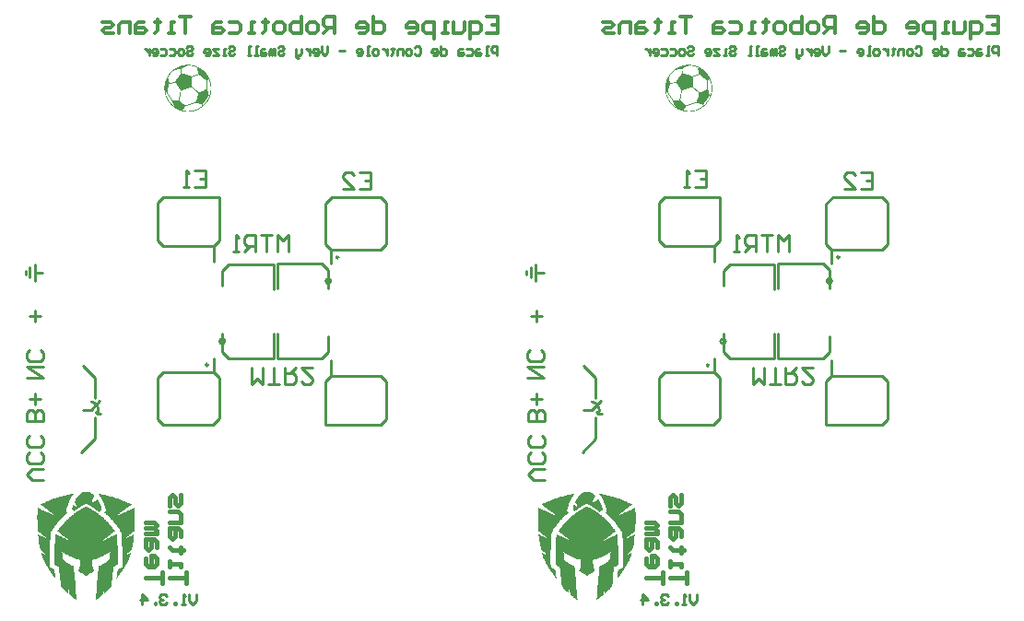
<source format=gbr>
G04*
G04 #@! TF.GenerationSoftware,Altium Limited,Altium Designer,25.4.2 (15)*
G04*
G04 Layer_Color=32896*
%FSLAX44Y44*%
%MOMM*%
G71*
G04*
G04 #@! TF.SameCoordinates,9E434B86-177F-4C43-98DC-E9B8BA562479*
G04*
G04*
G04 #@! TF.FilePolarity,Positive*
G04*
G01*
G75*
%ADD28C,0.2540*%
%ADD47C,0.4000*%
%ADD48C,0.3540*%
G36*
X2138168Y785466D02*
X2138888D01*
Y785426D01*
X2139368D01*
Y785386D01*
X2139728D01*
Y785346D01*
X2140048D01*
Y785306D01*
X2140368D01*
Y785266D01*
X2140608D01*
Y785226D01*
X2140848D01*
Y785186D01*
X2141088D01*
Y785146D01*
X2141288D01*
Y785106D01*
X2141528D01*
Y785066D01*
X2141688D01*
Y785026D01*
X2141888D01*
Y784986D01*
X2142088D01*
Y784946D01*
X2142248D01*
Y784906D01*
X2142408D01*
Y784866D01*
X2142568D01*
Y784826D01*
X2142728D01*
Y784786D01*
X2142888D01*
Y784746D01*
X2143008D01*
Y784706D01*
X2143168D01*
Y784666D01*
X2143288D01*
Y784626D01*
X2143448D01*
Y784586D01*
X2143568D01*
Y784546D01*
X2143688D01*
Y784506D01*
X2143848D01*
Y784466D01*
X2143928D01*
Y784426D01*
X2144048D01*
Y784386D01*
X2144168D01*
Y784346D01*
X2144288D01*
Y784306D01*
X2144408D01*
Y784266D01*
X2144528D01*
Y784226D01*
X2144648D01*
Y784186D01*
X2144768D01*
Y784146D01*
X2144848D01*
Y784106D01*
X2144968D01*
Y784066D01*
X2145048D01*
Y784026D01*
X2145168D01*
Y783986D01*
X2145288D01*
Y783946D01*
X2145368D01*
Y783906D01*
X2145488D01*
Y783866D01*
X2145568D01*
Y783826D01*
X2145648D01*
Y783786D01*
X2145768D01*
Y783746D01*
X2145848D01*
Y783706D01*
X2145928D01*
Y783666D01*
X2146008D01*
Y783626D01*
X2146128D01*
Y783586D01*
X2146208D01*
Y783546D01*
X2146288D01*
Y783506D01*
X2146368D01*
Y783466D01*
X2146448D01*
Y783426D01*
X2146568D01*
Y783386D01*
X2146648D01*
Y783346D01*
X2146728D01*
Y783306D01*
X2146808D01*
Y783266D01*
X2146888D01*
Y783226D01*
X2146968D01*
Y783186D01*
X2147048D01*
Y783146D01*
X2147128D01*
Y783106D01*
X2147208D01*
Y783066D01*
X2147288D01*
Y783026D01*
X2147328D01*
Y782986D01*
X2147408D01*
Y782946D01*
X2147488D01*
Y782906D01*
X2147568D01*
Y782866D01*
X2147648D01*
Y782826D01*
X2147728D01*
Y782786D01*
X2147768D01*
Y782746D01*
X2147848D01*
Y782706D01*
X2147928D01*
Y782666D01*
X2148008D01*
Y782626D01*
X2148048D01*
Y782586D01*
X2148128D01*
Y782546D01*
X2148208D01*
Y782506D01*
X2148288D01*
Y782466D01*
X2148328D01*
Y782426D01*
X2148408D01*
Y782386D01*
X2148488D01*
Y782346D01*
X2148528D01*
Y782306D01*
X2148608D01*
Y782266D01*
X2148648D01*
Y782226D01*
X2148728D01*
Y782186D01*
X2148808D01*
Y782146D01*
X2148848D01*
Y782106D01*
X2148928D01*
Y782066D01*
X2148968D01*
Y782026D01*
X2149048D01*
Y781986D01*
X2149088D01*
Y781946D01*
X2149168D01*
Y781906D01*
X2149208D01*
Y781866D01*
X2149288D01*
Y781826D01*
X2149328D01*
Y781786D01*
X2149408D01*
Y781746D01*
X2149448D01*
Y781706D01*
X2149528D01*
Y781666D01*
X2149568D01*
Y781626D01*
X2149648D01*
Y781586D01*
X2149688D01*
Y781546D01*
X2149728D01*
Y781506D01*
X2149808D01*
Y781466D01*
X2149848D01*
Y781426D01*
X2149928D01*
Y781386D01*
X2149968D01*
Y781346D01*
X2150008D01*
Y781306D01*
X2150088D01*
Y781266D01*
X2150128D01*
Y781226D01*
X2150168D01*
Y781186D01*
X2150248D01*
Y781146D01*
X2150288D01*
Y781106D01*
X2150328D01*
Y781066D01*
X2150408D01*
Y781026D01*
X2150448D01*
Y780986D01*
X2150488D01*
Y780946D01*
X2150528D01*
Y780906D01*
X2150608D01*
Y780866D01*
X2150648D01*
Y780826D01*
X2150688D01*
Y780786D01*
X2150768D01*
Y780746D01*
X2150808D01*
Y780706D01*
X2150848D01*
Y780666D01*
X2150888D01*
Y780626D01*
X2150968D01*
Y780586D01*
X2151008D01*
Y780546D01*
X2151048D01*
Y780506D01*
X2151088D01*
Y780466D01*
X2151128D01*
Y780426D01*
X2151208D01*
Y780386D01*
X2151248D01*
Y780346D01*
X2151288D01*
Y780306D01*
X2151328D01*
Y780266D01*
X2151368D01*
Y780226D01*
X2151408D01*
Y780186D01*
X2151488D01*
Y780146D01*
X2151528D01*
Y780106D01*
X2151568D01*
Y780066D01*
X2151608D01*
Y780026D01*
X2151648D01*
Y779986D01*
X2151688D01*
Y779946D01*
X2151728D01*
Y779906D01*
X2151768D01*
Y779866D01*
X2151808D01*
Y779826D01*
X2151888D01*
Y779786D01*
X2151928D01*
Y779746D01*
X2151968D01*
Y779706D01*
X2152008D01*
Y779666D01*
X2152048D01*
Y779626D01*
X2152088D01*
Y779586D01*
X2152128D01*
Y779546D01*
X2152168D01*
Y779506D01*
X2152208D01*
Y779466D01*
X2152248D01*
Y779426D01*
X2152288D01*
Y779386D01*
X2152328D01*
Y779346D01*
X2152368D01*
Y779306D01*
X2152408D01*
Y779266D01*
X2152448D01*
Y779226D01*
X2152488D01*
Y779186D01*
X2152528D01*
Y779146D01*
X2152568D01*
Y779106D01*
X2152608D01*
Y779066D01*
X2152648D01*
Y779026D01*
X2152688D01*
Y778986D01*
X2152728D01*
Y778946D01*
X2152768D01*
Y778906D01*
X2152808D01*
Y778866D01*
X2152848D01*
Y778826D01*
X2152888D01*
Y778786D01*
X2152928D01*
Y778746D01*
X2152968D01*
Y778706D01*
X2153008D01*
Y778666D01*
X2153048D01*
Y778626D01*
X2153088D01*
Y778586D01*
X2153128D01*
Y778546D01*
X2153168D01*
Y778466D01*
X2153208D01*
Y778426D01*
X2153248D01*
Y778386D01*
X2153288D01*
Y778346D01*
X2153328D01*
Y778306D01*
X2153368D01*
Y778266D01*
X2153408D01*
Y778226D01*
X2153448D01*
Y778186D01*
X2153488D01*
Y778106D01*
X2153528D01*
Y778066D01*
X2153568D01*
Y778026D01*
X2153608D01*
Y777986D01*
X2153648D01*
Y777946D01*
X2153688D01*
Y777906D01*
X2153728D01*
Y777866D01*
X2153768D01*
Y777786D01*
X2153808D01*
Y777746D01*
X2153848D01*
Y777706D01*
X2153888D01*
Y777666D01*
X2153928D01*
Y777626D01*
X2153968D01*
Y777546D01*
X2154008D01*
Y777506D01*
X2154048D01*
Y777466D01*
X2154088D01*
Y777426D01*
X2154128D01*
Y777346D01*
X2154168D01*
Y777306D01*
X2154208D01*
Y777266D01*
X2154248D01*
Y777186D01*
X2154288D01*
Y777146D01*
X2154328D01*
Y777106D01*
X2154368D01*
Y777066D01*
X2154408D01*
Y776986D01*
X2154448D01*
Y776946D01*
X2154488D01*
Y776906D01*
X2154528D01*
Y776826D01*
X2154568D01*
Y776786D01*
X2154608D01*
Y776746D01*
X2154648D01*
Y776666D01*
X2154688D01*
Y776626D01*
X2154728D01*
Y776586D01*
X2154768D01*
Y776506D01*
X2154808D01*
Y776466D01*
X2154848D01*
Y776386D01*
X2154888D01*
Y776346D01*
X2154928D01*
Y776266D01*
X2154968D01*
Y776226D01*
X2155008D01*
Y776186D01*
X2155048D01*
Y776106D01*
X2155088D01*
Y776066D01*
X2155128D01*
Y775986D01*
X2155168D01*
Y775946D01*
X2155208D01*
Y775866D01*
X2155248D01*
Y775826D01*
X2155288D01*
Y775746D01*
X2155328D01*
Y775706D01*
X2155368D01*
Y775626D01*
X2155408D01*
Y775586D01*
X2155448D01*
Y775506D01*
X2155488D01*
Y775426D01*
X2155528D01*
Y775386D01*
X2155568D01*
Y775306D01*
X2155608D01*
Y775266D01*
X2155648D01*
Y775186D01*
X2155688D01*
Y775106D01*
X2155728D01*
Y775066D01*
X2155768D01*
Y774986D01*
X2155808D01*
Y774906D01*
X2155848D01*
Y774866D01*
X2155888D01*
Y774786D01*
X2155928D01*
Y774706D01*
X2155968D01*
Y774666D01*
X2156008D01*
Y774586D01*
X2156048D01*
Y774506D01*
X2156088D01*
Y774426D01*
X2156128D01*
Y774346D01*
X2156168D01*
Y774306D01*
X2156208D01*
Y774226D01*
X2156248D01*
Y774146D01*
X2156288D01*
Y774066D01*
X2156328D01*
Y773986D01*
X2156368D01*
Y773946D01*
X2156408D01*
Y773826D01*
X2156448D01*
Y773746D01*
X2156488D01*
Y773706D01*
X2156528D01*
Y773626D01*
X2156568D01*
Y773546D01*
X2156608D01*
Y773466D01*
X2156648D01*
Y773386D01*
X2156688D01*
Y773266D01*
X2156728D01*
Y773226D01*
X2156768D01*
Y773106D01*
X2156808D01*
Y773026D01*
X2156848D01*
Y772946D01*
X2156888D01*
Y772866D01*
X2156928D01*
Y772786D01*
X2156968D01*
Y772706D01*
X2157008D01*
Y772586D01*
X2157048D01*
Y772506D01*
X2157088D01*
Y772426D01*
X2157128D01*
Y772306D01*
X2157168D01*
Y772226D01*
X2157208D01*
Y772106D01*
X2157248D01*
Y772026D01*
X2157288D01*
Y771946D01*
X2157328D01*
Y771826D01*
X2157368D01*
Y771706D01*
X2157408D01*
Y771626D01*
X2157448D01*
Y771506D01*
X2157488D01*
Y771426D01*
X2157528D01*
Y771306D01*
X2157568D01*
Y771186D01*
X2157608D01*
Y771066D01*
X2157648D01*
Y770946D01*
X2157688D01*
Y770866D01*
X2157728D01*
Y770706D01*
X2157768D01*
Y770626D01*
X2157808D01*
Y770466D01*
X2157848D01*
Y770346D01*
X2157888D01*
Y770226D01*
X2157928D01*
Y770106D01*
X2157968D01*
Y769946D01*
X2158008D01*
Y769826D01*
X2158048D01*
Y769666D01*
X2158088D01*
Y769546D01*
X2158128D01*
Y769386D01*
X2158168D01*
Y769226D01*
X2158208D01*
Y769066D01*
X2158248D01*
Y768906D01*
X2158288D01*
Y768706D01*
X2158328D01*
Y768546D01*
X2158368D01*
Y768386D01*
X2158408D01*
Y768186D01*
X2158448D01*
Y767946D01*
X2158488D01*
Y767746D01*
X2158528D01*
Y767506D01*
X2158568D01*
Y767266D01*
X2158608D01*
Y767026D01*
X2158648D01*
Y766706D01*
X2158688D01*
Y766386D01*
X2158728D01*
Y766026D01*
X2158768D01*
Y765546D01*
X2158808D01*
Y764866D01*
X2158848D01*
Y762946D01*
X2158808D01*
Y762226D01*
X2158768D01*
Y761746D01*
X2158728D01*
Y761346D01*
X2158688D01*
Y761066D01*
X2158648D01*
Y760786D01*
X2158608D01*
Y760506D01*
X2158568D01*
Y760266D01*
X2158528D01*
Y760026D01*
X2158488D01*
Y759786D01*
X2158448D01*
Y759586D01*
X2158408D01*
Y759386D01*
X2158368D01*
Y759226D01*
X2158328D01*
Y759026D01*
X2158288D01*
Y758866D01*
X2158248D01*
Y758706D01*
X2158208D01*
Y758546D01*
X2158168D01*
Y758386D01*
X2158128D01*
Y758226D01*
X2158088D01*
Y758106D01*
X2158048D01*
Y757946D01*
X2158008D01*
Y757826D01*
X2157968D01*
Y757666D01*
X2157928D01*
Y757546D01*
X2157888D01*
Y757426D01*
X2157848D01*
Y757266D01*
X2157808D01*
Y757186D01*
X2157768D01*
Y757026D01*
X2157728D01*
Y756906D01*
X2157688D01*
Y756786D01*
X2157648D01*
Y756666D01*
X2157608D01*
Y756586D01*
X2157568D01*
Y756466D01*
X2157528D01*
Y756346D01*
X2157488D01*
Y756226D01*
X2157448D01*
Y756146D01*
X2157408D01*
Y756026D01*
X2157368D01*
Y755946D01*
X2157328D01*
Y755826D01*
X2157288D01*
Y755746D01*
X2157248D01*
Y755626D01*
X2157208D01*
Y755546D01*
X2157168D01*
Y755466D01*
X2157128D01*
Y755346D01*
X2157088D01*
Y755266D01*
X2157048D01*
Y755186D01*
X2157008D01*
Y755066D01*
X2156968D01*
Y754986D01*
X2156928D01*
Y754906D01*
X2156888D01*
Y754826D01*
X2156848D01*
Y754706D01*
X2156808D01*
Y754626D01*
X2156768D01*
Y754546D01*
X2156728D01*
Y754466D01*
X2156688D01*
Y754386D01*
X2156648D01*
Y754306D01*
X2156608D01*
Y754226D01*
X2156568D01*
Y754146D01*
X2156528D01*
Y754066D01*
X2156488D01*
Y753986D01*
X2156448D01*
Y753906D01*
X2156408D01*
Y753826D01*
X2156368D01*
Y753786D01*
X2156328D01*
Y753706D01*
X2156288D01*
Y753626D01*
X2156248D01*
Y753546D01*
X2156208D01*
Y753466D01*
X2156168D01*
Y753386D01*
X2156128D01*
Y753306D01*
X2156088D01*
Y753266D01*
X2156048D01*
Y753186D01*
X2156008D01*
Y753106D01*
X2155968D01*
Y753026D01*
X2155928D01*
Y752986D01*
X2155888D01*
Y752906D01*
X2155848D01*
Y752826D01*
X2155808D01*
Y752786D01*
X2155768D01*
Y752706D01*
X2155728D01*
Y752626D01*
X2155688D01*
Y752586D01*
X2155648D01*
Y752506D01*
X2155608D01*
Y752426D01*
X2155568D01*
Y752386D01*
X2155528D01*
Y752306D01*
X2155488D01*
Y752266D01*
X2155448D01*
Y752186D01*
X2155408D01*
Y752146D01*
X2155368D01*
Y752066D01*
X2155328D01*
Y752026D01*
X2155288D01*
Y751946D01*
X2155248D01*
Y751906D01*
X2155208D01*
Y751826D01*
X2155168D01*
Y751746D01*
X2155128D01*
Y751706D01*
X2155088D01*
Y751666D01*
X2155048D01*
Y751586D01*
X2155008D01*
Y751546D01*
X2154968D01*
Y751466D01*
X2154928D01*
Y751426D01*
X2154888D01*
Y751386D01*
X2154848D01*
Y751306D01*
X2154808D01*
Y751266D01*
X2154768D01*
Y751186D01*
X2154728D01*
Y751146D01*
X2154688D01*
Y751106D01*
X2154648D01*
Y751026D01*
X2154608D01*
Y750986D01*
X2154568D01*
Y750906D01*
X2154528D01*
Y750866D01*
X2154488D01*
Y750826D01*
X2154448D01*
Y750746D01*
X2154408D01*
Y750706D01*
X2154368D01*
Y750666D01*
X2154328D01*
Y750626D01*
X2154288D01*
Y750546D01*
X2154248D01*
Y750506D01*
X2154208D01*
Y750466D01*
X2154168D01*
Y750426D01*
X2154128D01*
Y750346D01*
X2154088D01*
Y750306D01*
X2154048D01*
Y750266D01*
X2154008D01*
Y750226D01*
X2153968D01*
Y750146D01*
X2153928D01*
Y750106D01*
X2153888D01*
Y750066D01*
X2153848D01*
Y750026D01*
X2153808D01*
Y749986D01*
X2153768D01*
Y749906D01*
X2153728D01*
Y749866D01*
X2153688D01*
Y749826D01*
X2153648D01*
Y749786D01*
X2153608D01*
Y749746D01*
X2153568D01*
Y749666D01*
X2153528D01*
Y749626D01*
X2153488D01*
Y749586D01*
X2153448D01*
Y749546D01*
X2153408D01*
Y749506D01*
X2153368D01*
Y749466D01*
X2153328D01*
Y749426D01*
X2153288D01*
Y749386D01*
X2153248D01*
Y749306D01*
X2153208D01*
Y749266D01*
X2153168D01*
Y749226D01*
X2153128D01*
Y749186D01*
X2153088D01*
Y749146D01*
X2153048D01*
Y749106D01*
X2153008D01*
Y749066D01*
X2152968D01*
Y749026D01*
X2152928D01*
Y748986D01*
X2152888D01*
Y748946D01*
X2152848D01*
Y748906D01*
X2152808D01*
Y748866D01*
X2152768D01*
Y748826D01*
X2152728D01*
Y748786D01*
X2152688D01*
Y748746D01*
X2152648D01*
Y748706D01*
X2152608D01*
Y748666D01*
X2152568D01*
Y748626D01*
X2152528D01*
Y748586D01*
X2152488D01*
Y748546D01*
X2152448D01*
Y748506D01*
X2152408D01*
Y748466D01*
X2152368D01*
Y748426D01*
X2152328D01*
Y748386D01*
X2152288D01*
Y748346D01*
X2152248D01*
Y748306D01*
X2152208D01*
Y748266D01*
X2152168D01*
Y748226D01*
X2152128D01*
Y748186D01*
X2152088D01*
Y748146D01*
X2152048D01*
Y748106D01*
X2152008D01*
Y748066D01*
X2151968D01*
Y748026D01*
X2151928D01*
Y747986D01*
X2151888D01*
Y747946D01*
X2151848D01*
Y747906D01*
X2151808D01*
Y747866D01*
X2151728D01*
Y747826D01*
X2151688D01*
Y747786D01*
X2151648D01*
Y747746D01*
X2151608D01*
Y747706D01*
X2151568D01*
Y747666D01*
X2151528D01*
Y747626D01*
X2151488D01*
Y747586D01*
X2151448D01*
Y747546D01*
X2151368D01*
Y747506D01*
X2151328D01*
Y747466D01*
X2151288D01*
Y747426D01*
X2151248D01*
Y747386D01*
X2151208D01*
Y747346D01*
X2151168D01*
Y747306D01*
X2151088D01*
Y747266D01*
X2151048D01*
Y747226D01*
X2151008D01*
Y747186D01*
X2150968D01*
Y747146D01*
X2150888D01*
Y747106D01*
X2150848D01*
Y747066D01*
X2150808D01*
Y747026D01*
X2150768D01*
Y746986D01*
X2150688D01*
Y746946D01*
X2150648D01*
Y746906D01*
X2150608D01*
Y746866D01*
X2150568D01*
Y746826D01*
X2150488D01*
Y746786D01*
X2150448D01*
Y746746D01*
X2150408D01*
Y746706D01*
X2150368D01*
Y746666D01*
X2150288D01*
Y746626D01*
X2150248D01*
Y746586D01*
X2150208D01*
Y746546D01*
X2150128D01*
Y746506D01*
X2150088D01*
Y746466D01*
X2150008D01*
Y746426D01*
X2149968D01*
Y746386D01*
X2149928D01*
Y746346D01*
X2149848D01*
Y746306D01*
X2149808D01*
Y746266D01*
X2149768D01*
Y746226D01*
X2149688D01*
Y746186D01*
X2149648D01*
Y746146D01*
X2149568D01*
Y746106D01*
X2149528D01*
Y746066D01*
X2149448D01*
Y746026D01*
X2149408D01*
Y745986D01*
X2149368D01*
Y745946D01*
X2149288D01*
Y745906D01*
X2149248D01*
Y745866D01*
X2149168D01*
Y745826D01*
X2149128D01*
Y745786D01*
X2149048D01*
Y745746D01*
X2149008D01*
Y745706D01*
X2148928D01*
Y745666D01*
X2148848D01*
Y745626D01*
X2148808D01*
Y745586D01*
X2148728D01*
Y745546D01*
X2148648D01*
Y745506D01*
X2148608D01*
Y745466D01*
X2148528D01*
Y745426D01*
X2148488D01*
Y745386D01*
X2148408D01*
Y745346D01*
X2148328D01*
Y745306D01*
X2148288D01*
Y745266D01*
X2148208D01*
Y745226D01*
X2148128D01*
Y745186D01*
X2148088D01*
Y745146D01*
X2148008D01*
Y745106D01*
X2147928D01*
Y745066D01*
X2147848D01*
Y745026D01*
X2147808D01*
Y744986D01*
X2147728D01*
Y744946D01*
X2147648D01*
Y744906D01*
X2147568D01*
Y744866D01*
X2147488D01*
Y744826D01*
X2147448D01*
Y744786D01*
X2147368D01*
Y744746D01*
X2147288D01*
Y744706D01*
X2147208D01*
Y744666D01*
X2147128D01*
Y744626D01*
X2147048D01*
Y744586D01*
X2146968D01*
Y744546D01*
X2146888D01*
Y744506D01*
X2146808D01*
Y744466D01*
X2146728D01*
Y744426D01*
X2146648D01*
Y744386D01*
X2146568D01*
Y744346D01*
X2146448D01*
Y744306D01*
X2146368D01*
Y744266D01*
X2146288D01*
Y744226D01*
X2146208D01*
Y744186D01*
X2146128D01*
Y744146D01*
X2146048D01*
Y744106D01*
X2145928D01*
Y744066D01*
X2145848D01*
Y744026D01*
X2145768D01*
Y743986D01*
X2145648D01*
Y743946D01*
X2145568D01*
Y743906D01*
X2145488D01*
Y743866D01*
X2145368D01*
Y743826D01*
X2145288D01*
Y743786D01*
X2145168D01*
Y743746D01*
X2145088D01*
Y743706D01*
X2144968D01*
Y743666D01*
X2144888D01*
Y743626D01*
X2144768D01*
Y743586D01*
X2144648D01*
Y743546D01*
X2144528D01*
Y743506D01*
X2144448D01*
Y743466D01*
X2144328D01*
Y743426D01*
X2144208D01*
Y743386D01*
X2144088D01*
Y743346D01*
X2143928D01*
Y743306D01*
X2143848D01*
Y743266D01*
X2143688D01*
Y743226D01*
X2143568D01*
Y743186D01*
X2143448D01*
Y743146D01*
X2143288D01*
Y743106D01*
X2143168D01*
Y743066D01*
X2143008D01*
Y743026D01*
X2142888D01*
Y742986D01*
X2142728D01*
Y742946D01*
X2142568D01*
Y742906D01*
X2142408D01*
Y742866D01*
X2142248D01*
Y742826D01*
X2142088D01*
Y742786D01*
X2141888D01*
Y742746D01*
X2141728D01*
Y742706D01*
X2141528D01*
Y742666D01*
X2141328D01*
Y742626D01*
X2141088D01*
Y742586D01*
X2140888D01*
Y742546D01*
X2140608D01*
Y742506D01*
X2140328D01*
Y742466D01*
X2140088D01*
Y742426D01*
X2139728D01*
Y742386D01*
X2139368D01*
Y742346D01*
X2138888D01*
Y742306D01*
X2138168D01*
Y742266D01*
X2136248D01*
Y742306D01*
X2135528D01*
Y742346D01*
X2135088D01*
Y742386D01*
X2134728D01*
Y742426D01*
X2134408D01*
Y742466D01*
X2134088D01*
Y742506D01*
X2133848D01*
Y742546D01*
X2133608D01*
Y742586D01*
X2133368D01*
Y742626D01*
X2133168D01*
Y742666D01*
X2132928D01*
Y742706D01*
X2132728D01*
Y742746D01*
X2132568D01*
Y742786D01*
X2132408D01*
Y742826D01*
X2132208D01*
Y742866D01*
X2132048D01*
Y742906D01*
X2131888D01*
Y742946D01*
X2131728D01*
Y742986D01*
X2131568D01*
Y743026D01*
X2131448D01*
Y743066D01*
X2131288D01*
Y743106D01*
X2131168D01*
Y743146D01*
X2131008D01*
Y743186D01*
X2130888D01*
Y743226D01*
X2130768D01*
Y743266D01*
X2130648D01*
Y743306D01*
X2130488D01*
Y743346D01*
X2130408D01*
Y743386D01*
X2130248D01*
Y743426D01*
X2130168D01*
Y743466D01*
X2130048D01*
Y743506D01*
X2129928D01*
Y743546D01*
X2129808D01*
Y743586D01*
X2129688D01*
Y743626D01*
X2129608D01*
Y743666D01*
X2129488D01*
Y743706D01*
X2129408D01*
Y743746D01*
X2129288D01*
Y743786D01*
X2129208D01*
Y743826D01*
X2129088D01*
Y743866D01*
X2129008D01*
Y743906D01*
X2128888D01*
Y743946D01*
X2128808D01*
Y743986D01*
X2128688D01*
Y744026D01*
X2128608D01*
Y744066D01*
X2128528D01*
Y744106D01*
X2128408D01*
Y744146D01*
X2128328D01*
Y744186D01*
X2128248D01*
Y744226D01*
X2128168D01*
Y744266D01*
X2128088D01*
Y744306D01*
X2128008D01*
Y744346D01*
X2127888D01*
Y744386D01*
X2127848D01*
Y744426D01*
X2127728D01*
Y744466D01*
X2127648D01*
Y744506D01*
X2127568D01*
Y744546D01*
X2127488D01*
Y744586D01*
X2127448D01*
Y744626D01*
X2127368D01*
Y744666D01*
X2127248D01*
Y744706D01*
X2127168D01*
Y744746D01*
X2127128D01*
Y744786D01*
X2127048D01*
Y744826D01*
X2126968D01*
Y744866D01*
X2126888D01*
Y744906D01*
X2126808D01*
Y744946D01*
X2126728D01*
Y744986D01*
X2126648D01*
Y745026D01*
X2126608D01*
Y745066D01*
X2126528D01*
Y745106D01*
X2126448D01*
Y745146D01*
X2126408D01*
Y745186D01*
X2126328D01*
Y745226D01*
X2126248D01*
Y745266D01*
X2126208D01*
Y745306D01*
X2126128D01*
Y745346D01*
X2126048D01*
Y745386D01*
X2126008D01*
Y745426D01*
X2125928D01*
Y745466D01*
X2125848D01*
Y745506D01*
X2125808D01*
Y745546D01*
X2125728D01*
Y745586D01*
X2125688D01*
Y745626D01*
X2125608D01*
Y745666D01*
X2125528D01*
Y745706D01*
X2125488D01*
Y745746D01*
X2125408D01*
Y745786D01*
X2125368D01*
Y745826D01*
X2125288D01*
Y745866D01*
X2125248D01*
Y745906D01*
X2125168D01*
Y745946D01*
X2125128D01*
Y745986D01*
X2125048D01*
Y746026D01*
X2125008D01*
Y746066D01*
X2124928D01*
Y746106D01*
X2124888D01*
Y746146D01*
X2124808D01*
Y746186D01*
X2124768D01*
Y746226D01*
X2124728D01*
Y746266D01*
X2124648D01*
Y746306D01*
X2124608D01*
Y746346D01*
X2124528D01*
Y746386D01*
X2124488D01*
Y746426D01*
X2124448D01*
Y746466D01*
X2124368D01*
Y746506D01*
X2124328D01*
Y746546D01*
X2124288D01*
Y746586D01*
X2124208D01*
Y746626D01*
X2124168D01*
Y746666D01*
X2124128D01*
Y746706D01*
X2124048D01*
Y746746D01*
X2124008D01*
Y746786D01*
X2123968D01*
Y746826D01*
X2123888D01*
Y746866D01*
X2123848D01*
Y746906D01*
X2123808D01*
Y746946D01*
X2123768D01*
Y746986D01*
X2123688D01*
Y747026D01*
X2123648D01*
Y747066D01*
X2123608D01*
Y747106D01*
X2123568D01*
Y747146D01*
X2123528D01*
Y747186D01*
X2123448D01*
Y747226D01*
X2123408D01*
Y747266D01*
X2123368D01*
Y747306D01*
X2123328D01*
Y747346D01*
X2123248D01*
Y747386D01*
X2123208D01*
Y747426D01*
X2123168D01*
Y747466D01*
X2123128D01*
Y747506D01*
X2123088D01*
Y747546D01*
X2123048D01*
Y747586D01*
X2123008D01*
Y747626D01*
X2122928D01*
Y747666D01*
X2122888D01*
Y747706D01*
X2122848D01*
Y747746D01*
X2122808D01*
Y747786D01*
X2122768D01*
Y747826D01*
X2122728D01*
Y747866D01*
X2122688D01*
Y747906D01*
X2122648D01*
Y747946D01*
X2122568D01*
Y747986D01*
X2122528D01*
Y748026D01*
X2122488D01*
Y748066D01*
X2122448D01*
Y748106D01*
X2122408D01*
Y748146D01*
X2122368D01*
Y748186D01*
X2122328D01*
Y748226D01*
X2122288D01*
Y748266D01*
X2122248D01*
Y748306D01*
X2122208D01*
Y748346D01*
X2122168D01*
Y748386D01*
X2122128D01*
Y748426D01*
X2122088D01*
Y748466D01*
X2122048D01*
Y748506D01*
X2122008D01*
Y748546D01*
X2121968D01*
Y748586D01*
X2121928D01*
Y748626D01*
X2121888D01*
Y748666D01*
X2121848D01*
Y748706D01*
X2121808D01*
Y748746D01*
X2121768D01*
Y748786D01*
X2121728D01*
Y748826D01*
X2121688D01*
Y748866D01*
X2121648D01*
Y748906D01*
X2121608D01*
Y748946D01*
X2121568D01*
Y748986D01*
X2121528D01*
Y749026D01*
X2121488D01*
Y749066D01*
X2121448D01*
Y749106D01*
X2121408D01*
Y749146D01*
X2121368D01*
Y749186D01*
X2121328D01*
Y749226D01*
X2121288D01*
Y749306D01*
X2121248D01*
Y749346D01*
X2121208D01*
Y749386D01*
X2121168D01*
Y749426D01*
X2121128D01*
Y749466D01*
X2121088D01*
Y749506D01*
X2121048D01*
Y749546D01*
X2121008D01*
Y749586D01*
X2120968D01*
Y749666D01*
X2120928D01*
Y749706D01*
X2120888D01*
Y749746D01*
X2120848D01*
Y749786D01*
X2120808D01*
Y749826D01*
X2120768D01*
Y749866D01*
X2120728D01*
Y749906D01*
X2120688D01*
Y749986D01*
X2120648D01*
Y750026D01*
X2120608D01*
Y750066D01*
X2120568D01*
Y750106D01*
X2120528D01*
Y750146D01*
X2120488D01*
Y750226D01*
X2120448D01*
Y750266D01*
X2120408D01*
Y750306D01*
X2120368D01*
Y750346D01*
X2120328D01*
Y750426D01*
X2120288D01*
Y750466D01*
X2120248D01*
Y750506D01*
X2120208D01*
Y750586D01*
X2120168D01*
Y750626D01*
X2120128D01*
Y750666D01*
X2120088D01*
Y750706D01*
X2120048D01*
Y750786D01*
X2120008D01*
Y750826D01*
X2119968D01*
Y750866D01*
X2119928D01*
Y750946D01*
X2119888D01*
Y750986D01*
X2119848D01*
Y751026D01*
X2119808D01*
Y751106D01*
X2119768D01*
Y751146D01*
X2119728D01*
Y751186D01*
X2119688D01*
Y751266D01*
X2119648D01*
Y751306D01*
X2119608D01*
Y751386D01*
X2119568D01*
Y751426D01*
X2119528D01*
Y751466D01*
X2119488D01*
Y751546D01*
X2119448D01*
Y751586D01*
X2119408D01*
Y751666D01*
X2119368D01*
Y751706D01*
X2119328D01*
Y751786D01*
X2119288D01*
Y751826D01*
X2119248D01*
Y751906D01*
X2119208D01*
Y751946D01*
X2119168D01*
Y752026D01*
X2119128D01*
Y752066D01*
X2119088D01*
Y752146D01*
X2119048D01*
Y752186D01*
X2119008D01*
Y752266D01*
X2118968D01*
Y752306D01*
X2118928D01*
Y752386D01*
X2118888D01*
Y752466D01*
X2118848D01*
Y752506D01*
X2118808D01*
Y752586D01*
X2118768D01*
Y752626D01*
X2118728D01*
Y752706D01*
X2118688D01*
Y752786D01*
X2118648D01*
Y752866D01*
X2118608D01*
Y752906D01*
X2118568D01*
Y752986D01*
X2118528D01*
Y753066D01*
X2118488D01*
Y753106D01*
X2118448D01*
Y753186D01*
X2118408D01*
Y753266D01*
X2118368D01*
Y753346D01*
X2118328D01*
Y753386D01*
X2118288D01*
Y753466D01*
X2118248D01*
Y753546D01*
X2118208D01*
Y753626D01*
X2118168D01*
Y753706D01*
X2118128D01*
Y753786D01*
X2118088D01*
Y753826D01*
X2118048D01*
Y753906D01*
X2118008D01*
Y753986D01*
X2117968D01*
Y754066D01*
X2117928D01*
Y754146D01*
X2117888D01*
Y754226D01*
X2117848D01*
Y754306D01*
X2117808D01*
Y754386D01*
X2117768D01*
Y754466D01*
X2117728D01*
Y754546D01*
X2117688D01*
Y754666D01*
X2117648D01*
Y754746D01*
X2117608D01*
Y754826D01*
X2117568D01*
Y754906D01*
X2117528D01*
Y754986D01*
X2117488D01*
Y755066D01*
X2117448D01*
Y755186D01*
X2117408D01*
Y755266D01*
X2117368D01*
Y755346D01*
X2117328D01*
Y755466D01*
X2117288D01*
Y755546D01*
X2117248D01*
Y755626D01*
X2117208D01*
Y755746D01*
X2117168D01*
Y755866D01*
X2117128D01*
Y755946D01*
X2117088D01*
Y756066D01*
X2117048D01*
Y756146D01*
X2117008D01*
Y756266D01*
X2116968D01*
Y756346D01*
X2116928D01*
Y756466D01*
X2116888D01*
Y756586D01*
X2116848D01*
Y756706D01*
X2116808D01*
Y756826D01*
X2116768D01*
Y756946D01*
X2116728D01*
Y757066D01*
X2116688D01*
Y757186D01*
X2116648D01*
Y757266D01*
X2116608D01*
Y757426D01*
X2116568D01*
Y757546D01*
X2116528D01*
Y757666D01*
X2116488D01*
Y757826D01*
X2116448D01*
Y757946D01*
X2116408D01*
Y758106D01*
X2116368D01*
Y758226D01*
X2116328D01*
Y758386D01*
X2116288D01*
Y758546D01*
X2116248D01*
Y758706D01*
X2116208D01*
Y758866D01*
X2116168D01*
Y759026D01*
X2116128D01*
Y759226D01*
X2116088D01*
Y759426D01*
X2116048D01*
Y759586D01*
X2116008D01*
Y759826D01*
X2115968D01*
Y760026D01*
X2115928D01*
Y760266D01*
X2115888D01*
Y760506D01*
X2115848D01*
Y760746D01*
X2115808D01*
Y761066D01*
X2115768D01*
Y761386D01*
X2115728D01*
Y761746D01*
X2115688D01*
Y762186D01*
X2115648D01*
Y762906D01*
X2115608D01*
Y764866D01*
X2115648D01*
Y765546D01*
X2115688D01*
Y766026D01*
X2115728D01*
Y766386D01*
X2115768D01*
Y766706D01*
X2115808D01*
Y766986D01*
X2115848D01*
Y767266D01*
X2115888D01*
Y767506D01*
X2115928D01*
Y767746D01*
X2115968D01*
Y767986D01*
X2116008D01*
Y768186D01*
X2116048D01*
Y768346D01*
X2116088D01*
Y768546D01*
X2116128D01*
Y768746D01*
X2116168D01*
Y768906D01*
X2116208D01*
Y769066D01*
X2116248D01*
Y769226D01*
X2116288D01*
Y769386D01*
X2116328D01*
Y769546D01*
X2116368D01*
Y769666D01*
X2116408D01*
Y769826D01*
X2116448D01*
Y769946D01*
X2116488D01*
Y770066D01*
X2116528D01*
Y770226D01*
X2116568D01*
Y770346D01*
X2116608D01*
Y770466D01*
X2116648D01*
Y770586D01*
X2116688D01*
Y770706D01*
X2116728D01*
Y770826D01*
X2116768D01*
Y770946D01*
X2116808D01*
Y771066D01*
X2116848D01*
Y771186D01*
X2116888D01*
Y771306D01*
X2116928D01*
Y771386D01*
X2116968D01*
Y771506D01*
X2117008D01*
Y771626D01*
X2117048D01*
Y771706D01*
X2117088D01*
Y771826D01*
X2117128D01*
Y771906D01*
X2117168D01*
Y772026D01*
X2117208D01*
Y772106D01*
X2117248D01*
Y772226D01*
X2117288D01*
Y772306D01*
X2117328D01*
Y772386D01*
X2117368D01*
Y772506D01*
X2117408D01*
Y772586D01*
X2117448D01*
Y772666D01*
X2117488D01*
Y772746D01*
X2117528D01*
Y772866D01*
X2117568D01*
Y772946D01*
X2117608D01*
Y773026D01*
X2117648D01*
Y773106D01*
X2117688D01*
Y773186D01*
X2117728D01*
Y773266D01*
X2117768D01*
Y773386D01*
X2117808D01*
Y773466D01*
X2117848D01*
Y773506D01*
X2117888D01*
Y773626D01*
X2117928D01*
Y773706D01*
X2117968D01*
Y773786D01*
X2118008D01*
Y773826D01*
X2118048D01*
Y773906D01*
X2118088D01*
Y773986D01*
X2118128D01*
Y774066D01*
X2118168D01*
Y774146D01*
X2118208D01*
Y774226D01*
X2118248D01*
Y774266D01*
X2118288D01*
Y774346D01*
X2118328D01*
Y774426D01*
X2118368D01*
Y774506D01*
X2118408D01*
Y774586D01*
X2118448D01*
Y774626D01*
X2118488D01*
Y774706D01*
X2118528D01*
Y774786D01*
X2118568D01*
Y774866D01*
X2118608D01*
Y774906D01*
X2118648D01*
Y774986D01*
X2118688D01*
Y775066D01*
X2118728D01*
Y775106D01*
X2118768D01*
Y775186D01*
X2118808D01*
Y775266D01*
X2118848D01*
Y775306D01*
X2118888D01*
Y775386D01*
X2118928D01*
Y775426D01*
X2118968D01*
Y775506D01*
X2119008D01*
Y775546D01*
X2119048D01*
Y775626D01*
X2119088D01*
Y775706D01*
X2119128D01*
Y775746D01*
X2119168D01*
Y775786D01*
X2119208D01*
Y775866D01*
X2119248D01*
Y775946D01*
X2119288D01*
Y775986D01*
X2119328D01*
Y776066D01*
X2119368D01*
Y776106D01*
X2119408D01*
Y776186D01*
X2119448D01*
Y776226D01*
X2119488D01*
Y776266D01*
X2119528D01*
Y776346D01*
X2119568D01*
Y776386D01*
X2119608D01*
Y776466D01*
X2119648D01*
Y776506D01*
X2119688D01*
Y776546D01*
X2119728D01*
Y776626D01*
X2119768D01*
Y776666D01*
X2119808D01*
Y776706D01*
X2119848D01*
Y776786D01*
X2119888D01*
Y776826D01*
X2119928D01*
Y776906D01*
X2119968D01*
Y776946D01*
X2120008D01*
Y776986D01*
X2120048D01*
Y777026D01*
X2120088D01*
Y777106D01*
X2120128D01*
Y777146D01*
X2120168D01*
Y777186D01*
X2120208D01*
Y777266D01*
X2120248D01*
Y777306D01*
X2120288D01*
Y777346D01*
X2120328D01*
Y777386D01*
X2120368D01*
Y777466D01*
X2120408D01*
Y777506D01*
X2120448D01*
Y777546D01*
X2120488D01*
Y777586D01*
X2120528D01*
Y777666D01*
X2120568D01*
Y777706D01*
X2120608D01*
Y777746D01*
X2120648D01*
Y777786D01*
X2120688D01*
Y777826D01*
X2120728D01*
Y777906D01*
X2120768D01*
Y777946D01*
X2120808D01*
Y777986D01*
X2120848D01*
Y778026D01*
X2120888D01*
Y778066D01*
X2120928D01*
Y778106D01*
X2120968D01*
Y778146D01*
X2121008D01*
Y778226D01*
X2121048D01*
Y778266D01*
X2121088D01*
Y778306D01*
X2121128D01*
Y778346D01*
X2121168D01*
Y778386D01*
X2121208D01*
Y778426D01*
X2121248D01*
Y778466D01*
X2121288D01*
Y778506D01*
X2121328D01*
Y778546D01*
X2121368D01*
Y778626D01*
X2121448D01*
Y778666D01*
X2121488D01*
Y778746D01*
X2121528D01*
Y778786D01*
X2121568D01*
Y778826D01*
X2121608D01*
Y778866D01*
X2121648D01*
Y778906D01*
X2121688D01*
Y778946D01*
X2121728D01*
Y778986D01*
X2121768D01*
Y779026D01*
X2121808D01*
Y779066D01*
X2121848D01*
Y779106D01*
X2121888D01*
Y779146D01*
X2121928D01*
Y779186D01*
X2121968D01*
Y779226D01*
X2122008D01*
Y779266D01*
X2122048D01*
Y779306D01*
X2122088D01*
Y779346D01*
X2122128D01*
Y779386D01*
X2122168D01*
Y779426D01*
X2122208D01*
Y779466D01*
X2122248D01*
Y779506D01*
X2122288D01*
Y779546D01*
X2122328D01*
Y779586D01*
X2122368D01*
Y779626D01*
X2122408D01*
Y779666D01*
X2122448D01*
Y779706D01*
X2122488D01*
Y779746D01*
X2122568D01*
Y779786D01*
X2122608D01*
Y779826D01*
X2122648D01*
Y779866D01*
X2122688D01*
Y779906D01*
X2122728D01*
Y779946D01*
X2122768D01*
Y779986D01*
X2122808D01*
Y780026D01*
X2122848D01*
Y780066D01*
X2122888D01*
Y780106D01*
X2122968D01*
Y780146D01*
X2123008D01*
Y780186D01*
X2123048D01*
Y780226D01*
X2123088D01*
Y780266D01*
X2123128D01*
Y780306D01*
X2123168D01*
Y780346D01*
X2123208D01*
Y780386D01*
X2123288D01*
Y780426D01*
X2123328D01*
Y780466D01*
X2123368D01*
Y780506D01*
X2123408D01*
Y780546D01*
X2123448D01*
Y780586D01*
X2123528D01*
Y780626D01*
X2123568D01*
Y780666D01*
X2123608D01*
Y780706D01*
X2123648D01*
Y780746D01*
X2123728D01*
Y780786D01*
X2123768D01*
Y780826D01*
X2123808D01*
Y780866D01*
X2123848D01*
Y780906D01*
X2123928D01*
Y780946D01*
X2123968D01*
Y780986D01*
X2124008D01*
Y781026D01*
X2124088D01*
Y781066D01*
X2124128D01*
Y781106D01*
X2124168D01*
Y781146D01*
X2124248D01*
Y781186D01*
X2124288D01*
Y781226D01*
X2124328D01*
Y781266D01*
X2124408D01*
Y781306D01*
X2124448D01*
Y781346D01*
X2124488D01*
Y781386D01*
X2124568D01*
Y781426D01*
X2124608D01*
Y781466D01*
X2124648D01*
Y781506D01*
X2124728D01*
Y781546D01*
X2124768D01*
Y781586D01*
X2124848D01*
Y781626D01*
X2124888D01*
Y781666D01*
X2124968D01*
Y781706D01*
X2125008D01*
Y781746D01*
X2125048D01*
Y781786D01*
X2125128D01*
Y781826D01*
X2125168D01*
Y781866D01*
X2125248D01*
Y781906D01*
X2125288D01*
Y781946D01*
X2125368D01*
Y781986D01*
X2125408D01*
Y782026D01*
X2125488D01*
Y782066D01*
X2125568D01*
Y782106D01*
X2125608D01*
Y782146D01*
X2125688D01*
Y782186D01*
X2125728D01*
Y782226D01*
X2125808D01*
Y782266D01*
X2125848D01*
Y782306D01*
X2125928D01*
Y782346D01*
X2126008D01*
Y782386D01*
X2126048D01*
Y782426D01*
X2126128D01*
Y782466D01*
X2126208D01*
Y782506D01*
X2126248D01*
Y782546D01*
X2126328D01*
Y782586D01*
X2126408D01*
Y782626D01*
X2126488D01*
Y782666D01*
X2126528D01*
Y782706D01*
X2126608D01*
Y782746D01*
X2126688D01*
Y782786D01*
X2126768D01*
Y782826D01*
X2126848D01*
Y782866D01*
X2126888D01*
Y782906D01*
X2126968D01*
Y782946D01*
X2127048D01*
Y782986D01*
X2127128D01*
Y783026D01*
X2127208D01*
Y783066D01*
X2127288D01*
Y783106D01*
X2127328D01*
Y783146D01*
X2127408D01*
Y783186D01*
X2127528D01*
Y783226D01*
X2127608D01*
Y783266D01*
X2127688D01*
Y783306D01*
X2127768D01*
Y783346D01*
X2127848D01*
Y783386D01*
X2127928D01*
Y783426D01*
X2128008D01*
Y783466D01*
X2128088D01*
Y783506D01*
X2128168D01*
Y783546D01*
X2128248D01*
Y783586D01*
X2128328D01*
Y783626D01*
X2128448D01*
Y783666D01*
X2128528D01*
Y783706D01*
X2128608D01*
Y783746D01*
X2128728D01*
Y783786D01*
X2128808D01*
Y783826D01*
X2128888D01*
Y783866D01*
X2129008D01*
Y783906D01*
X2129088D01*
Y783946D01*
X2129208D01*
Y783986D01*
X2129288D01*
Y784026D01*
X2129408D01*
Y784066D01*
X2129488D01*
Y784106D01*
X2129608D01*
Y784146D01*
X2129688D01*
Y784186D01*
X2129808D01*
Y784226D01*
X2129928D01*
Y784266D01*
X2130048D01*
Y784306D01*
X2130168D01*
Y784346D01*
X2130288D01*
Y784386D01*
X2130408D01*
Y784426D01*
X2130528D01*
Y784466D01*
X2130648D01*
Y784506D01*
X2130768D01*
Y784546D01*
X2130888D01*
Y784586D01*
X2131048D01*
Y784626D01*
X2131168D01*
Y784666D01*
X2131288D01*
Y784706D01*
X2131448D01*
Y784746D01*
X2131568D01*
Y784786D01*
X2131728D01*
Y784826D01*
X2131888D01*
Y784866D01*
X2132048D01*
Y784906D01*
X2132208D01*
Y784946D01*
X2132408D01*
Y784986D01*
X2132568D01*
Y785026D01*
X2132768D01*
Y785066D01*
X2132928D01*
Y785106D01*
X2133168D01*
Y785146D01*
X2133368D01*
Y785186D01*
X2133608D01*
Y785226D01*
X2133848D01*
Y785266D01*
X2134128D01*
Y785306D01*
X2134408D01*
Y785346D01*
X2134728D01*
Y785386D01*
X2135088D01*
Y785426D01*
X2135568D01*
Y785466D01*
X2136248D01*
Y785506D01*
X2138168D01*
Y785466D01*
D02*
G37*
G36*
X1678108D02*
X1678828D01*
Y785426D01*
X1679308D01*
Y785386D01*
X1679668D01*
Y785346D01*
X1679988D01*
Y785306D01*
X1680308D01*
Y785266D01*
X1680548D01*
Y785226D01*
X1680788D01*
Y785186D01*
X1681028D01*
Y785146D01*
X1681228D01*
Y785106D01*
X1681468D01*
Y785066D01*
X1681628D01*
Y785026D01*
X1681828D01*
Y784986D01*
X1682028D01*
Y784946D01*
X1682188D01*
Y784906D01*
X1682348D01*
Y784866D01*
X1682508D01*
Y784826D01*
X1682668D01*
Y784786D01*
X1682828D01*
Y784746D01*
X1682948D01*
Y784706D01*
X1683108D01*
Y784666D01*
X1683228D01*
Y784626D01*
X1683388D01*
Y784586D01*
X1683508D01*
Y784546D01*
X1683628D01*
Y784506D01*
X1683788D01*
Y784466D01*
X1683868D01*
Y784426D01*
X1683988D01*
Y784386D01*
X1684108D01*
Y784346D01*
X1684228D01*
Y784306D01*
X1684348D01*
Y784266D01*
X1684468D01*
Y784226D01*
X1684588D01*
Y784186D01*
X1684708D01*
Y784146D01*
X1684788D01*
Y784106D01*
X1684908D01*
Y784066D01*
X1684988D01*
Y784026D01*
X1685108D01*
Y783986D01*
X1685228D01*
Y783946D01*
X1685308D01*
Y783906D01*
X1685428D01*
Y783866D01*
X1685508D01*
Y783826D01*
X1685588D01*
Y783786D01*
X1685708D01*
Y783746D01*
X1685788D01*
Y783706D01*
X1685868D01*
Y783666D01*
X1685948D01*
Y783626D01*
X1686068D01*
Y783586D01*
X1686148D01*
Y783546D01*
X1686228D01*
Y783506D01*
X1686308D01*
Y783466D01*
X1686388D01*
Y783426D01*
X1686508D01*
Y783386D01*
X1686588D01*
Y783346D01*
X1686668D01*
Y783306D01*
X1686748D01*
Y783266D01*
X1686828D01*
Y783226D01*
X1686908D01*
Y783186D01*
X1686988D01*
Y783146D01*
X1687068D01*
Y783106D01*
X1687148D01*
Y783066D01*
X1687228D01*
Y783026D01*
X1687268D01*
Y782986D01*
X1687348D01*
Y782946D01*
X1687428D01*
Y782906D01*
X1687508D01*
Y782866D01*
X1687588D01*
Y782826D01*
X1687668D01*
Y782786D01*
X1687708D01*
Y782746D01*
X1687788D01*
Y782706D01*
X1687868D01*
Y782666D01*
X1687948D01*
Y782626D01*
X1687988D01*
Y782586D01*
X1688068D01*
Y782546D01*
X1688148D01*
Y782506D01*
X1688228D01*
Y782466D01*
X1688268D01*
Y782426D01*
X1688348D01*
Y782386D01*
X1688428D01*
Y782346D01*
X1688468D01*
Y782306D01*
X1688548D01*
Y782266D01*
X1688588D01*
Y782226D01*
X1688668D01*
Y782186D01*
X1688748D01*
Y782146D01*
X1688788D01*
Y782106D01*
X1688868D01*
Y782066D01*
X1688908D01*
Y782026D01*
X1688988D01*
Y781986D01*
X1689028D01*
Y781946D01*
X1689108D01*
Y781906D01*
X1689148D01*
Y781866D01*
X1689228D01*
Y781826D01*
X1689268D01*
Y781786D01*
X1689348D01*
Y781746D01*
X1689388D01*
Y781706D01*
X1689468D01*
Y781666D01*
X1689508D01*
Y781626D01*
X1689588D01*
Y781586D01*
X1689628D01*
Y781546D01*
X1689668D01*
Y781506D01*
X1689748D01*
Y781466D01*
X1689788D01*
Y781426D01*
X1689868D01*
Y781386D01*
X1689908D01*
Y781346D01*
X1689948D01*
Y781306D01*
X1690028D01*
Y781266D01*
X1690068D01*
Y781226D01*
X1690108D01*
Y781186D01*
X1690188D01*
Y781146D01*
X1690228D01*
Y781106D01*
X1690268D01*
Y781066D01*
X1690348D01*
Y781026D01*
X1690388D01*
Y780986D01*
X1690428D01*
Y780946D01*
X1690468D01*
Y780906D01*
X1690548D01*
Y780866D01*
X1690588D01*
Y780826D01*
X1690628D01*
Y780786D01*
X1690708D01*
Y780746D01*
X1690748D01*
Y780706D01*
X1690788D01*
Y780666D01*
X1690828D01*
Y780626D01*
X1690908D01*
Y780586D01*
X1690948D01*
Y780546D01*
X1690988D01*
Y780506D01*
X1691028D01*
Y780466D01*
X1691068D01*
Y780426D01*
X1691148D01*
Y780386D01*
X1691188D01*
Y780346D01*
X1691228D01*
Y780306D01*
X1691268D01*
Y780266D01*
X1691308D01*
Y780226D01*
X1691348D01*
Y780186D01*
X1691428D01*
Y780146D01*
X1691468D01*
Y780106D01*
X1691508D01*
Y780066D01*
X1691548D01*
Y780026D01*
X1691588D01*
Y779986D01*
X1691628D01*
Y779946D01*
X1691668D01*
Y779906D01*
X1691708D01*
Y779866D01*
X1691748D01*
Y779826D01*
X1691828D01*
Y779786D01*
X1691868D01*
Y779746D01*
X1691908D01*
Y779706D01*
X1691948D01*
Y779666D01*
X1691988D01*
Y779626D01*
X1692028D01*
Y779586D01*
X1692068D01*
Y779546D01*
X1692108D01*
Y779506D01*
X1692148D01*
Y779466D01*
X1692188D01*
Y779426D01*
X1692228D01*
Y779386D01*
X1692268D01*
Y779346D01*
X1692308D01*
Y779306D01*
X1692348D01*
Y779266D01*
X1692388D01*
Y779226D01*
X1692428D01*
Y779186D01*
X1692468D01*
Y779146D01*
X1692508D01*
Y779106D01*
X1692548D01*
Y779066D01*
X1692588D01*
Y779026D01*
X1692628D01*
Y778986D01*
X1692668D01*
Y778946D01*
X1692708D01*
Y778906D01*
X1692748D01*
Y778866D01*
X1692788D01*
Y778826D01*
X1692828D01*
Y778786D01*
X1692868D01*
Y778746D01*
X1692908D01*
Y778706D01*
X1692948D01*
Y778666D01*
X1692988D01*
Y778626D01*
X1693028D01*
Y778586D01*
X1693068D01*
Y778546D01*
X1693108D01*
Y778466D01*
X1693148D01*
Y778426D01*
X1693188D01*
Y778386D01*
X1693228D01*
Y778346D01*
X1693268D01*
Y778306D01*
X1693308D01*
Y778266D01*
X1693348D01*
Y778226D01*
X1693388D01*
Y778186D01*
X1693428D01*
Y778106D01*
X1693468D01*
Y778066D01*
X1693508D01*
Y778026D01*
X1693548D01*
Y777986D01*
X1693588D01*
Y777946D01*
X1693628D01*
Y777906D01*
X1693668D01*
Y777866D01*
X1693708D01*
Y777786D01*
X1693748D01*
Y777746D01*
X1693788D01*
Y777706D01*
X1693828D01*
Y777666D01*
X1693868D01*
Y777626D01*
X1693908D01*
Y777546D01*
X1693948D01*
Y777506D01*
X1693988D01*
Y777466D01*
X1694028D01*
Y777426D01*
X1694068D01*
Y777346D01*
X1694108D01*
Y777306D01*
X1694148D01*
Y777266D01*
X1694188D01*
Y777186D01*
X1694228D01*
Y777146D01*
X1694268D01*
Y777106D01*
X1694308D01*
Y777066D01*
X1694348D01*
Y776986D01*
X1694388D01*
Y776946D01*
X1694428D01*
Y776906D01*
X1694468D01*
Y776826D01*
X1694508D01*
Y776786D01*
X1694548D01*
Y776746D01*
X1694588D01*
Y776666D01*
X1694628D01*
Y776626D01*
X1694668D01*
Y776586D01*
X1694708D01*
Y776506D01*
X1694748D01*
Y776466D01*
X1694788D01*
Y776386D01*
X1694828D01*
Y776346D01*
X1694868D01*
Y776266D01*
X1694908D01*
Y776226D01*
X1694948D01*
Y776186D01*
X1694988D01*
Y776106D01*
X1695028D01*
Y776066D01*
X1695068D01*
Y775986D01*
X1695108D01*
Y775946D01*
X1695148D01*
Y775866D01*
X1695188D01*
Y775826D01*
X1695228D01*
Y775746D01*
X1695268D01*
Y775706D01*
X1695308D01*
Y775626D01*
X1695348D01*
Y775586D01*
X1695388D01*
Y775506D01*
X1695428D01*
Y775426D01*
X1695468D01*
Y775386D01*
X1695508D01*
Y775306D01*
X1695548D01*
Y775266D01*
X1695588D01*
Y775186D01*
X1695628D01*
Y775106D01*
X1695668D01*
Y775066D01*
X1695708D01*
Y774986D01*
X1695748D01*
Y774906D01*
X1695788D01*
Y774866D01*
X1695828D01*
Y774786D01*
X1695868D01*
Y774706D01*
X1695908D01*
Y774666D01*
X1695948D01*
Y774586D01*
X1695988D01*
Y774506D01*
X1696028D01*
Y774426D01*
X1696068D01*
Y774346D01*
X1696108D01*
Y774306D01*
X1696148D01*
Y774226D01*
X1696188D01*
Y774146D01*
X1696228D01*
Y774066D01*
X1696268D01*
Y773986D01*
X1696308D01*
Y773946D01*
X1696348D01*
Y773826D01*
X1696388D01*
Y773746D01*
X1696428D01*
Y773706D01*
X1696468D01*
Y773626D01*
X1696508D01*
Y773546D01*
X1696548D01*
Y773466D01*
X1696588D01*
Y773386D01*
X1696628D01*
Y773266D01*
X1696668D01*
Y773226D01*
X1696708D01*
Y773106D01*
X1696748D01*
Y773026D01*
X1696788D01*
Y772946D01*
X1696828D01*
Y772866D01*
X1696868D01*
Y772786D01*
X1696908D01*
Y772706D01*
X1696948D01*
Y772586D01*
X1696988D01*
Y772506D01*
X1697028D01*
Y772426D01*
X1697068D01*
Y772306D01*
X1697108D01*
Y772226D01*
X1697148D01*
Y772106D01*
X1697188D01*
Y772026D01*
X1697228D01*
Y771946D01*
X1697268D01*
Y771826D01*
X1697308D01*
Y771706D01*
X1697348D01*
Y771626D01*
X1697388D01*
Y771506D01*
X1697428D01*
Y771426D01*
X1697468D01*
Y771306D01*
X1697508D01*
Y771186D01*
X1697548D01*
Y771066D01*
X1697588D01*
Y770946D01*
X1697628D01*
Y770866D01*
X1697668D01*
Y770706D01*
X1697708D01*
Y770626D01*
X1697748D01*
Y770466D01*
X1697788D01*
Y770346D01*
X1697828D01*
Y770226D01*
X1697868D01*
Y770106D01*
X1697908D01*
Y769946D01*
X1697948D01*
Y769826D01*
X1697988D01*
Y769666D01*
X1698028D01*
Y769546D01*
X1698068D01*
Y769386D01*
X1698108D01*
Y769226D01*
X1698148D01*
Y769066D01*
X1698188D01*
Y768906D01*
X1698228D01*
Y768706D01*
X1698268D01*
Y768546D01*
X1698308D01*
Y768386D01*
X1698348D01*
Y768186D01*
X1698388D01*
Y767946D01*
X1698428D01*
Y767746D01*
X1698468D01*
Y767506D01*
X1698508D01*
Y767266D01*
X1698548D01*
Y767026D01*
X1698588D01*
Y766706D01*
X1698628D01*
Y766386D01*
X1698668D01*
Y766026D01*
X1698708D01*
Y765546D01*
X1698748D01*
Y764866D01*
X1698788D01*
Y762946D01*
X1698748D01*
Y762226D01*
X1698708D01*
Y761746D01*
X1698668D01*
Y761346D01*
X1698628D01*
Y761066D01*
X1698588D01*
Y760786D01*
X1698548D01*
Y760506D01*
X1698508D01*
Y760266D01*
X1698468D01*
Y760026D01*
X1698428D01*
Y759786D01*
X1698388D01*
Y759586D01*
X1698348D01*
Y759386D01*
X1698308D01*
Y759226D01*
X1698268D01*
Y759026D01*
X1698228D01*
Y758866D01*
X1698188D01*
Y758706D01*
X1698148D01*
Y758546D01*
X1698108D01*
Y758386D01*
X1698068D01*
Y758226D01*
X1698028D01*
Y758106D01*
X1697988D01*
Y757946D01*
X1697948D01*
Y757826D01*
X1697908D01*
Y757666D01*
X1697868D01*
Y757546D01*
X1697828D01*
Y757426D01*
X1697788D01*
Y757266D01*
X1697748D01*
Y757186D01*
X1697708D01*
Y757026D01*
X1697668D01*
Y756906D01*
X1697628D01*
Y756786D01*
X1697588D01*
Y756666D01*
X1697548D01*
Y756586D01*
X1697508D01*
Y756466D01*
X1697468D01*
Y756346D01*
X1697428D01*
Y756226D01*
X1697388D01*
Y756146D01*
X1697348D01*
Y756026D01*
X1697308D01*
Y755946D01*
X1697268D01*
Y755826D01*
X1697228D01*
Y755746D01*
X1697188D01*
Y755626D01*
X1697148D01*
Y755546D01*
X1697108D01*
Y755466D01*
X1697068D01*
Y755346D01*
X1697028D01*
Y755266D01*
X1696988D01*
Y755186D01*
X1696948D01*
Y755066D01*
X1696908D01*
Y754986D01*
X1696868D01*
Y754906D01*
X1696828D01*
Y754826D01*
X1696788D01*
Y754706D01*
X1696748D01*
Y754626D01*
X1696708D01*
Y754546D01*
X1696668D01*
Y754466D01*
X1696628D01*
Y754386D01*
X1696588D01*
Y754306D01*
X1696548D01*
Y754226D01*
X1696508D01*
Y754146D01*
X1696468D01*
Y754066D01*
X1696428D01*
Y753986D01*
X1696388D01*
Y753906D01*
X1696348D01*
Y753826D01*
X1696308D01*
Y753786D01*
X1696268D01*
Y753706D01*
X1696228D01*
Y753626D01*
X1696188D01*
Y753546D01*
X1696148D01*
Y753466D01*
X1696108D01*
Y753386D01*
X1696068D01*
Y753306D01*
X1696028D01*
Y753266D01*
X1695988D01*
Y753186D01*
X1695948D01*
Y753106D01*
X1695908D01*
Y753026D01*
X1695868D01*
Y752986D01*
X1695828D01*
Y752906D01*
X1695788D01*
Y752826D01*
X1695748D01*
Y752786D01*
X1695708D01*
Y752706D01*
X1695668D01*
Y752626D01*
X1695628D01*
Y752586D01*
X1695588D01*
Y752506D01*
X1695548D01*
Y752426D01*
X1695508D01*
Y752386D01*
X1695468D01*
Y752306D01*
X1695428D01*
Y752266D01*
X1695388D01*
Y752186D01*
X1695348D01*
Y752146D01*
X1695308D01*
Y752066D01*
X1695268D01*
Y752026D01*
X1695228D01*
Y751946D01*
X1695188D01*
Y751906D01*
X1695148D01*
Y751826D01*
X1695108D01*
Y751746D01*
X1695068D01*
Y751706D01*
X1695028D01*
Y751666D01*
X1694988D01*
Y751586D01*
X1694948D01*
Y751546D01*
X1694908D01*
Y751466D01*
X1694868D01*
Y751426D01*
X1694828D01*
Y751386D01*
X1694788D01*
Y751306D01*
X1694748D01*
Y751266D01*
X1694708D01*
Y751186D01*
X1694668D01*
Y751146D01*
X1694628D01*
Y751106D01*
X1694588D01*
Y751026D01*
X1694548D01*
Y750986D01*
X1694508D01*
Y750906D01*
X1694468D01*
Y750866D01*
X1694428D01*
Y750826D01*
X1694388D01*
Y750746D01*
X1694348D01*
Y750706D01*
X1694308D01*
Y750666D01*
X1694268D01*
Y750626D01*
X1694228D01*
Y750546D01*
X1694188D01*
Y750506D01*
X1694148D01*
Y750466D01*
X1694108D01*
Y750426D01*
X1694068D01*
Y750346D01*
X1694028D01*
Y750306D01*
X1693988D01*
Y750266D01*
X1693948D01*
Y750226D01*
X1693908D01*
Y750146D01*
X1693868D01*
Y750106D01*
X1693828D01*
Y750066D01*
X1693788D01*
Y750026D01*
X1693748D01*
Y749986D01*
X1693708D01*
Y749906D01*
X1693668D01*
Y749866D01*
X1693628D01*
Y749826D01*
X1693588D01*
Y749786D01*
X1693548D01*
Y749746D01*
X1693508D01*
Y749666D01*
X1693468D01*
Y749626D01*
X1693428D01*
Y749586D01*
X1693388D01*
Y749546D01*
X1693348D01*
Y749506D01*
X1693308D01*
Y749466D01*
X1693268D01*
Y749426D01*
X1693228D01*
Y749386D01*
X1693188D01*
Y749306D01*
X1693148D01*
Y749266D01*
X1693108D01*
Y749226D01*
X1693068D01*
Y749186D01*
X1693028D01*
Y749146D01*
X1692988D01*
Y749106D01*
X1692948D01*
Y749066D01*
X1692908D01*
Y749026D01*
X1692868D01*
Y748986D01*
X1692828D01*
Y748946D01*
X1692788D01*
Y748906D01*
X1692748D01*
Y748866D01*
X1692708D01*
Y748826D01*
X1692668D01*
Y748786D01*
X1692628D01*
Y748746D01*
X1692588D01*
Y748706D01*
X1692548D01*
Y748666D01*
X1692508D01*
Y748626D01*
X1692468D01*
Y748586D01*
X1692428D01*
Y748546D01*
X1692388D01*
Y748506D01*
X1692348D01*
Y748466D01*
X1692308D01*
Y748426D01*
X1692268D01*
Y748386D01*
X1692228D01*
Y748346D01*
X1692188D01*
Y748306D01*
X1692148D01*
Y748266D01*
X1692108D01*
Y748226D01*
X1692068D01*
Y748186D01*
X1692028D01*
Y748146D01*
X1691988D01*
Y748106D01*
X1691948D01*
Y748066D01*
X1691908D01*
Y748026D01*
X1691868D01*
Y747986D01*
X1691828D01*
Y747946D01*
X1691788D01*
Y747906D01*
X1691748D01*
Y747866D01*
X1691668D01*
Y747826D01*
X1691628D01*
Y747786D01*
X1691588D01*
Y747746D01*
X1691548D01*
Y747706D01*
X1691508D01*
Y747666D01*
X1691468D01*
Y747626D01*
X1691428D01*
Y747586D01*
X1691388D01*
Y747546D01*
X1691308D01*
Y747506D01*
X1691268D01*
Y747466D01*
X1691228D01*
Y747426D01*
X1691188D01*
Y747386D01*
X1691148D01*
Y747346D01*
X1691108D01*
Y747306D01*
X1691028D01*
Y747266D01*
X1690988D01*
Y747226D01*
X1690948D01*
Y747186D01*
X1690908D01*
Y747146D01*
X1690828D01*
Y747106D01*
X1690788D01*
Y747066D01*
X1690748D01*
Y747026D01*
X1690708D01*
Y746986D01*
X1690628D01*
Y746946D01*
X1690588D01*
Y746906D01*
X1690548D01*
Y746866D01*
X1690508D01*
Y746826D01*
X1690428D01*
Y746786D01*
X1690388D01*
Y746746D01*
X1690348D01*
Y746706D01*
X1690308D01*
Y746666D01*
X1690228D01*
Y746626D01*
X1690188D01*
Y746586D01*
X1690148D01*
Y746546D01*
X1690068D01*
Y746506D01*
X1690028D01*
Y746466D01*
X1689948D01*
Y746426D01*
X1689908D01*
Y746386D01*
X1689868D01*
Y746346D01*
X1689788D01*
Y746306D01*
X1689748D01*
Y746266D01*
X1689708D01*
Y746226D01*
X1689628D01*
Y746186D01*
X1689588D01*
Y746146D01*
X1689508D01*
Y746106D01*
X1689468D01*
Y746066D01*
X1689388D01*
Y746026D01*
X1689348D01*
Y745986D01*
X1689308D01*
Y745946D01*
X1689228D01*
Y745906D01*
X1689188D01*
Y745866D01*
X1689108D01*
Y745826D01*
X1689068D01*
Y745786D01*
X1688988D01*
Y745746D01*
X1688948D01*
Y745706D01*
X1688868D01*
Y745666D01*
X1688788D01*
Y745626D01*
X1688748D01*
Y745586D01*
X1688668D01*
Y745546D01*
X1688588D01*
Y745506D01*
X1688548D01*
Y745466D01*
X1688468D01*
Y745426D01*
X1688428D01*
Y745386D01*
X1688348D01*
Y745346D01*
X1688268D01*
Y745306D01*
X1688228D01*
Y745266D01*
X1688148D01*
Y745226D01*
X1688068D01*
Y745186D01*
X1688028D01*
Y745146D01*
X1687948D01*
Y745106D01*
X1687868D01*
Y745066D01*
X1687788D01*
Y745026D01*
X1687748D01*
Y744986D01*
X1687668D01*
Y744946D01*
X1687588D01*
Y744906D01*
X1687508D01*
Y744866D01*
X1687428D01*
Y744826D01*
X1687388D01*
Y744786D01*
X1687308D01*
Y744746D01*
X1687228D01*
Y744706D01*
X1687148D01*
Y744666D01*
X1687068D01*
Y744626D01*
X1686988D01*
Y744586D01*
X1686908D01*
Y744546D01*
X1686828D01*
Y744506D01*
X1686748D01*
Y744466D01*
X1686668D01*
Y744426D01*
X1686588D01*
Y744386D01*
X1686508D01*
Y744346D01*
X1686388D01*
Y744306D01*
X1686308D01*
Y744266D01*
X1686228D01*
Y744226D01*
X1686148D01*
Y744186D01*
X1686068D01*
Y744146D01*
X1685988D01*
Y744106D01*
X1685868D01*
Y744066D01*
X1685788D01*
Y744026D01*
X1685708D01*
Y743986D01*
X1685588D01*
Y743946D01*
X1685508D01*
Y743906D01*
X1685428D01*
Y743866D01*
X1685308D01*
Y743826D01*
X1685228D01*
Y743786D01*
X1685108D01*
Y743746D01*
X1685028D01*
Y743706D01*
X1684908D01*
Y743666D01*
X1684828D01*
Y743626D01*
X1684708D01*
Y743586D01*
X1684588D01*
Y743546D01*
X1684468D01*
Y743506D01*
X1684388D01*
Y743466D01*
X1684268D01*
Y743426D01*
X1684148D01*
Y743386D01*
X1684028D01*
Y743346D01*
X1683868D01*
Y743306D01*
X1683788D01*
Y743266D01*
X1683628D01*
Y743226D01*
X1683508D01*
Y743186D01*
X1683388D01*
Y743146D01*
X1683228D01*
Y743106D01*
X1683108D01*
Y743066D01*
X1682948D01*
Y743026D01*
X1682828D01*
Y742986D01*
X1682668D01*
Y742946D01*
X1682508D01*
Y742906D01*
X1682348D01*
Y742866D01*
X1682188D01*
Y742826D01*
X1682028D01*
Y742786D01*
X1681828D01*
Y742746D01*
X1681668D01*
Y742706D01*
X1681468D01*
Y742666D01*
X1681268D01*
Y742626D01*
X1681028D01*
Y742586D01*
X1680828D01*
Y742546D01*
X1680548D01*
Y742506D01*
X1680268D01*
Y742466D01*
X1680028D01*
Y742426D01*
X1679668D01*
Y742386D01*
X1679308D01*
Y742346D01*
X1678828D01*
Y742306D01*
X1678108D01*
Y742266D01*
X1676188D01*
Y742306D01*
X1675468D01*
Y742346D01*
X1675028D01*
Y742386D01*
X1674668D01*
Y742426D01*
X1674348D01*
Y742466D01*
X1674028D01*
Y742506D01*
X1673788D01*
Y742546D01*
X1673548D01*
Y742586D01*
X1673308D01*
Y742626D01*
X1673108D01*
Y742666D01*
X1672868D01*
Y742706D01*
X1672668D01*
Y742746D01*
X1672508D01*
Y742786D01*
X1672348D01*
Y742826D01*
X1672148D01*
Y742866D01*
X1671988D01*
Y742906D01*
X1671828D01*
Y742946D01*
X1671668D01*
Y742986D01*
X1671508D01*
Y743026D01*
X1671388D01*
Y743066D01*
X1671228D01*
Y743106D01*
X1671108D01*
Y743146D01*
X1670948D01*
Y743186D01*
X1670828D01*
Y743226D01*
X1670708D01*
Y743266D01*
X1670588D01*
Y743306D01*
X1670428D01*
Y743346D01*
X1670348D01*
Y743386D01*
X1670188D01*
Y743426D01*
X1670108D01*
Y743466D01*
X1669988D01*
Y743506D01*
X1669868D01*
Y743546D01*
X1669748D01*
Y743586D01*
X1669628D01*
Y743626D01*
X1669548D01*
Y743666D01*
X1669428D01*
Y743706D01*
X1669348D01*
Y743746D01*
X1669228D01*
Y743786D01*
X1669148D01*
Y743826D01*
X1669028D01*
Y743866D01*
X1668948D01*
Y743906D01*
X1668828D01*
Y743946D01*
X1668748D01*
Y743986D01*
X1668628D01*
Y744026D01*
X1668548D01*
Y744066D01*
X1668468D01*
Y744106D01*
X1668348D01*
Y744146D01*
X1668268D01*
Y744186D01*
X1668188D01*
Y744226D01*
X1668108D01*
Y744266D01*
X1668028D01*
Y744306D01*
X1667948D01*
Y744346D01*
X1667828D01*
Y744386D01*
X1667788D01*
Y744426D01*
X1667668D01*
Y744466D01*
X1667588D01*
Y744506D01*
X1667508D01*
Y744546D01*
X1667428D01*
Y744586D01*
X1667388D01*
Y744626D01*
X1667308D01*
Y744666D01*
X1667188D01*
Y744706D01*
X1667108D01*
Y744746D01*
X1667068D01*
Y744786D01*
X1666988D01*
Y744826D01*
X1666908D01*
Y744866D01*
X1666828D01*
Y744906D01*
X1666748D01*
Y744946D01*
X1666668D01*
Y744986D01*
X1666588D01*
Y745026D01*
X1666548D01*
Y745066D01*
X1666468D01*
Y745106D01*
X1666388D01*
Y745146D01*
X1666348D01*
Y745186D01*
X1666268D01*
Y745226D01*
X1666188D01*
Y745266D01*
X1666148D01*
Y745306D01*
X1666068D01*
Y745346D01*
X1665988D01*
Y745386D01*
X1665948D01*
Y745426D01*
X1665868D01*
Y745466D01*
X1665788D01*
Y745506D01*
X1665748D01*
Y745546D01*
X1665668D01*
Y745586D01*
X1665628D01*
Y745626D01*
X1665548D01*
Y745666D01*
X1665468D01*
Y745706D01*
X1665428D01*
Y745746D01*
X1665348D01*
Y745786D01*
X1665308D01*
Y745826D01*
X1665228D01*
Y745866D01*
X1665188D01*
Y745906D01*
X1665108D01*
Y745946D01*
X1665068D01*
Y745986D01*
X1664988D01*
Y746026D01*
X1664948D01*
Y746066D01*
X1664868D01*
Y746106D01*
X1664828D01*
Y746146D01*
X1664748D01*
Y746186D01*
X1664708D01*
Y746226D01*
X1664668D01*
Y746266D01*
X1664588D01*
Y746306D01*
X1664548D01*
Y746346D01*
X1664468D01*
Y746386D01*
X1664428D01*
Y746426D01*
X1664388D01*
Y746466D01*
X1664308D01*
Y746506D01*
X1664268D01*
Y746546D01*
X1664228D01*
Y746586D01*
X1664148D01*
Y746626D01*
X1664108D01*
Y746666D01*
X1664068D01*
Y746706D01*
X1663988D01*
Y746746D01*
X1663948D01*
Y746786D01*
X1663908D01*
Y746826D01*
X1663828D01*
Y746866D01*
X1663788D01*
Y746906D01*
X1663748D01*
Y746946D01*
X1663708D01*
Y746986D01*
X1663628D01*
Y747026D01*
X1663588D01*
Y747066D01*
X1663548D01*
Y747106D01*
X1663508D01*
Y747146D01*
X1663468D01*
Y747186D01*
X1663388D01*
Y747226D01*
X1663348D01*
Y747266D01*
X1663308D01*
Y747306D01*
X1663268D01*
Y747346D01*
X1663188D01*
Y747386D01*
X1663148D01*
Y747426D01*
X1663108D01*
Y747466D01*
X1663068D01*
Y747506D01*
X1663028D01*
Y747546D01*
X1662988D01*
Y747586D01*
X1662948D01*
Y747626D01*
X1662868D01*
Y747666D01*
X1662828D01*
Y747706D01*
X1662788D01*
Y747746D01*
X1662748D01*
Y747786D01*
X1662708D01*
Y747826D01*
X1662668D01*
Y747866D01*
X1662628D01*
Y747906D01*
X1662588D01*
Y747946D01*
X1662508D01*
Y747986D01*
X1662468D01*
Y748026D01*
X1662428D01*
Y748066D01*
X1662388D01*
Y748106D01*
X1662348D01*
Y748146D01*
X1662308D01*
Y748186D01*
X1662268D01*
Y748226D01*
X1662228D01*
Y748266D01*
X1662188D01*
Y748306D01*
X1662148D01*
Y748346D01*
X1662108D01*
Y748386D01*
X1662068D01*
Y748426D01*
X1662028D01*
Y748466D01*
X1661988D01*
Y748506D01*
X1661948D01*
Y748546D01*
X1661908D01*
Y748586D01*
X1661868D01*
Y748626D01*
X1661828D01*
Y748666D01*
X1661788D01*
Y748706D01*
X1661748D01*
Y748746D01*
X1661708D01*
Y748786D01*
X1661668D01*
Y748826D01*
X1661628D01*
Y748866D01*
X1661588D01*
Y748906D01*
X1661548D01*
Y748946D01*
X1661508D01*
Y748986D01*
X1661468D01*
Y749026D01*
X1661428D01*
Y749066D01*
X1661388D01*
Y749106D01*
X1661348D01*
Y749146D01*
X1661308D01*
Y749186D01*
X1661268D01*
Y749226D01*
X1661228D01*
Y749306D01*
X1661188D01*
Y749346D01*
X1661148D01*
Y749386D01*
X1661108D01*
Y749426D01*
X1661068D01*
Y749466D01*
X1661028D01*
Y749506D01*
X1660988D01*
Y749546D01*
X1660948D01*
Y749586D01*
X1660908D01*
Y749666D01*
X1660868D01*
Y749706D01*
X1660828D01*
Y749746D01*
X1660788D01*
Y749786D01*
X1660748D01*
Y749826D01*
X1660708D01*
Y749866D01*
X1660668D01*
Y749906D01*
X1660628D01*
Y749986D01*
X1660588D01*
Y750026D01*
X1660548D01*
Y750066D01*
X1660508D01*
Y750106D01*
X1660468D01*
Y750146D01*
X1660428D01*
Y750226D01*
X1660388D01*
Y750266D01*
X1660348D01*
Y750306D01*
X1660308D01*
Y750346D01*
X1660268D01*
Y750426D01*
X1660228D01*
Y750466D01*
X1660188D01*
Y750506D01*
X1660148D01*
Y750586D01*
X1660108D01*
Y750626D01*
X1660068D01*
Y750666D01*
X1660028D01*
Y750706D01*
X1659988D01*
Y750786D01*
X1659948D01*
Y750826D01*
X1659908D01*
Y750866D01*
X1659868D01*
Y750946D01*
X1659828D01*
Y750986D01*
X1659788D01*
Y751026D01*
X1659748D01*
Y751106D01*
X1659708D01*
Y751146D01*
X1659668D01*
Y751186D01*
X1659628D01*
Y751266D01*
X1659588D01*
Y751306D01*
X1659548D01*
Y751386D01*
X1659508D01*
Y751426D01*
X1659468D01*
Y751466D01*
X1659428D01*
Y751546D01*
X1659388D01*
Y751586D01*
X1659348D01*
Y751666D01*
X1659308D01*
Y751706D01*
X1659268D01*
Y751786D01*
X1659228D01*
Y751826D01*
X1659188D01*
Y751906D01*
X1659148D01*
Y751946D01*
X1659108D01*
Y752026D01*
X1659068D01*
Y752066D01*
X1659028D01*
Y752146D01*
X1658988D01*
Y752186D01*
X1658948D01*
Y752266D01*
X1658908D01*
Y752306D01*
X1658868D01*
Y752386D01*
X1658828D01*
Y752466D01*
X1658788D01*
Y752506D01*
X1658748D01*
Y752586D01*
X1658708D01*
Y752626D01*
X1658668D01*
Y752706D01*
X1658628D01*
Y752786D01*
X1658588D01*
Y752866D01*
X1658548D01*
Y752906D01*
X1658508D01*
Y752986D01*
X1658468D01*
Y753066D01*
X1658428D01*
Y753106D01*
X1658388D01*
Y753186D01*
X1658348D01*
Y753266D01*
X1658308D01*
Y753346D01*
X1658268D01*
Y753386D01*
X1658228D01*
Y753466D01*
X1658188D01*
Y753546D01*
X1658148D01*
Y753626D01*
X1658108D01*
Y753706D01*
X1658068D01*
Y753786D01*
X1658028D01*
Y753826D01*
X1657988D01*
Y753906D01*
X1657948D01*
Y753986D01*
X1657908D01*
Y754066D01*
X1657868D01*
Y754146D01*
X1657828D01*
Y754226D01*
X1657788D01*
Y754306D01*
X1657748D01*
Y754386D01*
X1657708D01*
Y754466D01*
X1657668D01*
Y754546D01*
X1657628D01*
Y754666D01*
X1657588D01*
Y754746D01*
X1657548D01*
Y754826D01*
X1657508D01*
Y754906D01*
X1657468D01*
Y754986D01*
X1657428D01*
Y755066D01*
X1657388D01*
Y755186D01*
X1657348D01*
Y755266D01*
X1657308D01*
Y755346D01*
X1657268D01*
Y755466D01*
X1657228D01*
Y755546D01*
X1657188D01*
Y755626D01*
X1657148D01*
Y755746D01*
X1657108D01*
Y755866D01*
X1657068D01*
Y755946D01*
X1657028D01*
Y756066D01*
X1656988D01*
Y756146D01*
X1656948D01*
Y756266D01*
X1656908D01*
Y756346D01*
X1656868D01*
Y756466D01*
X1656828D01*
Y756586D01*
X1656788D01*
Y756706D01*
X1656748D01*
Y756826D01*
X1656708D01*
Y756946D01*
X1656668D01*
Y757066D01*
X1656628D01*
Y757186D01*
X1656588D01*
Y757266D01*
X1656548D01*
Y757426D01*
X1656508D01*
Y757546D01*
X1656468D01*
Y757666D01*
X1656428D01*
Y757826D01*
X1656388D01*
Y757946D01*
X1656348D01*
Y758106D01*
X1656308D01*
Y758226D01*
X1656268D01*
Y758386D01*
X1656228D01*
Y758546D01*
X1656188D01*
Y758706D01*
X1656148D01*
Y758866D01*
X1656108D01*
Y759026D01*
X1656068D01*
Y759226D01*
X1656028D01*
Y759426D01*
X1655988D01*
Y759586D01*
X1655948D01*
Y759826D01*
X1655908D01*
Y760026D01*
X1655868D01*
Y760266D01*
X1655828D01*
Y760506D01*
X1655788D01*
Y760746D01*
X1655748D01*
Y761066D01*
X1655708D01*
Y761386D01*
X1655668D01*
Y761746D01*
X1655628D01*
Y762186D01*
X1655588D01*
Y762906D01*
X1655548D01*
Y764866D01*
X1655588D01*
Y765546D01*
X1655628D01*
Y766026D01*
X1655668D01*
Y766386D01*
X1655708D01*
Y766706D01*
X1655748D01*
Y766986D01*
X1655788D01*
Y767266D01*
X1655828D01*
Y767506D01*
X1655868D01*
Y767746D01*
X1655908D01*
Y767986D01*
X1655948D01*
Y768186D01*
X1655988D01*
Y768346D01*
X1656028D01*
Y768546D01*
X1656068D01*
Y768746D01*
X1656108D01*
Y768906D01*
X1656148D01*
Y769066D01*
X1656188D01*
Y769226D01*
X1656228D01*
Y769386D01*
X1656268D01*
Y769546D01*
X1656308D01*
Y769666D01*
X1656348D01*
Y769826D01*
X1656388D01*
Y769946D01*
X1656428D01*
Y770066D01*
X1656468D01*
Y770226D01*
X1656508D01*
Y770346D01*
X1656548D01*
Y770466D01*
X1656588D01*
Y770586D01*
X1656628D01*
Y770706D01*
X1656668D01*
Y770826D01*
X1656708D01*
Y770946D01*
X1656748D01*
Y771066D01*
X1656788D01*
Y771186D01*
X1656828D01*
Y771306D01*
X1656868D01*
Y771386D01*
X1656908D01*
Y771506D01*
X1656948D01*
Y771626D01*
X1656988D01*
Y771706D01*
X1657028D01*
Y771826D01*
X1657068D01*
Y771906D01*
X1657108D01*
Y772026D01*
X1657148D01*
Y772106D01*
X1657188D01*
Y772226D01*
X1657228D01*
Y772306D01*
X1657268D01*
Y772386D01*
X1657308D01*
Y772506D01*
X1657348D01*
Y772586D01*
X1657388D01*
Y772666D01*
X1657428D01*
Y772746D01*
X1657468D01*
Y772866D01*
X1657508D01*
Y772946D01*
X1657548D01*
Y773026D01*
X1657588D01*
Y773106D01*
X1657628D01*
Y773186D01*
X1657668D01*
Y773266D01*
X1657708D01*
Y773386D01*
X1657748D01*
Y773466D01*
X1657788D01*
Y773506D01*
X1657828D01*
Y773626D01*
X1657868D01*
Y773706D01*
X1657908D01*
Y773786D01*
X1657948D01*
Y773826D01*
X1657988D01*
Y773906D01*
X1658028D01*
Y773986D01*
X1658068D01*
Y774066D01*
X1658108D01*
Y774146D01*
X1658148D01*
Y774226D01*
X1658188D01*
Y774266D01*
X1658228D01*
Y774346D01*
X1658268D01*
Y774426D01*
X1658308D01*
Y774506D01*
X1658348D01*
Y774586D01*
X1658388D01*
Y774626D01*
X1658428D01*
Y774706D01*
X1658468D01*
Y774786D01*
X1658508D01*
Y774866D01*
X1658548D01*
Y774906D01*
X1658588D01*
Y774986D01*
X1658628D01*
Y775066D01*
X1658668D01*
Y775106D01*
X1658708D01*
Y775186D01*
X1658748D01*
Y775266D01*
X1658788D01*
Y775306D01*
X1658828D01*
Y775386D01*
X1658868D01*
Y775426D01*
X1658908D01*
Y775506D01*
X1658948D01*
Y775546D01*
X1658988D01*
Y775626D01*
X1659028D01*
Y775706D01*
X1659068D01*
Y775746D01*
X1659108D01*
Y775786D01*
X1659148D01*
Y775866D01*
X1659188D01*
Y775946D01*
X1659228D01*
Y775986D01*
X1659268D01*
Y776066D01*
X1659308D01*
Y776106D01*
X1659348D01*
Y776186D01*
X1659388D01*
Y776226D01*
X1659428D01*
Y776266D01*
X1659468D01*
Y776346D01*
X1659508D01*
Y776386D01*
X1659548D01*
Y776466D01*
X1659588D01*
Y776506D01*
X1659628D01*
Y776546D01*
X1659668D01*
Y776626D01*
X1659708D01*
Y776666D01*
X1659748D01*
Y776706D01*
X1659788D01*
Y776786D01*
X1659828D01*
Y776826D01*
X1659868D01*
Y776906D01*
X1659908D01*
Y776946D01*
X1659948D01*
Y776986D01*
X1659988D01*
Y777026D01*
X1660028D01*
Y777106D01*
X1660068D01*
Y777146D01*
X1660108D01*
Y777186D01*
X1660148D01*
Y777266D01*
X1660188D01*
Y777306D01*
X1660228D01*
Y777346D01*
X1660268D01*
Y777386D01*
X1660308D01*
Y777466D01*
X1660348D01*
Y777506D01*
X1660388D01*
Y777546D01*
X1660428D01*
Y777586D01*
X1660468D01*
Y777666D01*
X1660508D01*
Y777706D01*
X1660548D01*
Y777746D01*
X1660588D01*
Y777786D01*
X1660628D01*
Y777826D01*
X1660668D01*
Y777906D01*
X1660708D01*
Y777946D01*
X1660748D01*
Y777986D01*
X1660788D01*
Y778026D01*
X1660828D01*
Y778066D01*
X1660868D01*
Y778106D01*
X1660908D01*
Y778146D01*
X1660948D01*
Y778226D01*
X1660988D01*
Y778266D01*
X1661028D01*
Y778306D01*
X1661068D01*
Y778346D01*
X1661108D01*
Y778386D01*
X1661148D01*
Y778426D01*
X1661188D01*
Y778466D01*
X1661228D01*
Y778506D01*
X1661268D01*
Y778546D01*
X1661308D01*
Y778626D01*
X1661388D01*
Y778666D01*
X1661428D01*
Y778746D01*
X1661468D01*
Y778786D01*
X1661508D01*
Y778826D01*
X1661548D01*
Y778866D01*
X1661588D01*
Y778906D01*
X1661628D01*
Y778946D01*
X1661668D01*
Y778986D01*
X1661708D01*
Y779026D01*
X1661748D01*
Y779066D01*
X1661788D01*
Y779106D01*
X1661828D01*
Y779146D01*
X1661868D01*
Y779186D01*
X1661908D01*
Y779226D01*
X1661948D01*
Y779266D01*
X1661988D01*
Y779306D01*
X1662028D01*
Y779346D01*
X1662068D01*
Y779386D01*
X1662108D01*
Y779426D01*
X1662148D01*
Y779466D01*
X1662188D01*
Y779506D01*
X1662228D01*
Y779546D01*
X1662268D01*
Y779586D01*
X1662308D01*
Y779626D01*
X1662348D01*
Y779666D01*
X1662388D01*
Y779706D01*
X1662428D01*
Y779746D01*
X1662508D01*
Y779786D01*
X1662548D01*
Y779826D01*
X1662588D01*
Y779866D01*
X1662628D01*
Y779906D01*
X1662668D01*
Y779946D01*
X1662708D01*
Y779986D01*
X1662748D01*
Y780026D01*
X1662788D01*
Y780066D01*
X1662828D01*
Y780106D01*
X1662908D01*
Y780146D01*
X1662948D01*
Y780186D01*
X1662988D01*
Y780226D01*
X1663028D01*
Y780266D01*
X1663068D01*
Y780306D01*
X1663108D01*
Y780346D01*
X1663148D01*
Y780386D01*
X1663228D01*
Y780426D01*
X1663268D01*
Y780466D01*
X1663308D01*
Y780506D01*
X1663348D01*
Y780546D01*
X1663388D01*
Y780586D01*
X1663468D01*
Y780626D01*
X1663508D01*
Y780666D01*
X1663548D01*
Y780706D01*
X1663588D01*
Y780746D01*
X1663668D01*
Y780786D01*
X1663708D01*
Y780826D01*
X1663748D01*
Y780866D01*
X1663788D01*
Y780906D01*
X1663868D01*
Y780946D01*
X1663908D01*
Y780986D01*
X1663948D01*
Y781026D01*
X1664028D01*
Y781066D01*
X1664068D01*
Y781106D01*
X1664108D01*
Y781146D01*
X1664188D01*
Y781186D01*
X1664228D01*
Y781226D01*
X1664268D01*
Y781266D01*
X1664348D01*
Y781306D01*
X1664388D01*
Y781346D01*
X1664428D01*
Y781386D01*
X1664508D01*
Y781426D01*
X1664548D01*
Y781466D01*
X1664588D01*
Y781506D01*
X1664668D01*
Y781546D01*
X1664708D01*
Y781586D01*
X1664788D01*
Y781626D01*
X1664828D01*
Y781666D01*
X1664908D01*
Y781706D01*
X1664948D01*
Y781746D01*
X1664988D01*
Y781786D01*
X1665068D01*
Y781826D01*
X1665108D01*
Y781866D01*
X1665188D01*
Y781906D01*
X1665228D01*
Y781946D01*
X1665308D01*
Y781986D01*
X1665348D01*
Y782026D01*
X1665428D01*
Y782066D01*
X1665508D01*
Y782106D01*
X1665548D01*
Y782146D01*
X1665628D01*
Y782186D01*
X1665668D01*
Y782226D01*
X1665748D01*
Y782266D01*
X1665788D01*
Y782306D01*
X1665868D01*
Y782346D01*
X1665948D01*
Y782386D01*
X1665988D01*
Y782426D01*
X1666068D01*
Y782466D01*
X1666148D01*
Y782506D01*
X1666188D01*
Y782546D01*
X1666268D01*
Y782586D01*
X1666348D01*
Y782626D01*
X1666428D01*
Y782666D01*
X1666468D01*
Y782706D01*
X1666548D01*
Y782746D01*
X1666628D01*
Y782786D01*
X1666708D01*
Y782826D01*
X1666788D01*
Y782866D01*
X1666828D01*
Y782906D01*
X1666908D01*
Y782946D01*
X1666988D01*
Y782986D01*
X1667068D01*
Y783026D01*
X1667148D01*
Y783066D01*
X1667228D01*
Y783106D01*
X1667268D01*
Y783146D01*
X1667348D01*
Y783186D01*
X1667468D01*
Y783226D01*
X1667548D01*
Y783266D01*
X1667628D01*
Y783306D01*
X1667708D01*
Y783346D01*
X1667788D01*
Y783386D01*
X1667868D01*
Y783426D01*
X1667948D01*
Y783466D01*
X1668028D01*
Y783506D01*
X1668108D01*
Y783546D01*
X1668188D01*
Y783586D01*
X1668268D01*
Y783626D01*
X1668388D01*
Y783666D01*
X1668468D01*
Y783706D01*
X1668548D01*
Y783746D01*
X1668668D01*
Y783786D01*
X1668748D01*
Y783826D01*
X1668828D01*
Y783866D01*
X1668948D01*
Y783906D01*
X1669028D01*
Y783946D01*
X1669148D01*
Y783986D01*
X1669228D01*
Y784026D01*
X1669348D01*
Y784066D01*
X1669428D01*
Y784106D01*
X1669548D01*
Y784146D01*
X1669628D01*
Y784186D01*
X1669748D01*
Y784226D01*
X1669868D01*
Y784266D01*
X1669988D01*
Y784306D01*
X1670108D01*
Y784346D01*
X1670228D01*
Y784386D01*
X1670348D01*
Y784426D01*
X1670468D01*
Y784466D01*
X1670588D01*
Y784506D01*
X1670708D01*
Y784546D01*
X1670828D01*
Y784586D01*
X1670988D01*
Y784626D01*
X1671108D01*
Y784666D01*
X1671228D01*
Y784706D01*
X1671388D01*
Y784746D01*
X1671508D01*
Y784786D01*
X1671668D01*
Y784826D01*
X1671828D01*
Y784866D01*
X1671988D01*
Y784906D01*
X1672148D01*
Y784946D01*
X1672348D01*
Y784986D01*
X1672508D01*
Y785026D01*
X1672708D01*
Y785066D01*
X1672868D01*
Y785106D01*
X1673108D01*
Y785146D01*
X1673308D01*
Y785186D01*
X1673548D01*
Y785226D01*
X1673788D01*
Y785266D01*
X1674068D01*
Y785306D01*
X1674348D01*
Y785346D01*
X1674668D01*
Y785386D01*
X1675028D01*
Y785426D01*
X1675508D01*
Y785466D01*
X1676188D01*
Y785506D01*
X1678108D01*
Y785466D01*
D02*
G37*
G36*
X2047477Y392277D02*
X2047831D01*
Y391923D01*
X2048537D01*
Y391570D01*
X2048891D01*
Y391216D01*
X2049598D01*
Y390863D01*
X2049952D01*
Y390509D01*
X2050305D01*
Y390156D01*
X2050659D01*
Y389802D01*
X2051012D01*
Y389449D01*
X2051366D01*
Y388742D01*
X2051012D01*
Y388035D01*
X2050659D01*
Y387681D01*
X2050305D01*
Y386974D01*
X2049952D01*
Y386267D01*
X2049598D01*
Y385560D01*
X2049245D01*
Y384853D01*
X2048891D01*
Y383086D01*
X2049245D01*
Y383439D01*
X2049952D01*
Y383793D01*
X2050659D01*
Y384146D01*
X2051012D01*
Y384500D01*
X2051719D01*
Y384853D01*
X2052426D01*
Y385207D01*
X2052780D01*
Y385560D01*
X2053487D01*
Y385914D01*
X2053840D01*
Y386267D01*
X2054194D01*
Y385914D01*
X2054547D01*
Y385207D01*
X2054901D01*
Y384853D01*
X2055254D01*
Y384146D01*
X2055608D01*
Y383439D01*
X2055961D01*
Y382732D01*
X2056315D01*
Y382025D01*
X2056668D01*
Y381318D01*
X2057022D01*
Y380258D01*
X2057375D01*
Y379197D01*
X2057729D01*
Y378137D01*
X2058082D01*
Y376369D01*
X2057729D01*
Y376016D01*
X2057022D01*
Y375662D01*
X2056668D01*
Y375309D01*
X2056315D01*
Y374955D01*
X2055961D01*
Y374602D01*
X2055254D01*
Y374955D01*
X2054547D01*
Y375309D01*
X2054194D01*
Y375662D01*
X2053487D01*
Y376016D01*
X2053133D01*
Y376369D01*
X2052780D01*
Y376723D01*
X2052073D01*
Y377076D01*
X2051719D01*
Y377430D01*
X2051366D01*
Y377783D01*
X2050659D01*
Y378137D01*
X2050305D01*
Y378490D01*
X2049598D01*
Y378844D01*
X2049245D01*
Y379197D01*
X2048537D01*
Y379551D01*
X2048184D01*
Y379904D01*
X2047477D01*
Y380258D01*
X2046770D01*
Y380611D01*
X2046416D01*
Y380965D01*
X2045710D01*
Y381318D01*
X2045002D01*
Y381672D01*
X2044296D01*
Y382025D01*
X2042881D01*
Y381672D01*
X2042175D01*
Y381318D01*
X2041467D01*
Y380965D01*
X2040760D01*
Y380611D01*
X2040407D01*
Y380258D01*
X2039700D01*
Y379904D01*
X2038993D01*
Y379551D01*
X2038640D01*
Y379197D01*
X2037932D01*
Y378844D01*
X2037579D01*
Y378490D01*
X2036872D01*
Y378137D01*
X2036518D01*
Y377783D01*
X2035811D01*
Y377430D01*
X2035458D01*
Y377076D01*
X2035104D01*
Y376723D01*
X2034397D01*
Y376369D01*
X2034044D01*
Y376016D01*
X2033690D01*
Y375662D01*
X2032983D01*
Y375309D01*
X2032276D01*
Y375662D01*
X2031923D01*
Y376016D01*
X2031569D01*
Y376369D01*
X2031216D01*
Y377076D01*
X2030862D01*
Y377430D01*
Y378490D01*
X2031216D01*
Y379904D01*
X2031569D01*
Y380965D01*
X2031923D01*
Y381318D01*
X2032276D01*
Y380965D01*
X2032630D01*
Y380611D01*
X2033337D01*
Y380258D01*
X2033690D01*
Y379904D01*
X2034044D01*
Y379551D01*
X2034397D01*
Y379197D01*
X2034751D01*
Y380965D01*
X2034397D01*
Y381672D01*
X2034044D01*
Y382379D01*
X2033690D01*
Y382732D01*
X2033337D01*
Y383086D01*
X2032983D01*
Y384146D01*
X2033337D01*
Y384853D01*
X2033690D01*
Y385560D01*
X2034044D01*
Y385914D01*
X2034397D01*
Y386621D01*
X2034751D01*
Y386974D01*
X2035104D01*
Y387681D01*
X2035458D01*
Y388035D01*
X2035811D01*
Y388388D01*
X2036165D01*
Y389095D01*
X2036518D01*
Y389449D01*
X2036872D01*
Y389802D01*
X2037225D01*
Y390156D01*
X2037579D01*
Y390509D01*
X2037932D01*
Y390863D01*
X2038286D01*
Y391216D01*
X2038640D01*
Y391570D01*
X2038993D01*
Y391923D01*
X2039346D01*
Y392277D01*
X2040054D01*
Y392631D01*
X2047477D01*
Y392277D01*
D02*
G37*
G36*
X1587417D02*
X1587771D01*
Y391923D01*
X1588477D01*
Y391570D01*
X1588831D01*
Y391216D01*
X1589538D01*
Y390863D01*
X1589892D01*
Y390509D01*
X1590245D01*
Y390156D01*
X1590599D01*
Y389802D01*
X1590952D01*
Y389449D01*
X1591306D01*
Y388742D01*
X1590952D01*
Y388035D01*
X1590599D01*
Y387681D01*
X1590245D01*
Y386974D01*
X1589892D01*
Y386267D01*
X1589538D01*
Y385560D01*
X1589185D01*
Y384853D01*
X1588831D01*
Y383086D01*
X1589185D01*
Y383439D01*
X1589892D01*
Y383793D01*
X1590599D01*
Y384146D01*
X1590952D01*
Y384500D01*
X1591659D01*
Y384853D01*
X1592366D01*
Y385207D01*
X1592720D01*
Y385560D01*
X1593427D01*
Y385914D01*
X1593780D01*
Y386267D01*
X1594134D01*
Y385914D01*
X1594487D01*
Y385207D01*
X1594841D01*
Y384853D01*
X1595194D01*
Y384146D01*
X1595548D01*
Y383439D01*
X1595901D01*
Y382732D01*
X1596255D01*
Y382025D01*
X1596608D01*
Y381318D01*
X1596962D01*
Y380258D01*
X1597315D01*
Y379197D01*
X1597669D01*
Y378137D01*
X1598022D01*
Y376369D01*
X1597669D01*
Y376016D01*
X1596962D01*
Y375662D01*
X1596608D01*
Y375309D01*
X1596255D01*
Y374955D01*
X1595901D01*
Y374602D01*
X1595194D01*
Y374955D01*
X1594487D01*
Y375309D01*
X1594134D01*
Y375662D01*
X1593427D01*
Y376016D01*
X1593073D01*
Y376369D01*
X1592720D01*
Y376723D01*
X1592013D01*
Y377076D01*
X1591659D01*
Y377430D01*
X1591306D01*
Y377783D01*
X1590599D01*
Y378137D01*
X1590245D01*
Y378490D01*
X1589538D01*
Y378844D01*
X1589185D01*
Y379197D01*
X1588477D01*
Y379551D01*
X1588124D01*
Y379904D01*
X1587417D01*
Y380258D01*
X1586710D01*
Y380611D01*
X1586357D01*
Y380965D01*
X1585650D01*
Y381318D01*
X1584942D01*
Y381672D01*
X1584236D01*
Y382025D01*
X1582822D01*
Y381672D01*
X1582115D01*
Y381318D01*
X1581407D01*
Y380965D01*
X1580701D01*
Y380611D01*
X1580347D01*
Y380258D01*
X1579640D01*
Y379904D01*
X1578933D01*
Y379551D01*
X1578580D01*
Y379197D01*
X1577872D01*
Y378844D01*
X1577519D01*
Y378490D01*
X1576812D01*
Y378137D01*
X1576458D01*
Y377783D01*
X1575751D01*
Y377430D01*
X1575398D01*
Y377076D01*
X1575044D01*
Y376723D01*
X1574337D01*
Y376369D01*
X1573984D01*
Y376016D01*
X1573630D01*
Y375662D01*
X1572923D01*
Y375309D01*
X1572216D01*
Y375662D01*
X1571863D01*
Y376016D01*
X1571509D01*
Y376369D01*
X1571156D01*
Y377076D01*
X1570802D01*
Y377430D01*
Y378490D01*
X1571156D01*
Y379904D01*
X1571509D01*
Y380965D01*
X1571863D01*
Y381318D01*
X1572216D01*
Y380965D01*
X1572570D01*
Y380611D01*
X1573277D01*
Y380258D01*
X1573630D01*
Y379904D01*
X1573984D01*
Y379551D01*
X1574337D01*
Y379197D01*
X1574691D01*
Y380965D01*
X1574337D01*
Y381672D01*
X1573984D01*
Y382379D01*
X1573630D01*
Y382732D01*
X1573277D01*
Y383086D01*
X1572923D01*
Y384146D01*
X1573277D01*
Y384853D01*
X1573630D01*
Y385560D01*
X1573984D01*
Y385914D01*
X1574337D01*
Y386621D01*
X1574691D01*
Y386974D01*
X1575044D01*
Y387681D01*
X1575398D01*
Y388035D01*
X1575751D01*
Y388388D01*
X1576105D01*
Y389095D01*
X1576458D01*
Y389449D01*
X1576812D01*
Y389802D01*
X1577166D01*
Y390156D01*
X1577519D01*
Y390509D01*
X1577872D01*
Y390863D01*
X1578226D01*
Y391216D01*
X1578580D01*
Y391570D01*
X1578933D01*
Y391923D01*
X1579286D01*
Y392277D01*
X1579993D01*
Y392631D01*
X1587417D01*
Y392277D01*
D02*
G37*
G36*
X2032276Y390863D02*
X2031923D01*
Y390509D01*
X2031569D01*
Y390156D01*
X2031216D01*
Y389449D01*
X2030862D01*
Y389095D01*
X2030509D01*
Y388388D01*
X2030155D01*
Y387681D01*
X2029802D01*
Y386974D01*
X2029448D01*
Y386621D01*
X2029095D01*
Y385914D01*
X2028741D01*
Y385207D01*
X2028388D01*
Y384146D01*
X2028034D01*
Y383439D01*
X2027681D01*
Y382732D01*
X2027327D01*
Y381672D01*
X2026974D01*
Y380611D01*
X2026620D01*
Y379551D01*
X2026267D01*
Y378490D01*
X2025913D01*
Y377076D01*
X2025560D01*
Y374955D01*
X2025913D01*
Y374602D01*
X2026620D01*
Y374248D01*
X2026974D01*
Y373895D01*
X2026620D01*
Y373541D01*
X2026267D01*
Y373188D01*
X2025913D01*
Y372834D01*
X2025206D01*
Y372481D01*
X2024853D01*
Y372127D01*
X2024499D01*
Y371774D01*
X2024146D01*
Y371420D01*
X2023792D01*
Y371067D01*
X2023439D01*
Y370713D01*
X2023085D01*
Y370360D01*
X2022732D01*
Y370006D01*
X2022378D01*
Y369653D01*
X2022025D01*
Y369299D01*
X2021671D01*
Y368946D01*
X2021318D01*
Y368592D01*
X2020964D01*
Y368239D01*
X2020611D01*
Y367885D01*
X2020257D01*
Y367532D01*
X2019904D01*
Y367178D01*
X2019550D01*
Y366825D01*
X2019197D01*
Y366471D01*
X2018843D01*
Y365764D01*
X2018490D01*
Y365411D01*
X2018136D01*
Y365057D01*
X2017783D01*
Y364704D01*
X2017429D01*
Y364350D01*
X2017076D01*
Y363643D01*
X2016722D01*
Y363290D01*
X2016369D01*
Y362936D01*
X2016015D01*
Y362583D01*
X2015662D01*
Y361876D01*
X2015308D01*
Y361522D01*
X2014955D01*
Y361169D01*
X2014601D01*
Y360462D01*
X2014248D01*
Y360108D01*
X2013894D01*
Y359755D01*
X2013541D01*
Y359048D01*
X2013187D01*
Y358694D01*
X2012834D01*
Y357987D01*
X2012480D01*
Y357634D01*
X2012127D01*
Y356927D01*
X2011773D01*
Y356220D01*
X2011420D01*
Y354806D01*
X2011066D01*
Y348796D01*
X2010713D01*
Y345615D01*
Y345261D01*
Y339605D01*
X2010359D01*
Y326172D01*
X2010713D01*
Y323697D01*
X2011066D01*
Y323344D01*
X2011773D01*
Y322990D01*
X2012127D01*
Y322637D01*
X2012834D01*
Y322283D01*
X2013541D01*
Y321930D01*
X2013894D01*
Y321576D01*
X2014601D01*
Y320869D01*
X2014955D01*
Y318041D01*
X2015308D01*
Y314860D01*
X2015662D01*
Y313092D01*
X2015308D01*
Y313799D01*
X2014955D01*
Y314153D01*
X2014601D01*
Y314506D01*
X2014248D01*
Y315213D01*
X2013894D01*
Y315567D01*
X2013541D01*
Y316274D01*
X2013187D01*
Y316627D01*
X2012834D01*
Y317334D01*
X2012480D01*
Y317688D01*
X2012127D01*
Y318041D01*
X2011773D01*
Y318748D01*
X2011420D01*
Y319102D01*
X2011066D01*
Y319809D01*
X2010713D01*
Y320162D01*
X2010359D01*
Y320869D01*
X2010006D01*
Y321223D01*
X2009652D01*
Y321930D01*
X2009299D01*
Y322637D01*
X2008945D01*
Y322990D01*
X2008592D01*
Y323697D01*
X2008238D01*
Y324051D01*
X2007885D01*
Y324758D01*
X2007531D01*
Y325465D01*
X2007178D01*
Y325818D01*
X2006824D01*
Y326525D01*
X2006471D01*
Y327232D01*
X2006117D01*
Y327939D01*
X2005764D01*
Y328646D01*
X2005410D01*
Y329353D01*
X2005057D01*
Y330060D01*
X2004703D01*
Y330767D01*
X2004350D01*
Y331474D01*
X2003996D01*
Y332181D01*
X2003643D01*
Y333242D01*
X2003289D01*
Y334302D01*
X2002936D01*
Y335363D01*
X2002582D01*
Y336777D01*
X2003289D01*
Y336423D01*
X2004350D01*
Y336070D01*
X2005057D01*
Y335716D01*
X2006117D01*
Y335363D01*
X2006471D01*
Y335716D01*
X2006117D01*
Y336070D01*
X2005764D01*
Y336423D01*
X2005410D01*
Y336777D01*
X2005057D01*
Y337131D01*
X2004703D01*
Y337484D01*
X2004350D01*
Y337837D01*
X2003643D01*
Y338191D01*
X2003289D01*
Y338545D01*
X2002936D01*
Y338898D01*
X2002582D01*
Y339252D01*
X2002229D01*
Y339605D01*
X2001875D01*
Y339958D01*
X2001522D01*
Y341372D01*
X2001168D01*
Y343140D01*
X2000815D01*
Y344907D01*
X2000461D01*
Y347029D01*
X2000108D01*
Y349503D01*
X1999754D01*
Y352685D01*
X1999401D01*
Y354099D01*
X1999754D01*
Y353745D01*
X2000461D01*
Y353392D01*
X2001168D01*
Y353038D01*
X2001875D01*
Y352685D01*
X2002582D01*
Y352331D01*
X2003643D01*
Y351978D01*
X2004350D01*
Y351624D01*
X2005057D01*
Y351271D01*
X2005764D01*
Y350917D01*
X2006471D01*
Y350564D01*
X2007178D01*
Y350917D01*
X2006824D01*
Y351271D01*
X2006471D01*
Y351624D01*
X2005764D01*
Y351978D01*
X2005410D01*
Y352331D01*
X2005057D01*
Y352685D01*
X2004703D01*
Y353038D01*
X2003996D01*
Y353392D01*
X2003643D01*
Y353745D01*
X2003289D01*
Y354099D01*
X2002582D01*
Y354452D01*
X2002229D01*
Y354806D01*
X2001875D01*
Y355159D01*
X2001522D01*
Y355513D01*
X2000815D01*
Y355866D01*
X2000461D01*
Y356220D01*
X2000108D01*
Y356573D01*
X1999754D01*
Y356927D01*
X1999047D01*
Y367532D01*
X1998694D01*
Y371774D01*
X1999047D01*
Y377430D01*
X1999401D01*
Y378137D01*
X1999754D01*
Y377783D01*
X2000815D01*
Y377430D01*
X2001522D01*
Y377076D01*
X2002229D01*
Y376723D01*
X2002936D01*
Y376369D01*
X2003996D01*
Y376016D01*
X2004703D01*
Y375662D01*
X2005410D01*
Y375309D01*
X2006117D01*
Y374955D01*
X2007178D01*
Y374602D01*
X2007885D01*
Y374248D01*
X2008592D01*
Y373895D01*
X2009299D01*
Y373541D01*
X2010359D01*
Y373188D01*
X2011066D01*
Y372834D01*
X2011773D01*
Y372481D01*
X2012480D01*
Y372127D01*
X2013187D01*
Y371774D01*
X2014248D01*
Y371420D01*
X2014601D01*
Y372127D01*
X2013894D01*
Y372481D01*
X2013541D01*
Y372834D01*
X2013187D01*
Y373188D01*
X2012480D01*
Y373541D01*
X2012127D01*
Y373895D01*
X2011773D01*
Y374248D01*
X2011066D01*
Y374602D01*
X2010713D01*
Y374955D01*
X2010359D01*
Y375309D01*
X2009652D01*
Y375662D01*
X2009299D01*
Y376016D01*
X2008945D01*
Y376369D01*
X2008238D01*
Y376723D01*
X2007885D01*
Y377076D01*
X2007531D01*
Y377430D01*
X2006824D01*
Y377783D01*
X2006471D01*
Y378137D01*
X2006117D01*
Y378490D01*
X2005410D01*
Y378844D01*
X2005057D01*
Y379197D01*
X2004703D01*
Y379551D01*
X2004350D01*
Y379904D01*
X2003643D01*
Y380258D01*
X2003289D01*
Y380611D01*
X2002936D01*
Y380965D01*
X2002229D01*
Y381672D01*
X2002936D01*
Y382025D01*
X2003643D01*
Y382379D01*
X2004350D01*
Y382732D01*
X2005057D01*
Y383086D01*
X2005764D01*
Y383439D01*
X2006471D01*
Y383793D01*
X2007178D01*
Y384146D01*
X2007885D01*
Y384500D01*
X2008945D01*
Y384853D01*
X2009652D01*
Y385207D01*
X2010713D01*
Y385560D01*
X2011420D01*
Y385914D01*
X2012480D01*
Y386267D01*
X2013187D01*
Y386621D01*
X2014248D01*
Y386974D01*
X2015308D01*
Y387328D01*
X2016369D01*
Y387681D01*
X2017429D01*
Y388035D01*
X2018843D01*
Y388388D01*
X2019904D01*
Y388742D01*
X2021318D01*
Y389095D01*
X2022378D01*
Y389449D01*
X2023792D01*
Y389802D01*
X2025560D01*
Y390156D01*
X2027327D01*
Y390509D01*
X2029095D01*
Y390863D01*
X2031216D01*
Y391216D01*
X2032276D01*
Y390863D01*
D02*
G37*
G36*
X1572216D02*
X1571863D01*
Y390509D01*
X1571509D01*
Y390156D01*
X1571156D01*
Y389449D01*
X1570802D01*
Y389095D01*
X1570449D01*
Y388388D01*
X1570095D01*
Y387681D01*
X1569742D01*
Y386974D01*
X1569388D01*
Y386621D01*
X1569035D01*
Y385914D01*
X1568681D01*
Y385207D01*
X1568328D01*
Y384146D01*
X1567974D01*
Y383439D01*
X1567621D01*
Y382732D01*
X1567267D01*
Y381672D01*
X1566914D01*
Y380611D01*
X1566560D01*
Y379551D01*
X1566207D01*
Y378490D01*
X1565853D01*
Y377076D01*
X1565500D01*
Y374955D01*
X1565853D01*
Y374602D01*
X1566560D01*
Y374248D01*
X1566914D01*
Y373895D01*
X1566560D01*
Y373541D01*
X1566207D01*
Y373188D01*
X1565853D01*
Y372834D01*
X1565146D01*
Y372481D01*
X1564793D01*
Y372127D01*
X1564439D01*
Y371774D01*
X1564086D01*
Y371420D01*
X1563732D01*
Y371067D01*
X1563379D01*
Y370713D01*
X1563025D01*
Y370360D01*
X1562672D01*
Y370006D01*
X1562318D01*
Y369653D01*
X1561965D01*
Y369299D01*
X1561611D01*
Y368946D01*
X1561258D01*
Y368592D01*
X1560904D01*
Y368239D01*
X1560551D01*
Y367885D01*
X1560197D01*
Y367532D01*
X1559844D01*
Y367178D01*
X1559490D01*
Y366825D01*
X1559137D01*
Y366471D01*
X1558783D01*
Y365764D01*
X1558430D01*
Y365411D01*
X1558076D01*
Y365057D01*
X1557723D01*
Y364704D01*
X1557369D01*
Y364350D01*
X1557016D01*
Y363643D01*
X1556662D01*
Y363290D01*
X1556309D01*
Y362936D01*
X1555955D01*
Y362583D01*
X1555602D01*
Y361876D01*
X1555248D01*
Y361522D01*
X1554895D01*
Y361169D01*
X1554541D01*
Y360462D01*
X1554188D01*
Y360108D01*
X1553834D01*
Y359755D01*
X1553481D01*
Y359048D01*
X1553127D01*
Y358694D01*
X1552774D01*
Y357987D01*
X1552420D01*
Y357634D01*
X1552067D01*
Y356927D01*
X1551713D01*
Y356220D01*
X1551360D01*
Y354806D01*
X1551006D01*
Y348796D01*
X1550653D01*
Y345615D01*
Y345261D01*
Y339605D01*
X1550299D01*
Y326172D01*
X1550653D01*
Y323697D01*
X1551006D01*
Y323344D01*
X1551713D01*
Y322990D01*
X1552067D01*
Y322637D01*
X1552774D01*
Y322283D01*
X1553481D01*
Y321930D01*
X1553834D01*
Y321576D01*
X1554541D01*
Y320869D01*
X1554895D01*
Y318041D01*
X1555248D01*
Y314860D01*
X1555602D01*
Y313092D01*
X1555248D01*
Y313799D01*
X1554895D01*
Y314153D01*
X1554541D01*
Y314506D01*
X1554188D01*
Y315213D01*
X1553834D01*
Y315567D01*
X1553481D01*
Y316274D01*
X1553127D01*
Y316627D01*
X1552774D01*
Y317334D01*
X1552420D01*
Y317688D01*
X1552067D01*
Y318041D01*
X1551713D01*
Y318748D01*
X1551360D01*
Y319102D01*
X1551006D01*
Y319809D01*
X1550653D01*
Y320162D01*
X1550299D01*
Y320869D01*
X1549946D01*
Y321223D01*
X1549592D01*
Y321930D01*
X1549239D01*
Y322637D01*
X1548885D01*
Y322990D01*
X1548532D01*
Y323697D01*
X1548178D01*
Y324051D01*
X1547825D01*
Y324758D01*
X1547471D01*
Y325465D01*
X1547118D01*
Y325818D01*
X1546764D01*
Y326525D01*
X1546411D01*
Y327232D01*
X1546057D01*
Y327939D01*
X1545704D01*
Y328646D01*
X1545350D01*
Y329353D01*
X1544997D01*
Y330060D01*
X1544643D01*
Y330767D01*
X1544290D01*
Y331474D01*
X1543936D01*
Y332181D01*
X1543583D01*
Y333242D01*
X1543229D01*
Y334302D01*
X1542876D01*
Y335363D01*
X1542522D01*
Y336777D01*
X1543229D01*
Y336423D01*
X1544290D01*
Y336070D01*
X1544997D01*
Y335716D01*
X1546057D01*
Y335363D01*
X1546411D01*
Y335716D01*
X1546057D01*
Y336070D01*
X1545704D01*
Y336423D01*
X1545350D01*
Y336777D01*
X1544997D01*
Y337131D01*
X1544643D01*
Y337484D01*
X1544290D01*
Y337837D01*
X1543583D01*
Y338191D01*
X1543229D01*
Y338545D01*
X1542876D01*
Y338898D01*
X1542522D01*
Y339252D01*
X1542169D01*
Y339605D01*
X1541815D01*
Y339958D01*
X1541462D01*
Y341372D01*
X1541108D01*
Y343140D01*
X1540755D01*
Y344907D01*
X1540401D01*
Y347029D01*
X1540048D01*
Y349503D01*
X1539694D01*
Y352685D01*
X1539341D01*
Y354099D01*
X1539694D01*
Y353745D01*
X1540401D01*
Y353392D01*
X1541108D01*
Y353038D01*
X1541815D01*
Y352685D01*
X1542522D01*
Y352331D01*
X1543583D01*
Y351978D01*
X1544290D01*
Y351624D01*
X1544997D01*
Y351271D01*
X1545704D01*
Y350917D01*
X1546411D01*
Y350564D01*
X1547118D01*
Y350917D01*
X1546764D01*
Y351271D01*
X1546411D01*
Y351624D01*
X1545704D01*
Y351978D01*
X1545350D01*
Y352331D01*
X1544997D01*
Y352685D01*
X1544643D01*
Y353038D01*
X1543936D01*
Y353392D01*
X1543583D01*
Y353745D01*
X1543229D01*
Y354099D01*
X1542522D01*
Y354452D01*
X1542169D01*
Y354806D01*
X1541815D01*
Y355159D01*
X1541462D01*
Y355513D01*
X1540755D01*
Y355866D01*
X1540401D01*
Y356220D01*
X1540048D01*
Y356573D01*
X1539694D01*
Y356927D01*
X1538987D01*
Y367532D01*
X1538634D01*
Y371774D01*
X1538987D01*
Y377430D01*
X1539341D01*
Y378137D01*
X1539694D01*
Y377783D01*
X1540755D01*
Y377430D01*
X1541462D01*
Y377076D01*
X1542169D01*
Y376723D01*
X1542876D01*
Y376369D01*
X1543936D01*
Y376016D01*
X1544643D01*
Y375662D01*
X1545350D01*
Y375309D01*
X1546057D01*
Y374955D01*
X1547118D01*
Y374602D01*
X1547825D01*
Y374248D01*
X1548532D01*
Y373895D01*
X1549239D01*
Y373541D01*
X1550299D01*
Y373188D01*
X1551006D01*
Y372834D01*
X1551713D01*
Y372481D01*
X1552420D01*
Y372127D01*
X1553127D01*
Y371774D01*
X1554188D01*
Y371420D01*
X1554541D01*
Y372127D01*
X1553834D01*
Y372481D01*
X1553481D01*
Y372834D01*
X1553127D01*
Y373188D01*
X1552420D01*
Y373541D01*
X1552067D01*
Y373895D01*
X1551713D01*
Y374248D01*
X1551006D01*
Y374602D01*
X1550653D01*
Y374955D01*
X1550299D01*
Y375309D01*
X1549592D01*
Y375662D01*
X1549239D01*
Y376016D01*
X1548885D01*
Y376369D01*
X1548178D01*
Y376723D01*
X1547825D01*
Y377076D01*
X1547471D01*
Y377430D01*
X1546764D01*
Y377783D01*
X1546411D01*
Y378137D01*
X1546057D01*
Y378490D01*
X1545350D01*
Y378844D01*
X1544997D01*
Y379197D01*
X1544643D01*
Y379551D01*
X1544290D01*
Y379904D01*
X1543583D01*
Y380258D01*
X1543229D01*
Y380611D01*
X1542876D01*
Y380965D01*
X1542169D01*
Y381672D01*
X1542876D01*
Y382025D01*
X1543583D01*
Y382379D01*
X1544290D01*
Y382732D01*
X1544997D01*
Y383086D01*
X1545704D01*
Y383439D01*
X1546411D01*
Y383793D01*
X1547118D01*
Y384146D01*
X1547825D01*
Y384500D01*
X1548885D01*
Y384853D01*
X1549592D01*
Y385207D01*
X1550653D01*
Y385560D01*
X1551360D01*
Y385914D01*
X1552420D01*
Y386267D01*
X1553127D01*
Y386621D01*
X1554188D01*
Y386974D01*
X1555248D01*
Y387328D01*
X1556309D01*
Y387681D01*
X1557369D01*
Y388035D01*
X1558783D01*
Y388388D01*
X1559844D01*
Y388742D01*
X1561258D01*
Y389095D01*
X1562318D01*
Y389449D01*
X1563732D01*
Y389802D01*
X1565500D01*
Y390156D01*
X1567267D01*
Y390509D01*
X1569035D01*
Y390863D01*
X1571156D01*
Y391216D01*
X1572216D01*
Y390863D01*
D02*
G37*
G36*
X2043942Y379197D02*
X2045002D01*
Y378844D01*
X2045710D01*
Y378490D01*
X2046416D01*
Y378137D01*
X2047124D01*
Y377783D01*
X2047477D01*
Y377430D01*
X2048184D01*
Y377076D01*
X2048891D01*
Y376723D01*
X2049598D01*
Y376369D01*
X2049952D01*
Y376016D01*
X2050659D01*
Y375662D01*
X2051366D01*
Y375309D01*
X2051719D01*
Y374955D01*
X2052426D01*
Y374602D01*
X2052780D01*
Y374248D01*
X2053487D01*
Y373895D01*
X2053840D01*
Y373541D01*
X2054194D01*
Y373188D01*
X2054901D01*
Y372834D01*
X2055254D01*
Y372481D01*
X2055608D01*
Y372127D01*
X2055961D01*
Y371774D01*
X2056668D01*
Y371420D01*
X2057022D01*
Y371067D01*
X2057375D01*
Y370713D01*
X2057729D01*
Y370360D01*
X2058082D01*
Y370006D01*
X2058789D01*
Y369653D01*
X2059143D01*
Y369299D01*
X2059496D01*
Y368946D01*
X2059850D01*
Y368592D01*
X2060203D01*
Y368239D01*
X2060557D01*
Y367885D01*
X2060910D01*
Y367532D01*
X2061264D01*
Y367178D01*
X2061617D01*
Y366825D01*
X2061971D01*
Y366471D01*
X2062324D01*
Y366118D01*
X2062678D01*
Y365764D01*
X2063031D01*
Y365411D01*
X2063385D01*
Y365057D01*
X2063738D01*
Y364704D01*
X2064092D01*
Y364350D01*
X2064445D01*
Y363997D01*
X2064799D01*
Y363290D01*
X2065152D01*
Y362936D01*
X2065506D01*
Y362583D01*
X2065859D01*
Y362229D01*
X2066213D01*
Y361876D01*
X2066566D01*
Y361522D01*
X2066920D01*
Y360815D01*
X2067273D01*
Y360462D01*
X2067627D01*
Y360108D01*
X2067980D01*
Y359401D01*
X2068334D01*
Y359048D01*
X2068687D01*
Y358694D01*
X2069041D01*
Y357987D01*
X2069394D01*
Y357634D01*
X2069748D01*
Y357280D01*
X2070101D01*
Y356927D01*
X2069748D01*
Y356573D01*
X2069394D01*
Y356220D01*
X2069041D01*
Y355866D01*
X2068334D01*
Y355513D01*
X2067980D01*
Y355159D01*
X2067627D01*
Y354806D01*
X2067273D01*
Y354452D01*
X2066566D01*
Y354099D01*
X2066213D01*
Y353745D01*
X2065859D01*
Y353392D01*
X2065506D01*
Y353038D01*
X2064799D01*
Y352685D01*
X2064445D01*
Y352331D01*
X2064092D01*
Y351978D01*
X2063385D01*
Y351624D01*
X2063031D01*
Y351271D01*
X2062678D01*
Y350917D01*
X2061971D01*
Y350564D01*
X2061617D01*
Y350210D01*
X2061264D01*
Y349857D01*
X2060557D01*
Y349503D01*
X2060203D01*
Y349150D01*
X2059850D01*
Y348796D01*
X2060557D01*
Y349150D01*
X2061617D01*
Y349503D01*
X2062324D01*
Y349857D01*
X2063031D01*
Y350210D01*
X2063738D01*
Y350564D01*
X2064445D01*
Y350917D01*
X2065152D01*
Y351271D01*
X2065859D01*
Y351624D01*
X2066566D01*
Y351978D01*
X2067273D01*
Y352331D01*
X2067980D01*
Y352685D01*
X2069041D01*
Y353038D01*
X2069748D01*
Y353392D01*
X2070455D01*
Y353745D01*
X2071162D01*
Y354099D01*
X2071869D01*
Y350564D01*
X2072222D01*
Y343847D01*
X2072576D01*
Y326172D01*
X2072222D01*
Y325818D01*
X2071515D01*
Y325465D01*
X2071162D01*
Y325111D01*
X2070808D01*
Y324758D01*
X2070101D01*
Y324404D01*
X2069394D01*
Y324051D01*
X2068687D01*
Y322637D01*
X2068334D01*
Y319102D01*
X2067980D01*
Y315567D01*
X2067627D01*
Y311678D01*
X2067273D01*
Y309204D01*
Y308850D01*
Y308143D01*
X2066920D01*
Y306022D01*
X2066566D01*
Y305669D01*
X2066213D01*
Y305315D01*
X2065859D01*
Y304962D01*
X2065506D01*
Y304608D01*
X2065152D01*
Y304255D01*
X2064799D01*
Y303548D01*
X2064445D01*
Y303194D01*
X2064092D01*
Y302841D01*
X2063738D01*
Y302487D01*
X2063385D01*
Y302134D01*
X2062678D01*
Y301780D01*
X2062324D01*
Y301427D01*
X2061971D01*
Y301073D01*
X2061617D01*
Y300720D01*
X2061264D01*
Y300366D01*
X2060910D01*
Y300013D01*
X2060557D01*
Y299659D01*
X2060203D01*
Y303548D01*
X2059850D01*
Y301780D01*
X2059496D01*
Y300720D01*
X2059143D01*
Y299306D01*
X2058789D01*
Y298245D01*
X2058436D01*
Y297892D01*
X2058082D01*
Y297538D01*
X2057729D01*
Y297185D01*
X2057375D01*
Y296831D01*
X2056668D01*
Y296478D01*
X2056315D01*
Y296124D01*
X2055961D01*
Y295771D01*
X2055254D01*
Y295417D01*
X2054901D01*
Y295064D01*
X2054547D01*
Y294710D01*
X2053840D01*
Y294357D01*
X2053487D01*
Y294003D01*
X2053133D01*
Y293650D01*
X2052426D01*
Y295771D01*
X2052780D01*
Y299659D01*
X2053133D01*
Y303901D01*
X2053487D01*
Y307790D01*
X2053840D01*
Y311678D01*
X2054194D01*
Y315920D01*
X2054547D01*
Y319809D01*
X2054901D01*
Y323697D01*
X2055254D01*
Y324758D01*
X2055608D01*
Y325111D01*
X2056315D01*
Y325465D01*
X2057375D01*
Y325818D01*
X2058082D01*
Y326172D01*
X2058789D01*
Y326525D01*
X2059496D01*
Y326879D01*
X2059850D01*
Y327232D01*
X2060557D01*
Y327586D01*
X2060910D01*
Y327939D01*
X2061617D01*
Y328293D01*
X2061971D01*
Y328646D01*
X2062324D01*
Y329000D01*
X2063031D01*
Y329353D01*
X2063385D01*
Y329707D01*
X2063738D01*
Y330060D01*
X2064092D01*
Y330414D01*
X2064445D01*
Y330767D01*
X2064799D01*
Y331121D01*
X2065152D01*
Y336777D01*
X2065506D01*
Y337131D01*
X2065859D01*
Y337484D01*
X2065152D01*
Y337131D01*
X2064445D01*
Y336777D01*
X2063738D01*
Y336423D01*
X2063031D01*
Y336070D01*
X2062324D01*
Y335716D01*
X2061971D01*
Y335363D01*
X2061264D01*
Y335009D01*
X2060557D01*
Y334656D01*
X2059850D01*
Y334302D01*
X2059143D01*
Y333949D01*
X2058436D01*
Y333595D01*
X2057729D01*
Y333242D01*
X2057022D01*
Y332888D01*
X2056315D01*
Y332535D01*
X2055254D01*
Y332181D01*
X2054547D01*
Y331828D01*
X2053487D01*
Y331474D01*
X2052780D01*
Y331121D01*
X2051366D01*
Y330767D01*
X2049952D01*
Y330414D01*
X2049245D01*
Y326525D01*
X2049598D01*
Y324404D01*
X2049952D01*
Y322990D01*
X2050305D01*
Y321930D01*
X2050659D01*
Y321223D01*
X2051012D01*
Y320162D01*
X2050659D01*
Y319809D01*
X2049952D01*
Y319455D01*
X2049245D01*
Y319102D01*
X2048891D01*
Y318748D01*
X2048184D01*
Y318395D01*
X2047477D01*
Y318041D01*
X2047124D01*
Y317688D01*
X2046416D01*
Y317334D01*
X2045710D01*
Y316981D01*
X2045356D01*
Y316627D01*
X2044649D01*
Y316274D01*
X2043942D01*
Y315920D01*
X2043589D01*
Y316274D01*
X2042881D01*
Y316627D01*
X2042175D01*
Y316981D01*
X2041821D01*
Y317334D01*
X2041114D01*
Y317688D01*
X2040407D01*
Y318041D01*
X2039700D01*
Y318395D01*
X2039346D01*
Y318748D01*
X2038640D01*
Y319102D01*
X2037932D01*
Y319455D01*
X2037579D01*
Y319809D01*
X2036872D01*
Y320162D01*
X2036165D01*
Y320516D01*
X2036518D01*
Y321223D01*
X2036872D01*
Y321930D01*
X2037225D01*
Y322990D01*
X2037579D01*
Y324758D01*
X2037932D01*
Y327232D01*
X2038286D01*
Y330414D01*
X2037579D01*
Y330767D01*
X2035811D01*
Y331121D01*
X2034751D01*
Y331474D01*
X2033690D01*
Y331828D01*
X2032983D01*
Y332181D01*
X2032276D01*
Y332535D01*
X2031216D01*
Y332888D01*
X2030509D01*
Y333242D01*
X2029802D01*
Y333595D01*
X2029095D01*
Y333949D01*
X2028388D01*
Y334302D01*
X2027681D01*
Y334656D01*
X2026974D01*
Y335009D01*
X2026267D01*
Y335363D01*
X2025560D01*
Y335716D01*
X2024853D01*
Y336070D01*
X2024499D01*
Y336423D01*
X2023792D01*
Y336777D01*
X2023085D01*
Y337131D01*
X2022378D01*
Y337484D01*
X2021671D01*
Y337837D01*
X2021318D01*
Y337484D01*
X2021671D01*
Y337131D01*
X2022025D01*
Y336777D01*
X2022378D01*
Y331121D01*
X2022732D01*
Y330767D01*
X2023085D01*
Y330414D01*
X2023439D01*
Y330060D01*
X2023792D01*
Y329707D01*
X2024146D01*
Y329353D01*
X2024499D01*
Y329000D01*
X2025206D01*
Y328646D01*
X2025560D01*
Y328293D01*
X2025913D01*
Y327939D01*
X2026620D01*
Y327586D01*
X2026974D01*
Y327232D01*
X2027681D01*
Y326879D01*
X2028034D01*
Y326525D01*
X2028741D01*
Y326172D01*
X2029448D01*
Y325818D01*
X2030155D01*
Y325465D01*
X2031216D01*
Y325111D01*
X2031923D01*
Y324758D01*
X2032276D01*
Y323344D01*
X2032630D01*
Y319102D01*
X2032983D01*
Y315213D01*
X2033337D01*
Y311325D01*
X2033690D01*
Y307083D01*
X2034044D01*
Y303194D01*
X2034397D01*
Y299306D01*
X2034751D01*
Y295064D01*
X2035104D01*
Y293650D01*
X2034397D01*
Y294003D01*
X2034044D01*
Y294357D01*
X2033337D01*
Y294710D01*
X2032983D01*
Y295064D01*
X2032630D01*
Y295417D01*
X2031923D01*
Y295771D01*
X2031569D01*
Y296124D01*
X2031216D01*
Y296478D01*
X2030862D01*
Y296831D01*
X2030155D01*
Y297185D01*
X2029802D01*
Y297538D01*
X2029448D01*
Y297892D01*
X2029095D01*
Y298245D01*
X2028741D01*
Y299306D01*
X2028388D01*
Y300366D01*
X2028034D01*
Y301780D01*
X2027681D01*
Y303548D01*
X2027327D01*
Y300720D01*
X2026974D01*
Y300013D01*
X2026620D01*
Y300366D01*
X2026267D01*
Y300720D01*
X2025913D01*
Y301073D01*
X2025206D01*
Y301427D01*
X2024853D01*
Y301780D01*
X2024499D01*
Y302134D01*
X2024146D01*
Y302487D01*
X2023792D01*
Y302841D01*
X2023439D01*
Y303194D01*
X2023085D01*
Y303548D01*
X2022732D01*
Y303901D01*
X2022378D01*
Y304255D01*
X2022025D01*
Y304608D01*
X2021671D01*
Y305315D01*
X2021318D01*
Y305669D01*
X2020964D01*
Y306022D01*
X2020611D01*
Y307436D01*
X2020257D01*
Y311325D01*
X2019904D01*
Y314860D01*
X2019550D01*
Y318395D01*
X2019197D01*
Y322283D01*
X2018843D01*
Y323697D01*
X2018490D01*
Y324051D01*
X2018136D01*
Y324404D01*
X2017429D01*
Y324758D01*
X2016722D01*
Y325111D01*
X2016369D01*
Y325465D01*
X2015662D01*
Y325818D01*
X2015308D01*
Y326172D01*
X2014955D01*
Y345261D01*
X2015308D01*
Y351624D01*
X2015662D01*
Y354099D01*
X2016369D01*
Y353745D01*
X2017076D01*
Y353392D01*
X2017783D01*
Y353038D01*
X2018490D01*
Y352685D01*
X2019197D01*
Y352331D01*
X2019904D01*
Y351978D01*
X2020964D01*
Y351624D01*
X2021671D01*
Y351271D01*
X2022378D01*
Y350917D01*
X2023085D01*
Y350564D01*
X2023792D01*
Y350210D01*
X2024499D01*
Y349857D01*
X2025206D01*
Y349503D01*
X2025913D01*
Y349150D01*
X2026620D01*
Y348796D01*
X2027681D01*
Y348443D01*
X2028034D01*
Y348796D01*
X2027681D01*
Y349150D01*
X2027327D01*
Y349503D01*
X2026620D01*
Y349857D01*
X2026267D01*
Y350210D01*
X2025913D01*
Y350564D01*
X2025206D01*
Y350917D01*
X2024853D01*
Y351271D01*
X2024499D01*
Y351624D01*
X2023792D01*
Y351978D01*
X2023439D01*
Y352331D01*
X2023085D01*
Y352685D01*
X2022378D01*
Y353038D01*
X2022025D01*
Y353392D01*
X2021671D01*
Y353745D01*
X2021318D01*
Y354099D01*
X2020611D01*
Y354452D01*
X2020257D01*
Y354806D01*
X2019904D01*
Y355159D01*
X2019550D01*
Y355513D01*
X2018843D01*
Y355866D01*
X2018490D01*
Y356220D01*
X2018136D01*
Y356573D01*
X2017783D01*
Y356927D01*
X2017429D01*
Y357280D01*
X2017783D01*
Y357634D01*
X2018136D01*
Y358341D01*
X2018490D01*
Y358694D01*
X2018843D01*
Y359048D01*
X2019197D01*
Y359755D01*
X2019550D01*
Y360108D01*
X2019904D01*
Y360462D01*
X2020257D01*
Y360815D01*
X2020611D01*
Y361522D01*
X2020964D01*
Y361876D01*
X2021318D01*
Y362229D01*
X2021671D01*
Y362583D01*
X2022025D01*
Y362936D01*
X2022378D01*
Y363643D01*
X2022732D01*
Y363997D01*
X2023085D01*
Y364350D01*
X2023439D01*
Y364704D01*
X2023792D01*
Y365057D01*
X2024146D01*
Y365411D01*
X2024499D01*
Y365764D01*
X2024853D01*
Y366118D01*
X2025206D01*
Y366471D01*
X2025560D01*
Y366825D01*
X2025913D01*
Y367178D01*
X2026267D01*
Y367532D01*
X2026620D01*
Y367885D01*
X2026974D01*
Y368239D01*
X2027327D01*
Y368592D01*
X2027681D01*
Y368946D01*
X2028034D01*
Y369299D01*
X2028388D01*
Y369653D01*
X2028741D01*
Y370006D01*
X2029095D01*
Y370360D01*
X2029802D01*
Y370713D01*
X2030155D01*
Y371067D01*
X2030509D01*
Y371420D01*
X2030862D01*
Y371774D01*
X2031216D01*
Y372127D01*
X2031923D01*
Y372481D01*
X2032276D01*
Y372834D01*
X2032630D01*
Y373188D01*
X2033337D01*
Y373541D01*
X2033690D01*
Y373895D01*
X2034044D01*
Y374248D01*
X2034751D01*
Y374602D01*
X2035104D01*
Y374955D01*
X2035811D01*
Y375309D01*
X2036165D01*
Y375662D01*
X2036872D01*
Y376016D01*
X2037225D01*
Y376369D01*
X2037932D01*
Y376723D01*
X2038640D01*
Y377076D01*
X2039346D01*
Y377430D01*
X2039700D01*
Y377783D01*
X2040407D01*
Y378137D01*
X2041114D01*
Y378490D01*
X2041821D01*
Y378844D01*
X2042528D01*
Y379197D01*
X2043589D01*
Y379551D01*
X2043942D01*
Y379197D01*
D02*
G37*
G36*
X1583882D02*
X1584942D01*
Y378844D01*
X1585650D01*
Y378490D01*
X1586357D01*
Y378137D01*
X1587063D01*
Y377783D01*
X1587417D01*
Y377430D01*
X1588124D01*
Y377076D01*
X1588831D01*
Y376723D01*
X1589538D01*
Y376369D01*
X1589892D01*
Y376016D01*
X1590599D01*
Y375662D01*
X1591306D01*
Y375309D01*
X1591659D01*
Y374955D01*
X1592366D01*
Y374602D01*
X1592720D01*
Y374248D01*
X1593427D01*
Y373895D01*
X1593780D01*
Y373541D01*
X1594134D01*
Y373188D01*
X1594841D01*
Y372834D01*
X1595194D01*
Y372481D01*
X1595548D01*
Y372127D01*
X1595901D01*
Y371774D01*
X1596608D01*
Y371420D01*
X1596962D01*
Y371067D01*
X1597315D01*
Y370713D01*
X1597669D01*
Y370360D01*
X1598022D01*
Y370006D01*
X1598729D01*
Y369653D01*
X1599083D01*
Y369299D01*
X1599436D01*
Y368946D01*
X1599790D01*
Y368592D01*
X1600143D01*
Y368239D01*
X1600497D01*
Y367885D01*
X1600850D01*
Y367532D01*
X1601204D01*
Y367178D01*
X1601557D01*
Y366825D01*
X1601911D01*
Y366471D01*
X1602264D01*
Y366118D01*
X1602618D01*
Y365764D01*
X1602971D01*
Y365411D01*
X1603325D01*
Y365057D01*
X1603678D01*
Y364704D01*
X1604032D01*
Y364350D01*
X1604385D01*
Y363997D01*
X1604739D01*
Y363290D01*
X1605092D01*
Y362936D01*
X1605446D01*
Y362583D01*
X1605799D01*
Y362229D01*
X1606153D01*
Y361876D01*
X1606506D01*
Y361522D01*
X1606860D01*
Y360815D01*
X1607213D01*
Y360462D01*
X1607567D01*
Y360108D01*
X1607920D01*
Y359401D01*
X1608274D01*
Y359048D01*
X1608627D01*
Y358694D01*
X1608981D01*
Y357987D01*
X1609334D01*
Y357634D01*
X1609688D01*
Y357280D01*
X1610041D01*
Y356927D01*
X1609688D01*
Y356573D01*
X1609334D01*
Y356220D01*
X1608981D01*
Y355866D01*
X1608274D01*
Y355513D01*
X1607920D01*
Y355159D01*
X1607567D01*
Y354806D01*
X1607213D01*
Y354452D01*
X1606506D01*
Y354099D01*
X1606153D01*
Y353745D01*
X1605799D01*
Y353392D01*
X1605446D01*
Y353038D01*
X1604739D01*
Y352685D01*
X1604385D01*
Y352331D01*
X1604032D01*
Y351978D01*
X1603325D01*
Y351624D01*
X1602971D01*
Y351271D01*
X1602618D01*
Y350917D01*
X1601911D01*
Y350564D01*
X1601557D01*
Y350210D01*
X1601204D01*
Y349857D01*
X1600497D01*
Y349503D01*
X1600143D01*
Y349150D01*
X1599790D01*
Y348796D01*
X1600497D01*
Y349150D01*
X1601557D01*
Y349503D01*
X1602264D01*
Y349857D01*
X1602971D01*
Y350210D01*
X1603678D01*
Y350564D01*
X1604385D01*
Y350917D01*
X1605092D01*
Y351271D01*
X1605799D01*
Y351624D01*
X1606506D01*
Y351978D01*
X1607213D01*
Y352331D01*
X1607920D01*
Y352685D01*
X1608981D01*
Y353038D01*
X1609688D01*
Y353392D01*
X1610395D01*
Y353745D01*
X1611102D01*
Y354099D01*
X1611809D01*
Y350564D01*
X1612162D01*
Y343847D01*
X1612516D01*
Y326172D01*
X1612162D01*
Y325818D01*
X1611455D01*
Y325465D01*
X1611102D01*
Y325111D01*
X1610748D01*
Y324758D01*
X1610041D01*
Y324404D01*
X1609334D01*
Y324051D01*
X1608627D01*
Y322637D01*
X1608274D01*
Y319102D01*
X1607920D01*
Y315567D01*
X1607567D01*
Y311678D01*
X1607213D01*
Y309204D01*
Y308850D01*
Y308143D01*
X1606860D01*
Y306022D01*
X1606506D01*
Y305669D01*
X1606153D01*
Y305315D01*
X1605799D01*
Y304962D01*
X1605446D01*
Y304608D01*
X1605092D01*
Y304255D01*
X1604739D01*
Y303548D01*
X1604385D01*
Y303194D01*
X1604032D01*
Y302841D01*
X1603678D01*
Y302487D01*
X1603325D01*
Y302134D01*
X1602618D01*
Y301780D01*
X1602264D01*
Y301427D01*
X1601911D01*
Y301073D01*
X1601557D01*
Y300720D01*
X1601204D01*
Y300366D01*
X1600850D01*
Y300013D01*
X1600497D01*
Y299659D01*
X1600143D01*
Y303548D01*
X1599790D01*
Y301780D01*
X1599436D01*
Y300720D01*
X1599083D01*
Y299306D01*
X1598729D01*
Y298245D01*
X1598376D01*
Y297892D01*
X1598022D01*
Y297538D01*
X1597669D01*
Y297185D01*
X1597315D01*
Y296831D01*
X1596608D01*
Y296478D01*
X1596255D01*
Y296124D01*
X1595901D01*
Y295771D01*
X1595194D01*
Y295417D01*
X1594841D01*
Y295064D01*
X1594487D01*
Y294710D01*
X1593780D01*
Y294357D01*
X1593427D01*
Y294003D01*
X1593073D01*
Y293650D01*
X1592366D01*
Y295771D01*
X1592720D01*
Y299659D01*
X1593073D01*
Y303901D01*
X1593427D01*
Y307790D01*
X1593780D01*
Y311678D01*
X1594134D01*
Y315920D01*
X1594487D01*
Y319809D01*
X1594841D01*
Y323697D01*
X1595194D01*
Y324758D01*
X1595548D01*
Y325111D01*
X1596255D01*
Y325465D01*
X1597315D01*
Y325818D01*
X1598022D01*
Y326172D01*
X1598729D01*
Y326525D01*
X1599436D01*
Y326879D01*
X1599790D01*
Y327232D01*
X1600497D01*
Y327586D01*
X1600850D01*
Y327939D01*
X1601557D01*
Y328293D01*
X1601911D01*
Y328646D01*
X1602264D01*
Y329000D01*
X1602971D01*
Y329353D01*
X1603325D01*
Y329707D01*
X1603678D01*
Y330060D01*
X1604032D01*
Y330414D01*
X1604385D01*
Y330767D01*
X1604739D01*
Y331121D01*
X1605092D01*
Y336777D01*
X1605446D01*
Y337131D01*
X1605799D01*
Y337484D01*
X1605092D01*
Y337131D01*
X1604385D01*
Y336777D01*
X1603678D01*
Y336423D01*
X1602971D01*
Y336070D01*
X1602264D01*
Y335716D01*
X1601911D01*
Y335363D01*
X1601204D01*
Y335009D01*
X1600497D01*
Y334656D01*
X1599790D01*
Y334302D01*
X1599083D01*
Y333949D01*
X1598376D01*
Y333595D01*
X1597669D01*
Y333242D01*
X1596962D01*
Y332888D01*
X1596255D01*
Y332535D01*
X1595194D01*
Y332181D01*
X1594487D01*
Y331828D01*
X1593427D01*
Y331474D01*
X1592720D01*
Y331121D01*
X1591306D01*
Y330767D01*
X1589892D01*
Y330414D01*
X1589185D01*
Y326525D01*
X1589538D01*
Y324404D01*
X1589892D01*
Y322990D01*
X1590245D01*
Y321930D01*
X1590599D01*
Y321223D01*
X1590952D01*
Y320162D01*
X1590599D01*
Y319809D01*
X1589892D01*
Y319455D01*
X1589185D01*
Y319102D01*
X1588831D01*
Y318748D01*
X1588124D01*
Y318395D01*
X1587417D01*
Y318041D01*
X1587063D01*
Y317688D01*
X1586357D01*
Y317334D01*
X1585650D01*
Y316981D01*
X1585296D01*
Y316627D01*
X1584589D01*
Y316274D01*
X1583882D01*
Y315920D01*
X1583528D01*
Y316274D01*
X1582822D01*
Y316627D01*
X1582115D01*
Y316981D01*
X1581761D01*
Y317334D01*
X1581054D01*
Y317688D01*
X1580347D01*
Y318041D01*
X1579640D01*
Y318395D01*
X1579286D01*
Y318748D01*
X1578580D01*
Y319102D01*
X1577872D01*
Y319455D01*
X1577519D01*
Y319809D01*
X1576812D01*
Y320162D01*
X1576105D01*
Y320516D01*
X1576458D01*
Y321223D01*
X1576812D01*
Y321930D01*
X1577166D01*
Y322990D01*
X1577519D01*
Y324758D01*
X1577872D01*
Y327232D01*
X1578226D01*
Y330414D01*
X1577519D01*
Y330767D01*
X1575751D01*
Y331121D01*
X1574691D01*
Y331474D01*
X1573630D01*
Y331828D01*
X1572923D01*
Y332181D01*
X1572216D01*
Y332535D01*
X1571156D01*
Y332888D01*
X1570449D01*
Y333242D01*
X1569742D01*
Y333595D01*
X1569035D01*
Y333949D01*
X1568328D01*
Y334302D01*
X1567621D01*
Y334656D01*
X1566914D01*
Y335009D01*
X1566207D01*
Y335363D01*
X1565500D01*
Y335716D01*
X1564793D01*
Y336070D01*
X1564439D01*
Y336423D01*
X1563732D01*
Y336777D01*
X1563025D01*
Y337131D01*
X1562318D01*
Y337484D01*
X1561611D01*
Y337837D01*
X1561258D01*
Y337484D01*
X1561611D01*
Y337131D01*
X1561965D01*
Y336777D01*
X1562318D01*
Y331121D01*
X1562672D01*
Y330767D01*
X1563025D01*
Y330414D01*
X1563379D01*
Y330060D01*
X1563732D01*
Y329707D01*
X1564086D01*
Y329353D01*
X1564439D01*
Y329000D01*
X1565146D01*
Y328646D01*
X1565500D01*
Y328293D01*
X1565853D01*
Y327939D01*
X1566560D01*
Y327586D01*
X1566914D01*
Y327232D01*
X1567621D01*
Y326879D01*
X1567974D01*
Y326525D01*
X1568681D01*
Y326172D01*
X1569388D01*
Y325818D01*
X1570095D01*
Y325465D01*
X1571156D01*
Y325111D01*
X1571863D01*
Y324758D01*
X1572216D01*
Y323344D01*
X1572570D01*
Y319102D01*
X1572923D01*
Y315213D01*
X1573277D01*
Y311325D01*
X1573630D01*
Y307083D01*
X1573984D01*
Y303194D01*
X1574337D01*
Y299306D01*
X1574691D01*
Y295064D01*
X1575044D01*
Y293650D01*
X1574337D01*
Y294003D01*
X1573984D01*
Y294357D01*
X1573277D01*
Y294710D01*
X1572923D01*
Y295064D01*
X1572570D01*
Y295417D01*
X1571863D01*
Y295771D01*
X1571509D01*
Y296124D01*
X1571156D01*
Y296478D01*
X1570802D01*
Y296831D01*
X1570095D01*
Y297185D01*
X1569742D01*
Y297538D01*
X1569388D01*
Y297892D01*
X1569035D01*
Y298245D01*
X1568681D01*
Y299306D01*
X1568328D01*
Y300366D01*
X1567974D01*
Y301780D01*
X1567621D01*
Y303548D01*
X1567267D01*
Y300720D01*
X1566914D01*
Y300013D01*
X1566560D01*
Y300366D01*
X1566207D01*
Y300720D01*
X1565853D01*
Y301073D01*
X1565146D01*
Y301427D01*
X1564793D01*
Y301780D01*
X1564439D01*
Y302134D01*
X1564086D01*
Y302487D01*
X1563732D01*
Y302841D01*
X1563379D01*
Y303194D01*
X1563025D01*
Y303548D01*
X1562672D01*
Y303901D01*
X1562318D01*
Y304255D01*
X1561965D01*
Y304608D01*
X1561611D01*
Y305315D01*
X1561258D01*
Y305669D01*
X1560904D01*
Y306022D01*
X1560551D01*
Y307436D01*
X1560197D01*
Y311325D01*
X1559844D01*
Y314860D01*
X1559490D01*
Y318395D01*
X1559137D01*
Y322283D01*
X1558783D01*
Y323697D01*
X1558430D01*
Y324051D01*
X1558076D01*
Y324404D01*
X1557369D01*
Y324758D01*
X1556662D01*
Y325111D01*
X1556309D01*
Y325465D01*
X1555602D01*
Y325818D01*
X1555248D01*
Y326172D01*
X1554895D01*
Y345261D01*
X1555248D01*
Y351624D01*
X1555602D01*
Y354099D01*
X1556309D01*
Y353745D01*
X1557016D01*
Y353392D01*
X1557723D01*
Y353038D01*
X1558430D01*
Y352685D01*
X1559137D01*
Y352331D01*
X1559844D01*
Y351978D01*
X1560904D01*
Y351624D01*
X1561611D01*
Y351271D01*
X1562318D01*
Y350917D01*
X1563025D01*
Y350564D01*
X1563732D01*
Y350210D01*
X1564439D01*
Y349857D01*
X1565146D01*
Y349503D01*
X1565853D01*
Y349150D01*
X1566560D01*
Y348796D01*
X1567621D01*
Y348443D01*
X1567974D01*
Y348796D01*
X1567621D01*
Y349150D01*
X1567267D01*
Y349503D01*
X1566560D01*
Y349857D01*
X1566207D01*
Y350210D01*
X1565853D01*
Y350564D01*
X1565146D01*
Y350917D01*
X1564793D01*
Y351271D01*
X1564439D01*
Y351624D01*
X1563732D01*
Y351978D01*
X1563379D01*
Y352331D01*
X1563025D01*
Y352685D01*
X1562318D01*
Y353038D01*
X1561965D01*
Y353392D01*
X1561611D01*
Y353745D01*
X1561258D01*
Y354099D01*
X1560551D01*
Y354452D01*
X1560197D01*
Y354806D01*
X1559844D01*
Y355159D01*
X1559490D01*
Y355513D01*
X1558783D01*
Y355866D01*
X1558430D01*
Y356220D01*
X1558076D01*
Y356573D01*
X1557723D01*
Y356927D01*
X1557369D01*
Y357280D01*
X1557723D01*
Y357634D01*
X1558076D01*
Y358341D01*
X1558430D01*
Y358694D01*
X1558783D01*
Y359048D01*
X1559137D01*
Y359755D01*
X1559490D01*
Y360108D01*
X1559844D01*
Y360462D01*
X1560197D01*
Y360815D01*
X1560551D01*
Y361522D01*
X1560904D01*
Y361876D01*
X1561258D01*
Y362229D01*
X1561611D01*
Y362583D01*
X1561965D01*
Y362936D01*
X1562318D01*
Y363643D01*
X1562672D01*
Y363997D01*
X1563025D01*
Y364350D01*
X1563379D01*
Y364704D01*
X1563732D01*
Y365057D01*
X1564086D01*
Y365411D01*
X1564439D01*
Y365764D01*
X1564793D01*
Y366118D01*
X1565146D01*
Y366471D01*
X1565500D01*
Y366825D01*
X1565853D01*
Y367178D01*
X1566207D01*
Y367532D01*
X1566560D01*
Y367885D01*
X1566914D01*
Y368239D01*
X1567267D01*
Y368592D01*
X1567621D01*
Y368946D01*
X1567974D01*
Y369299D01*
X1568328D01*
Y369653D01*
X1568681D01*
Y370006D01*
X1569035D01*
Y370360D01*
X1569742D01*
Y370713D01*
X1570095D01*
Y371067D01*
X1570449D01*
Y371420D01*
X1570802D01*
Y371774D01*
X1571156D01*
Y372127D01*
X1571863D01*
Y372481D01*
X1572216D01*
Y372834D01*
X1572570D01*
Y373188D01*
X1573277D01*
Y373541D01*
X1573630D01*
Y373895D01*
X1573984D01*
Y374248D01*
X1574691D01*
Y374602D01*
X1575044D01*
Y374955D01*
X1575751D01*
Y375309D01*
X1576105D01*
Y375662D01*
X1576812D01*
Y376016D01*
X1577166D01*
Y376369D01*
X1577872D01*
Y376723D01*
X1578580D01*
Y377076D01*
X1579286D01*
Y377430D01*
X1579640D01*
Y377783D01*
X1580347D01*
Y378137D01*
X1581054D01*
Y378490D01*
X1581761D01*
Y378844D01*
X1582468D01*
Y379197D01*
X1583528D01*
Y379551D01*
X1583882D01*
Y379197D01*
D02*
G37*
G36*
X2055961Y390863D02*
X2058082D01*
Y390509D01*
X2060203D01*
Y390156D01*
X2061617D01*
Y389802D01*
X2063385D01*
Y389449D01*
X2064799D01*
Y389095D01*
X2066213D01*
Y388742D01*
X2067273D01*
Y388388D01*
X2068687D01*
Y388035D01*
X2069748D01*
Y387681D01*
X2070808D01*
Y387328D01*
X2071869D01*
Y386974D01*
X2072929D01*
Y386621D01*
X2073990D01*
Y386267D01*
X2074697D01*
Y385914D01*
X2075757D01*
Y385560D01*
X2076818D01*
Y385207D01*
X2077525D01*
Y384853D01*
X2078232D01*
Y384500D01*
X2079292D01*
Y384146D01*
X2079999D01*
Y383793D01*
X2080706D01*
Y383439D01*
X2081413D01*
Y383086D01*
X2082474D01*
Y382732D01*
X2083181D01*
Y382379D01*
X2083888D01*
Y382025D01*
X2084595D01*
Y381672D01*
X2085302D01*
Y381318D01*
X2084948D01*
Y380965D01*
X2084595D01*
Y380611D01*
X2083888D01*
Y380258D01*
X2083534D01*
Y379904D01*
X2083181D01*
Y379551D01*
X2082474D01*
Y379197D01*
X2082120D01*
Y378844D01*
X2081767D01*
Y378490D01*
X2081060D01*
Y378137D01*
X2080706D01*
Y377783D01*
X2080353D01*
Y377430D01*
X2079646D01*
Y377076D01*
X2079292D01*
Y376723D01*
X2078939D01*
Y376369D01*
X2078585D01*
Y376016D01*
X2077878D01*
Y375662D01*
X2077525D01*
Y375309D01*
X2077171D01*
Y374955D01*
X2076464D01*
Y374602D01*
X2076111D01*
Y374248D01*
X2075757D01*
Y373895D01*
X2075050D01*
Y373541D01*
X2074697D01*
Y373188D01*
X2074343D01*
Y372834D01*
X2073636D01*
Y372481D01*
X2073283D01*
Y372127D01*
X2072929D01*
Y371774D01*
X2072576D01*
Y371420D01*
X2073283D01*
Y371774D01*
X2073990D01*
Y372127D01*
X2074697D01*
Y372481D01*
X2075404D01*
Y372834D01*
X2076464D01*
Y373188D01*
X2077171D01*
Y373541D01*
X2077878D01*
Y373895D01*
X2078585D01*
Y374248D01*
X2079292D01*
Y374602D01*
X2080353D01*
Y374955D01*
X2081060D01*
Y375309D01*
X2081767D01*
Y375662D01*
X2082474D01*
Y376016D01*
X2083534D01*
Y376369D01*
X2084241D01*
Y376723D01*
X2084948D01*
Y377076D01*
X2085655D01*
Y377430D01*
X2086716D01*
Y377783D01*
X2087423D01*
Y378137D01*
X2088130D01*
Y374602D01*
X2088483D01*
Y363290D01*
X2088130D01*
Y356927D01*
X2087776D01*
Y356573D01*
X2087069D01*
Y356220D01*
X2086716D01*
Y355866D01*
X2086362D01*
Y355513D01*
X2086009D01*
Y355159D01*
X2085302D01*
Y354806D01*
X2084948D01*
Y354452D01*
X2084595D01*
Y354099D01*
X2084241D01*
Y353745D01*
X2083534D01*
Y353392D01*
X2083181D01*
Y353038D01*
X2082827D01*
Y352685D01*
X2082120D01*
Y352331D01*
X2081767D01*
Y351978D01*
X2081413D01*
Y351624D01*
X2081060D01*
Y351271D01*
X2080353D01*
Y350917D01*
X2079999D01*
Y350564D01*
X2080706D01*
Y350917D01*
X2081767D01*
Y351271D01*
X2082474D01*
Y351624D01*
X2083181D01*
Y351978D01*
X2083888D01*
Y352331D01*
X2084595D01*
Y352685D01*
X2085302D01*
Y353038D01*
X2086009D01*
Y353392D01*
X2086716D01*
Y353745D01*
X2087423D01*
Y354099D01*
X2087776D01*
Y351978D01*
X2087423D01*
Y348796D01*
X2087069D01*
Y346321D01*
X2086716D01*
Y344201D01*
X2086362D01*
Y342433D01*
X2086009D01*
Y341019D01*
X2085655D01*
Y339605D01*
X2085302D01*
Y339252D01*
X2084595D01*
Y338898D01*
X2084241D01*
Y338545D01*
X2083888D01*
Y338191D01*
X2083534D01*
Y337837D01*
X2083181D01*
Y337484D01*
X2082827D01*
Y337131D01*
X2082120D01*
Y336777D01*
X2081767D01*
Y336423D01*
X2081413D01*
Y336070D01*
X2081060D01*
Y335363D01*
X2081413D01*
Y335716D01*
X2082120D01*
Y336070D01*
X2082827D01*
Y336423D01*
X2083888D01*
Y336777D01*
X2084595D01*
Y335009D01*
X2084241D01*
Y333949D01*
X2083888D01*
Y332888D01*
X2083534D01*
Y332181D01*
X2083181D01*
Y331121D01*
X2082827D01*
Y330414D01*
X2082474D01*
Y329707D01*
X2082120D01*
Y329000D01*
X2081767D01*
Y328293D01*
X2081413D01*
Y327586D01*
X2081060D01*
Y326879D01*
X2080706D01*
Y326525D01*
X2080353D01*
Y325818D01*
X2079999D01*
Y325111D01*
X2079646D01*
Y324758D01*
X2079292D01*
Y324051D01*
X2078939D01*
Y323344D01*
X2078585D01*
Y322990D01*
X2078232D01*
Y322283D01*
X2077878D01*
Y321930D01*
X2077525D01*
Y321223D01*
X2077171D01*
Y320869D01*
X2076818D01*
Y320162D01*
X2076464D01*
Y319809D01*
X2076111D01*
Y319102D01*
X2075757D01*
Y318748D01*
X2075404D01*
Y318041D01*
X2075050D01*
Y317688D01*
X2074697D01*
Y316981D01*
X2074343D01*
Y316627D01*
X2073990D01*
Y315920D01*
X2073636D01*
Y315567D01*
X2073283D01*
Y315213D01*
X2072929D01*
Y314506D01*
X2072576D01*
Y314153D01*
X2072222D01*
Y313446D01*
X2071869D01*
Y313092D01*
X2071515D01*
Y314153D01*
X2071869D01*
Y316981D01*
X2072222D01*
Y320162D01*
X2072576D01*
Y321223D01*
X2072929D01*
Y321576D01*
X2073283D01*
Y321930D01*
X2073990D01*
Y322283D01*
X2074343D01*
Y322637D01*
X2075050D01*
Y322990D01*
X2075757D01*
Y323344D01*
X2076111D01*
Y323697D01*
X2076818D01*
Y342786D01*
X2076464D01*
Y350564D01*
X2076111D01*
Y355866D01*
X2075757D01*
Y356573D01*
X2075404D01*
Y356927D01*
X2075050D01*
Y357634D01*
X2074697D01*
Y358341D01*
X2074343D01*
Y358694D01*
X2073990D01*
Y359048D01*
X2073636D01*
Y359755D01*
X2073283D01*
Y360108D01*
X2072929D01*
Y360815D01*
X2072576D01*
Y361169D01*
X2072222D01*
Y361522D01*
X2071869D01*
Y362229D01*
X2071515D01*
Y362583D01*
X2071162D01*
Y362936D01*
X2070808D01*
Y363643D01*
X2070455D01*
Y363997D01*
X2070101D01*
Y364350D01*
X2069748D01*
Y364704D01*
X2069394D01*
Y365057D01*
X2069041D01*
Y365764D01*
X2068687D01*
Y366118D01*
X2068334D01*
Y366471D01*
X2067980D01*
Y366825D01*
X2067627D01*
Y367178D01*
X2067273D01*
Y367532D01*
X2066920D01*
Y367885D01*
X2066566D01*
Y368239D01*
X2066213D01*
Y368592D01*
X2065859D01*
Y368946D01*
X2065506D01*
Y369299D01*
X2065152D01*
Y369653D01*
X2064799D01*
Y370006D01*
X2064445D01*
Y370360D01*
X2064092D01*
Y370713D01*
X2063738D01*
Y371067D01*
X2063385D01*
Y371420D01*
X2063031D01*
Y371774D01*
X2062678D01*
Y372127D01*
X2062324D01*
Y372481D01*
X2061971D01*
Y372834D01*
X2061617D01*
Y373188D01*
X2061264D01*
Y373541D01*
X2060557D01*
Y373895D01*
X2060203D01*
Y374248D01*
X2060910D01*
Y374602D01*
X2061264D01*
Y374955D01*
X2061617D01*
Y375309D01*
X2061971D01*
Y376016D01*
X2061617D01*
Y377430D01*
X2061264D01*
Y378490D01*
X2060910D01*
Y379904D01*
X2060557D01*
Y380965D01*
X2060203D01*
Y382025D01*
X2059850D01*
Y382732D01*
X2059496D01*
Y383793D01*
X2059143D01*
Y384500D01*
X2058789D01*
Y385207D01*
X2058436D01*
Y385914D01*
X2058082D01*
Y386621D01*
X2057729D01*
Y387328D01*
X2057375D01*
Y388035D01*
X2057022D01*
Y388388D01*
X2056668D01*
Y389095D01*
X2056315D01*
Y389449D01*
X2055961D01*
Y390156D01*
X2055608D01*
Y390509D01*
X2055254D01*
Y391216D01*
X2055961D01*
Y390863D01*
D02*
G37*
G36*
X1595901D02*
X1598022D01*
Y390509D01*
X1600143D01*
Y390156D01*
X1601557D01*
Y389802D01*
X1603325D01*
Y389449D01*
X1604739D01*
Y389095D01*
X1606153D01*
Y388742D01*
X1607213D01*
Y388388D01*
X1608627D01*
Y388035D01*
X1609688D01*
Y387681D01*
X1610748D01*
Y387328D01*
X1611809D01*
Y386974D01*
X1612869D01*
Y386621D01*
X1613930D01*
Y386267D01*
X1614637D01*
Y385914D01*
X1615697D01*
Y385560D01*
X1616758D01*
Y385207D01*
X1617465D01*
Y384853D01*
X1618172D01*
Y384500D01*
X1619232D01*
Y384146D01*
X1619939D01*
Y383793D01*
X1620646D01*
Y383439D01*
X1621353D01*
Y383086D01*
X1622414D01*
Y382732D01*
X1623121D01*
Y382379D01*
X1623828D01*
Y382025D01*
X1624535D01*
Y381672D01*
X1625242D01*
Y381318D01*
X1624888D01*
Y380965D01*
X1624535D01*
Y380611D01*
X1623828D01*
Y380258D01*
X1623474D01*
Y379904D01*
X1623121D01*
Y379551D01*
X1622414D01*
Y379197D01*
X1622060D01*
Y378844D01*
X1621707D01*
Y378490D01*
X1621000D01*
Y378137D01*
X1620646D01*
Y377783D01*
X1620293D01*
Y377430D01*
X1619586D01*
Y377076D01*
X1619232D01*
Y376723D01*
X1618879D01*
Y376369D01*
X1618525D01*
Y376016D01*
X1617818D01*
Y375662D01*
X1617465D01*
Y375309D01*
X1617111D01*
Y374955D01*
X1616404D01*
Y374602D01*
X1616051D01*
Y374248D01*
X1615697D01*
Y373895D01*
X1614990D01*
Y373541D01*
X1614637D01*
Y373188D01*
X1614283D01*
Y372834D01*
X1613576D01*
Y372481D01*
X1613223D01*
Y372127D01*
X1612869D01*
Y371774D01*
X1612516D01*
Y371420D01*
X1613223D01*
Y371774D01*
X1613930D01*
Y372127D01*
X1614637D01*
Y372481D01*
X1615344D01*
Y372834D01*
X1616404D01*
Y373188D01*
X1617111D01*
Y373541D01*
X1617818D01*
Y373895D01*
X1618525D01*
Y374248D01*
X1619232D01*
Y374602D01*
X1620293D01*
Y374955D01*
X1621000D01*
Y375309D01*
X1621707D01*
Y375662D01*
X1622414D01*
Y376016D01*
X1623474D01*
Y376369D01*
X1624181D01*
Y376723D01*
X1624888D01*
Y377076D01*
X1625595D01*
Y377430D01*
X1626656D01*
Y377783D01*
X1627363D01*
Y378137D01*
X1628070D01*
Y374602D01*
X1628423D01*
Y363290D01*
X1628070D01*
Y356927D01*
X1627716D01*
Y356573D01*
X1627009D01*
Y356220D01*
X1626656D01*
Y355866D01*
X1626302D01*
Y355513D01*
X1625949D01*
Y355159D01*
X1625242D01*
Y354806D01*
X1624888D01*
Y354452D01*
X1624535D01*
Y354099D01*
X1624181D01*
Y353745D01*
X1623474D01*
Y353392D01*
X1623121D01*
Y353038D01*
X1622767D01*
Y352685D01*
X1622060D01*
Y352331D01*
X1621707D01*
Y351978D01*
X1621353D01*
Y351624D01*
X1621000D01*
Y351271D01*
X1620293D01*
Y350917D01*
X1619939D01*
Y350564D01*
X1620646D01*
Y350917D01*
X1621707D01*
Y351271D01*
X1622414D01*
Y351624D01*
X1623121D01*
Y351978D01*
X1623828D01*
Y352331D01*
X1624535D01*
Y352685D01*
X1625242D01*
Y353038D01*
X1625949D01*
Y353392D01*
X1626656D01*
Y353745D01*
X1627363D01*
Y354099D01*
X1627716D01*
Y351978D01*
X1627363D01*
Y348796D01*
X1627009D01*
Y346321D01*
X1626656D01*
Y344201D01*
X1626302D01*
Y342433D01*
X1625949D01*
Y341019D01*
X1625595D01*
Y339605D01*
X1625242D01*
Y339252D01*
X1624535D01*
Y338898D01*
X1624181D01*
Y338545D01*
X1623828D01*
Y338191D01*
X1623474D01*
Y337837D01*
X1623121D01*
Y337484D01*
X1622767D01*
Y337131D01*
X1622060D01*
Y336777D01*
X1621707D01*
Y336423D01*
X1621353D01*
Y336070D01*
X1621000D01*
Y335363D01*
X1621353D01*
Y335716D01*
X1622060D01*
Y336070D01*
X1622767D01*
Y336423D01*
X1623828D01*
Y336777D01*
X1624535D01*
Y335009D01*
X1624181D01*
Y333949D01*
X1623828D01*
Y332888D01*
X1623474D01*
Y332181D01*
X1623121D01*
Y331121D01*
X1622767D01*
Y330414D01*
X1622414D01*
Y329707D01*
X1622060D01*
Y329000D01*
X1621707D01*
Y328293D01*
X1621353D01*
Y327586D01*
X1621000D01*
Y326879D01*
X1620646D01*
Y326525D01*
X1620293D01*
Y325818D01*
X1619939D01*
Y325111D01*
X1619586D01*
Y324758D01*
X1619232D01*
Y324051D01*
X1618879D01*
Y323344D01*
X1618525D01*
Y322990D01*
X1618172D01*
Y322283D01*
X1617818D01*
Y321930D01*
X1617465D01*
Y321223D01*
X1617111D01*
Y320869D01*
X1616758D01*
Y320162D01*
X1616404D01*
Y319809D01*
X1616051D01*
Y319102D01*
X1615697D01*
Y318748D01*
X1615344D01*
Y318041D01*
X1614990D01*
Y317688D01*
X1614637D01*
Y316981D01*
X1614283D01*
Y316627D01*
X1613930D01*
Y315920D01*
X1613576D01*
Y315567D01*
X1613223D01*
Y315213D01*
X1612869D01*
Y314506D01*
X1612516D01*
Y314153D01*
X1612162D01*
Y313446D01*
X1611809D01*
Y313092D01*
X1611455D01*
Y314153D01*
X1611809D01*
Y316981D01*
X1612162D01*
Y320162D01*
X1612516D01*
Y321223D01*
X1612869D01*
Y321576D01*
X1613223D01*
Y321930D01*
X1613930D01*
Y322283D01*
X1614283D01*
Y322637D01*
X1614990D01*
Y322990D01*
X1615697D01*
Y323344D01*
X1616051D01*
Y323697D01*
X1616758D01*
Y342786D01*
X1616404D01*
Y350564D01*
X1616051D01*
Y355866D01*
X1615697D01*
Y356573D01*
X1615344D01*
Y356927D01*
X1614990D01*
Y357634D01*
X1614637D01*
Y358341D01*
X1614283D01*
Y358694D01*
X1613930D01*
Y359048D01*
X1613576D01*
Y359755D01*
X1613223D01*
Y360108D01*
X1612869D01*
Y360815D01*
X1612516D01*
Y361169D01*
X1612162D01*
Y361522D01*
X1611809D01*
Y362229D01*
X1611455D01*
Y362583D01*
X1611102D01*
Y362936D01*
X1610748D01*
Y363643D01*
X1610395D01*
Y363997D01*
X1610041D01*
Y364350D01*
X1609688D01*
Y364704D01*
X1609334D01*
Y365057D01*
X1608981D01*
Y365764D01*
X1608627D01*
Y366118D01*
X1608274D01*
Y366471D01*
X1607920D01*
Y366825D01*
X1607567D01*
Y367178D01*
X1607213D01*
Y367532D01*
X1606860D01*
Y367885D01*
X1606506D01*
Y368239D01*
X1606153D01*
Y368592D01*
X1605799D01*
Y368946D01*
X1605446D01*
Y369299D01*
X1605092D01*
Y369653D01*
X1604739D01*
Y370006D01*
X1604385D01*
Y370360D01*
X1604032D01*
Y370713D01*
X1603678D01*
Y371067D01*
X1603325D01*
Y371420D01*
X1602971D01*
Y371774D01*
X1602618D01*
Y372127D01*
X1602264D01*
Y372481D01*
X1601911D01*
Y372834D01*
X1601557D01*
Y373188D01*
X1601204D01*
Y373541D01*
X1600497D01*
Y373895D01*
X1600143D01*
Y374248D01*
X1600850D01*
Y374602D01*
X1601204D01*
Y374955D01*
X1601557D01*
Y375309D01*
X1601911D01*
Y376016D01*
X1601557D01*
Y377430D01*
X1601204D01*
Y378490D01*
X1600850D01*
Y379904D01*
X1600497D01*
Y380965D01*
X1600143D01*
Y382025D01*
X1599790D01*
Y382732D01*
X1599436D01*
Y383793D01*
X1599083D01*
Y384500D01*
X1598729D01*
Y385207D01*
X1598376D01*
Y385914D01*
X1598022D01*
Y386621D01*
X1597669D01*
Y387328D01*
X1597315D01*
Y388035D01*
X1596962D01*
Y388388D01*
X1596608D01*
Y389095D01*
X1596255D01*
Y389449D01*
X1595901D01*
Y390156D01*
X1595548D01*
Y390509D01*
X1595194D01*
Y391216D01*
X1595901D01*
Y390863D01*
D02*
G37*
%LPC*%
G36*
X2138248Y784786D02*
X2138168D01*
Y784746D01*
X2138128D01*
Y784786D01*
X2137408D01*
Y784746D01*
X2137248D01*
Y784706D01*
X2137128D01*
Y784666D01*
X2137008D01*
Y784626D01*
X2136888D01*
Y784586D01*
X2136768D01*
Y784546D01*
X2136648D01*
Y784506D01*
X2136528D01*
Y784466D01*
X2136408D01*
Y784426D01*
X2136288D01*
Y784386D01*
X2136208D01*
Y784346D01*
X2136088D01*
Y784306D01*
X2135968D01*
Y784266D01*
X2135888D01*
Y784226D01*
X2135768D01*
Y784186D01*
X2135648D01*
Y784146D01*
X2135568D01*
Y784106D01*
X2135448D01*
Y784066D01*
X2135368D01*
Y784026D01*
X2135288D01*
Y783986D01*
X2135168D01*
Y783946D01*
X2135088D01*
Y783906D01*
X2134968D01*
Y783866D01*
X2134888D01*
Y783826D01*
X2134808D01*
Y783786D01*
X2134728D01*
Y783746D01*
X2134648D01*
Y783706D01*
X2134568D01*
Y783666D01*
X2134488D01*
Y783626D01*
X2134368D01*
Y783586D01*
X2134288D01*
Y783546D01*
X2134208D01*
Y783506D01*
X2134128D01*
Y783466D01*
X2134048D01*
Y783426D01*
X2133968D01*
Y783386D01*
X2133888D01*
Y783346D01*
X2133808D01*
Y783306D01*
X2133728D01*
Y783266D01*
X2133688D01*
Y783226D01*
X2133608D01*
Y783186D01*
X2133528D01*
Y783146D01*
X2133448D01*
Y783106D01*
X2133368D01*
Y783066D01*
X2133288D01*
Y783026D01*
X2133208D01*
Y782986D01*
X2133168D01*
Y782946D01*
X2133088D01*
Y782906D01*
X2133008D01*
Y782866D01*
X2132968D01*
Y782826D01*
X2132888D01*
Y782786D01*
X2132808D01*
Y782746D01*
X2132728D01*
Y782706D01*
X2132688D01*
Y782666D01*
X2132608D01*
Y782626D01*
X2132568D01*
Y782586D01*
X2132488D01*
Y782546D01*
X2132408D01*
Y782506D01*
X2132368D01*
Y782466D01*
X2132288D01*
Y782426D01*
X2132248D01*
Y782386D01*
X2132168D01*
Y782346D01*
X2132088D01*
Y782306D01*
X2132048D01*
Y782266D01*
X2131968D01*
Y782226D01*
X2131928D01*
Y782186D01*
X2131848D01*
Y782146D01*
X2131808D01*
Y782106D01*
X2131728D01*
Y782066D01*
X2131688D01*
Y782026D01*
X2131608D01*
Y781986D01*
X2131568D01*
Y781946D01*
X2131528D01*
Y781906D01*
X2131448D01*
Y781866D01*
X2131408D01*
Y781306D01*
X2131448D01*
Y781186D01*
X2131408D01*
Y781106D01*
X2131448D01*
Y780506D01*
X2131488D01*
Y779666D01*
X2131528D01*
Y778866D01*
X2131568D01*
Y777986D01*
X2131608D01*
Y777586D01*
X2131648D01*
Y777546D01*
X2131888D01*
Y777506D01*
X2132088D01*
Y777466D01*
X2132288D01*
Y777426D01*
X2132488D01*
Y777386D01*
X2132728D01*
Y777346D01*
X2132888D01*
Y777306D01*
X2133088D01*
Y777266D01*
X2133288D01*
Y777226D01*
X2133448D01*
Y777186D01*
X2133648D01*
Y777146D01*
X2133808D01*
Y777106D01*
X2134008D01*
Y777066D01*
X2134168D01*
Y777026D01*
X2134328D01*
Y776986D01*
X2134488D01*
Y776946D01*
X2134648D01*
Y776906D01*
X2134808D01*
Y776866D01*
X2134968D01*
Y776826D01*
X2135088D01*
Y776786D01*
X2135288D01*
Y776746D01*
X2135408D01*
Y776706D01*
X2135568D01*
Y776666D01*
X2135688D01*
Y776626D01*
X2135848D01*
Y776586D01*
X2135968D01*
Y776546D01*
X2136088D01*
Y776506D01*
X2136248D01*
Y776466D01*
X2136368D01*
Y776426D01*
X2136488D01*
Y776386D01*
X2136648D01*
Y776346D01*
X2136768D01*
Y776306D01*
X2136888D01*
Y776266D01*
X2137008D01*
Y776226D01*
X2137128D01*
Y776186D01*
X2137248D01*
Y776146D01*
X2137368D01*
Y776106D01*
X2137488D01*
Y776066D01*
X2137568D01*
Y776026D01*
X2137688D01*
Y775986D01*
X2137808D01*
Y775946D01*
X2137928D01*
Y775906D01*
X2138008D01*
Y775866D01*
X2138128D01*
Y775826D01*
X2138248D01*
Y775786D01*
X2138368D01*
Y775746D01*
X2138448D01*
Y775706D01*
X2138568D01*
Y775666D01*
X2138648D01*
Y775626D01*
X2138768D01*
Y775586D01*
X2138848D01*
Y775546D01*
X2138968D01*
Y775506D01*
X2139048D01*
Y775466D01*
X2139128D01*
Y775426D01*
X2139248D01*
Y775386D01*
X2139328D01*
Y775346D01*
X2139408D01*
Y775306D01*
X2139528D01*
Y775266D01*
X2139608D01*
Y775226D01*
X2139688D01*
Y775186D01*
X2139768D01*
Y775146D01*
X2139848D01*
Y775106D01*
X2139928D01*
Y775066D01*
X2140048D01*
Y775026D01*
X2140088D01*
Y774986D01*
X2140168D01*
Y774946D01*
X2140288D01*
Y774906D01*
X2140488D01*
Y774946D01*
X2140608D01*
Y774986D01*
X2140728D01*
Y775026D01*
X2140888D01*
Y775066D01*
X2141008D01*
Y775106D01*
X2141088D01*
Y775146D01*
X2141208D01*
Y775186D01*
X2141368D01*
Y775226D01*
X2141488D01*
Y775266D01*
X2141608D01*
Y775306D01*
X2141728D01*
Y775346D01*
X2141848D01*
Y775386D01*
X2141968D01*
Y775426D01*
X2142088D01*
Y775466D01*
X2142208D01*
Y775506D01*
X2142328D01*
Y775546D01*
X2142448D01*
Y775586D01*
X2142568D01*
Y775626D01*
X2142688D01*
Y775666D01*
X2142808D01*
Y775706D01*
X2142928D01*
Y775746D01*
X2143088D01*
Y775786D01*
X2143208D01*
Y775826D01*
X2143288D01*
Y775866D01*
X2143448D01*
Y775906D01*
X2143568D01*
Y775946D01*
X2143688D01*
Y775986D01*
X2143808D01*
Y776026D01*
X2143928D01*
Y776066D01*
X2144048D01*
Y776106D01*
X2144168D01*
Y776146D01*
X2144288D01*
Y776186D01*
X2144408D01*
Y776226D01*
X2144528D01*
Y776266D01*
X2144648D01*
Y776306D01*
X2144768D01*
Y776346D01*
X2144888D01*
Y776386D01*
X2145008D01*
Y776426D01*
X2145128D01*
Y776466D01*
X2145248D01*
Y776506D01*
X2145368D01*
Y776546D01*
X2145528D01*
Y776586D01*
X2145648D01*
Y776626D01*
X2145768D01*
Y776666D01*
X2145888D01*
Y776706D01*
X2146008D01*
Y776746D01*
X2146128D01*
Y776786D01*
X2146248D01*
Y776826D01*
X2146368D01*
Y776866D01*
X2146488D01*
Y776906D01*
X2146608D01*
Y776946D01*
X2146728D01*
Y776986D01*
X2146848D01*
Y777106D01*
X2146808D01*
Y777266D01*
X2146768D01*
Y777386D01*
X2146728D01*
Y777546D01*
X2146688D01*
Y777666D01*
X2146648D01*
Y777826D01*
X2146608D01*
Y777986D01*
X2146568D01*
Y778146D01*
X2146528D01*
Y778266D01*
X2146488D01*
Y778426D01*
X2146448D01*
Y778586D01*
X2146408D01*
Y778706D01*
X2146368D01*
Y778866D01*
X2146328D01*
Y779026D01*
X2146288D01*
Y779146D01*
X2146248D01*
Y779306D01*
X2146208D01*
Y779466D01*
X2146168D01*
Y779586D01*
X2146128D01*
Y779746D01*
X2146088D01*
Y779906D01*
X2146048D01*
Y780026D01*
X2146008D01*
Y780186D01*
X2145968D01*
Y780346D01*
X2145928D01*
Y780466D01*
X2145888D01*
Y780626D01*
X2145848D01*
Y780786D01*
X2145808D01*
Y780906D01*
X2145768D01*
Y781066D01*
X2145728D01*
Y781186D01*
X2145688D01*
Y781346D01*
X2145648D01*
Y781506D01*
X2145608D01*
Y781666D01*
X2145568D01*
Y781786D01*
X2145528D01*
Y781946D01*
X2145488D01*
Y782106D01*
X2145448D01*
Y782226D01*
X2145408D01*
Y782386D01*
X2145368D01*
Y782506D01*
X2145688D01*
Y782466D01*
X2146768D01*
Y782506D01*
X2146688D01*
Y782546D01*
X2146608D01*
Y782586D01*
X2146528D01*
Y782626D01*
X2146448D01*
Y782666D01*
X2146368D01*
Y782706D01*
X2146288D01*
Y782746D01*
X2146208D01*
Y782786D01*
X2146088D01*
Y782826D01*
X2146008D01*
Y782866D01*
X2145928D01*
Y782906D01*
X2145848D01*
Y782946D01*
X2145768D01*
Y782986D01*
X2145688D01*
Y783026D01*
X2145568D01*
Y783066D01*
X2145488D01*
Y783106D01*
X2145408D01*
Y783146D01*
X2145288D01*
Y783186D01*
X2145208D01*
Y783226D01*
X2145128D01*
Y783266D01*
X2145008D01*
Y783306D01*
X2144888D01*
Y783346D01*
X2144808D01*
Y783386D01*
X2144688D01*
Y783426D01*
X2144608D01*
Y783466D01*
X2144488D01*
Y783506D01*
X2144368D01*
Y783546D01*
X2144248D01*
Y783586D01*
X2144168D01*
Y783626D01*
X2144048D01*
Y783666D01*
X2143928D01*
Y783706D01*
X2143808D01*
Y783746D01*
X2143688D01*
Y783786D01*
X2143568D01*
Y783826D01*
X2143448D01*
Y783866D01*
X2143328D01*
Y783906D01*
X2143168D01*
Y783946D01*
X2143048D01*
Y783986D01*
X2142888D01*
Y784026D01*
X2142768D01*
Y784066D01*
X2142608D01*
Y784106D01*
X2142448D01*
Y784146D01*
X2142328D01*
Y784186D01*
X2142128D01*
Y784226D01*
X2141968D01*
Y784266D01*
X2141808D01*
Y784306D01*
X2141608D01*
Y784346D01*
X2141408D01*
Y784386D01*
X2141208D01*
Y784426D01*
X2141008D01*
Y784466D01*
X2140768D01*
Y784506D01*
X2140568D01*
Y784546D01*
X2140288D01*
Y784586D01*
X2140008D01*
Y784626D01*
X2139648D01*
Y784666D01*
X2139288D01*
Y784706D01*
X2138888D01*
Y784746D01*
X2138848D01*
Y784706D01*
X2138808D01*
Y784746D01*
X2138248D01*
Y784786D01*
D02*
G37*
G36*
X2130648Y781586D02*
X2130208D01*
Y781546D01*
X2129608D01*
Y781506D01*
X2129128D01*
Y781466D01*
X2128768D01*
Y781426D01*
X2128408D01*
Y781386D01*
X2128128D01*
Y781346D01*
X2127848D01*
Y781306D01*
X2127608D01*
Y781266D01*
X2127408D01*
Y781226D01*
X2127168D01*
Y781186D01*
X2126968D01*
Y781146D01*
X2126768D01*
Y781106D01*
X2126568D01*
Y781066D01*
X2126368D01*
Y781026D01*
X2126208D01*
Y780986D01*
X2126008D01*
Y780946D01*
X2125848D01*
Y780906D01*
X2125688D01*
Y780866D01*
X2125528D01*
Y780826D01*
X2125368D01*
Y780786D01*
X2125208D01*
Y780746D01*
X2125048D01*
Y780706D01*
X2124928D01*
Y780666D01*
X2124768D01*
Y780626D01*
X2124688D01*
Y780586D01*
X2124648D01*
Y780546D01*
X2124608D01*
Y780506D01*
X2124528D01*
Y780466D01*
X2124488D01*
Y780426D01*
X2124448D01*
Y780386D01*
X2124368D01*
Y780346D01*
X2124328D01*
Y780306D01*
X2124288D01*
Y780266D01*
X2124248D01*
Y780226D01*
X2124168D01*
Y780186D01*
X2124128D01*
Y780146D01*
X2124088D01*
Y780106D01*
X2124048D01*
Y780066D01*
X2123968D01*
Y780026D01*
X2123928D01*
Y779986D01*
X2123888D01*
Y779946D01*
X2123848D01*
Y779906D01*
X2123768D01*
Y779866D01*
X2123728D01*
Y779826D01*
X2123688D01*
Y779786D01*
X2123648D01*
Y779746D01*
X2123608D01*
Y779706D01*
X2123568D01*
Y779666D01*
X2123528D01*
Y779626D01*
X2123448D01*
Y779586D01*
X2123408D01*
Y779546D01*
X2123368D01*
Y779506D01*
X2123328D01*
Y779466D01*
X2123288D01*
Y779426D01*
X2123248D01*
Y779386D01*
X2123208D01*
Y779346D01*
X2123168D01*
Y779306D01*
X2123088D01*
Y779266D01*
X2123048D01*
Y779226D01*
X2123008D01*
Y779186D01*
X2122968D01*
Y779146D01*
X2122928D01*
Y779106D01*
X2122888D01*
Y779066D01*
X2122848D01*
Y779026D01*
X2122808D01*
Y778986D01*
X2122768D01*
Y778946D01*
X2122728D01*
Y778906D01*
X2122688D01*
Y778866D01*
X2122648D01*
Y778826D01*
X2122608D01*
Y778786D01*
X2122568D01*
Y778746D01*
X2122528D01*
Y778706D01*
X2122488D01*
Y778666D01*
X2122448D01*
Y778626D01*
X2122408D01*
Y778586D01*
X2122368D01*
Y778546D01*
X2122328D01*
Y778506D01*
X2122288D01*
Y778466D01*
X2122248D01*
Y778426D01*
X2122208D01*
Y778386D01*
X2122168D01*
Y778346D01*
X2122128D01*
Y778306D01*
X2122088D01*
Y778266D01*
X2122048D01*
Y778226D01*
X2122008D01*
Y778186D01*
X2121968D01*
Y778146D01*
X2121928D01*
Y778106D01*
X2121888D01*
Y778066D01*
X2121848D01*
Y778026D01*
X2121808D01*
Y777946D01*
X2121768D01*
Y777906D01*
X2121728D01*
Y777866D01*
X2121688D01*
Y777826D01*
X2121648D01*
Y777786D01*
X2121608D01*
Y777746D01*
X2121568D01*
Y777706D01*
X2121528D01*
Y777666D01*
X2121488D01*
Y777626D01*
X2121448D01*
Y777546D01*
X2121408D01*
Y777506D01*
X2121368D01*
Y777466D01*
X2121328D01*
Y777426D01*
X2121288D01*
Y777386D01*
X2121248D01*
Y777346D01*
X2121208D01*
Y777266D01*
X2121168D01*
Y777226D01*
X2121128D01*
Y777186D01*
X2121088D01*
Y777146D01*
X2121048D01*
Y777066D01*
X2121008D01*
Y777026D01*
X2120968D01*
Y776986D01*
X2120928D01*
Y776946D01*
X2120888D01*
Y776866D01*
X2120848D01*
Y776826D01*
X2120808D01*
Y776786D01*
X2120768D01*
Y776746D01*
X2120728D01*
Y776666D01*
X2120688D01*
Y776626D01*
X2120648D01*
Y776586D01*
X2120608D01*
Y776546D01*
X2120568D01*
Y776466D01*
X2120528D01*
Y776426D01*
X2120488D01*
Y776386D01*
X2120448D01*
Y776306D01*
X2120408D01*
Y776266D01*
X2120368D01*
Y776186D01*
X2120328D01*
Y776146D01*
X2120288D01*
Y776106D01*
X2120248D01*
Y776026D01*
X2120208D01*
Y775986D01*
X2120168D01*
Y775946D01*
X2120128D01*
Y775866D01*
X2120088D01*
Y775826D01*
X2120048D01*
Y775746D01*
X2120008D01*
Y775706D01*
X2119968D01*
Y775626D01*
X2119928D01*
Y775586D01*
X2119888D01*
Y775506D01*
X2119848D01*
Y775466D01*
X2119808D01*
Y775386D01*
X2119768D01*
Y775346D01*
X2119728D01*
Y775266D01*
X2119688D01*
Y775226D01*
X2119648D01*
Y775146D01*
X2119608D01*
Y775106D01*
X2119568D01*
Y775026D01*
X2119528D01*
Y774946D01*
X2119488D01*
Y774906D01*
X2119448D01*
Y774826D01*
X2119408D01*
Y774786D01*
X2119368D01*
Y774706D01*
X2119328D01*
Y774626D01*
X2119288D01*
Y774586D01*
X2119248D01*
Y774506D01*
X2119208D01*
Y774426D01*
X2119168D01*
Y774346D01*
X2119128D01*
Y774306D01*
X2119088D01*
Y774226D01*
X2119048D01*
Y774146D01*
X2119008D01*
Y774106D01*
X2118968D01*
Y773946D01*
X2119008D01*
Y773746D01*
X2119048D01*
Y773546D01*
X2119088D01*
Y773346D01*
X2119128D01*
Y773186D01*
X2119168D01*
Y772986D01*
X2119208D01*
Y772786D01*
X2119248D01*
Y772586D01*
X2119288D01*
Y772386D01*
X2119328D01*
Y772226D01*
X2119368D01*
Y772026D01*
X2119408D01*
Y771826D01*
X2119448D01*
Y771626D01*
X2119488D01*
Y771426D01*
X2119528D01*
Y771226D01*
X2119568D01*
Y771026D01*
X2119608D01*
Y770826D01*
X2119648D01*
Y770626D01*
X2119688D01*
Y770466D01*
X2119728D01*
Y770266D01*
X2119768D01*
Y770066D01*
X2119808D01*
Y769866D01*
X2119848D01*
Y769666D01*
X2119888D01*
Y769506D01*
X2119928D01*
Y769306D01*
X2119968D01*
Y769106D01*
X2120008D01*
Y768906D01*
X2120048D01*
Y768706D01*
X2120168D01*
Y768746D01*
X2120368D01*
Y768786D01*
X2120568D01*
Y768826D01*
X2120768D01*
Y768866D01*
X2120968D01*
Y768906D01*
X2121168D01*
Y768946D01*
X2121408D01*
Y768986D01*
X2121608D01*
Y769026D01*
X2121808D01*
Y769066D01*
X2122008D01*
Y769106D01*
X2122208D01*
Y769146D01*
X2122408D01*
Y769186D01*
X2122608D01*
Y769226D01*
X2122808D01*
Y769266D01*
X2123048D01*
Y769306D01*
X2123248D01*
Y769346D01*
X2123448D01*
Y769386D01*
X2123648D01*
Y769426D01*
X2123848D01*
Y769466D01*
X2124088D01*
Y769506D01*
X2124248D01*
Y769546D01*
X2124488D01*
Y769586D01*
X2124688D01*
Y769626D01*
X2124888D01*
Y769666D01*
X2125088D01*
Y769706D01*
X2125288D01*
Y769746D01*
X2125488D01*
Y769786D01*
X2125528D01*
Y769866D01*
X2125568D01*
Y769946D01*
X2125608D01*
Y769986D01*
X2125648D01*
Y770066D01*
X2125688D01*
Y770146D01*
X2125728D01*
Y770186D01*
X2125768D01*
Y770266D01*
X2125808D01*
Y770346D01*
X2125848D01*
Y770386D01*
X2125888D01*
Y770466D01*
X2125928D01*
Y770546D01*
X2125968D01*
Y770626D01*
X2126008D01*
Y770666D01*
X2126048D01*
Y770746D01*
X2126088D01*
Y770786D01*
X2126128D01*
Y770866D01*
X2126168D01*
Y770946D01*
X2126208D01*
Y770986D01*
X2126248D01*
Y771066D01*
X2126288D01*
Y771146D01*
X2126328D01*
Y771186D01*
X2126368D01*
Y771266D01*
X2126408D01*
Y771306D01*
X2126448D01*
Y771386D01*
X2126488D01*
Y771426D01*
X2126528D01*
Y771506D01*
X2126568D01*
Y771586D01*
X2126608D01*
Y771626D01*
X2126648D01*
Y771706D01*
X2126688D01*
Y771746D01*
X2126728D01*
Y771826D01*
X2126768D01*
Y771866D01*
X2126808D01*
Y771946D01*
X2126848D01*
Y771986D01*
X2126888D01*
Y772066D01*
X2126928D01*
Y772106D01*
X2126968D01*
Y772186D01*
X2127008D01*
Y772226D01*
X2127048D01*
Y772306D01*
X2127088D01*
Y772346D01*
X2127128D01*
Y772426D01*
X2127168D01*
Y772466D01*
X2127208D01*
Y772546D01*
X2127248D01*
Y772586D01*
X2127288D01*
Y772666D01*
X2127328D01*
Y772706D01*
X2127368D01*
Y772786D01*
X2127408D01*
Y772826D01*
X2127448D01*
Y772906D01*
X2127488D01*
Y772946D01*
X2127528D01*
Y772986D01*
X2127568D01*
Y773066D01*
X2127608D01*
Y773146D01*
X2127648D01*
Y773186D01*
X2127688D01*
Y773226D01*
X2127728D01*
Y773306D01*
X2127768D01*
Y773346D01*
X2127808D01*
Y773426D01*
X2127848D01*
Y773466D01*
X2127888D01*
Y773506D01*
X2127928D01*
Y773586D01*
X2127968D01*
Y773626D01*
X2128008D01*
Y773706D01*
X2128048D01*
Y773746D01*
X2128088D01*
Y773786D01*
X2128128D01*
Y773866D01*
X2128168D01*
Y773906D01*
X2128208D01*
Y773946D01*
X2128248D01*
Y774026D01*
X2128288D01*
Y774066D01*
X2128328D01*
Y774146D01*
X2128368D01*
Y774186D01*
X2128408D01*
Y774226D01*
X2128448D01*
Y774266D01*
X2128488D01*
Y774346D01*
X2128528D01*
Y774386D01*
X2128568D01*
Y774466D01*
X2128608D01*
Y774506D01*
X2128648D01*
Y774546D01*
X2128688D01*
Y774586D01*
X2128728D01*
Y774666D01*
X2128768D01*
Y774706D01*
X2128808D01*
Y774746D01*
X2128848D01*
Y774826D01*
X2128888D01*
Y774866D01*
X2128928D01*
Y774906D01*
X2128968D01*
Y774986D01*
X2129008D01*
Y775026D01*
X2129048D01*
Y775066D01*
X2129088D01*
Y775106D01*
X2129128D01*
Y775186D01*
X2129168D01*
Y775226D01*
X2129208D01*
Y775306D01*
X2129248D01*
Y775346D01*
X2129288D01*
Y775386D01*
X2129328D01*
Y775426D01*
X2129368D01*
Y775506D01*
X2129408D01*
Y775546D01*
X2129448D01*
Y775586D01*
X2129488D01*
Y775626D01*
X2129528D01*
Y775706D01*
X2129568D01*
Y775746D01*
X2129608D01*
Y775786D01*
X2129648D01*
Y775826D01*
X2129688D01*
Y775906D01*
X2129728D01*
Y775946D01*
X2129768D01*
Y775986D01*
X2129808D01*
Y776026D01*
X2129848D01*
Y776106D01*
X2129888D01*
Y776146D01*
X2129928D01*
Y776186D01*
X2129968D01*
Y776226D01*
X2130008D01*
Y776266D01*
X2130048D01*
Y776346D01*
X2130088D01*
Y776386D01*
X2130128D01*
Y776426D01*
X2130168D01*
Y776466D01*
X2130208D01*
Y776546D01*
X2130248D01*
Y776586D01*
X2130288D01*
Y776626D01*
X2130328D01*
Y776666D01*
X2130368D01*
Y776706D01*
X2130408D01*
Y776746D01*
X2130448D01*
Y776826D01*
X2130488D01*
Y776866D01*
X2130528D01*
Y776906D01*
X2130568D01*
Y776946D01*
X2130608D01*
Y776986D01*
X2130648D01*
Y777026D01*
X2130688D01*
Y777106D01*
X2130728D01*
Y777146D01*
X2130768D01*
Y777186D01*
X2130808D01*
Y777226D01*
X2130848D01*
Y777266D01*
Y777786D01*
X2130808D01*
Y778626D01*
X2130768D01*
Y779386D01*
X2130728D01*
Y780226D01*
X2130688D01*
Y781066D01*
X2130648D01*
Y781586D01*
D02*
G37*
G36*
X2147328Y776346D02*
X2147208D01*
Y776306D01*
X2147088D01*
Y776266D01*
X2146968D01*
Y776226D01*
X2146848D01*
Y776186D01*
X2146728D01*
Y776146D01*
X2146608D01*
Y776106D01*
X2146488D01*
Y776066D01*
X2146368D01*
Y776026D01*
X2146248D01*
Y775986D01*
X2146128D01*
Y775946D01*
X2146008D01*
Y775906D01*
X2145888D01*
Y775866D01*
X2145768D01*
Y775826D01*
X2145648D01*
Y775786D01*
X2145528D01*
Y775746D01*
X2145408D01*
Y775706D01*
X2145288D01*
Y775666D01*
X2145168D01*
Y775626D01*
X2145008D01*
Y775586D01*
X2144888D01*
Y775546D01*
X2144768D01*
Y775506D01*
X2144688D01*
Y775466D01*
X2144528D01*
Y775426D01*
X2144408D01*
Y775386D01*
X2144288D01*
Y775346D01*
X2144168D01*
Y775306D01*
X2144048D01*
Y775266D01*
X2143928D01*
Y775226D01*
X2143808D01*
Y775186D01*
X2143688D01*
Y775146D01*
X2143568D01*
Y775106D01*
X2143448D01*
Y775066D01*
X2143328D01*
Y775026D01*
X2143208D01*
Y774986D01*
X2143088D01*
Y774946D01*
X2142968D01*
Y774906D01*
X2142848D01*
Y774866D01*
X2142728D01*
Y774826D01*
X2142568D01*
Y774786D01*
X2142448D01*
Y774746D01*
X2142328D01*
Y774706D01*
X2142208D01*
Y774666D01*
X2142088D01*
Y774626D01*
X2141968D01*
Y774586D01*
X2141848D01*
Y774546D01*
X2141728D01*
Y774506D01*
X2141608D01*
Y774466D01*
X2141488D01*
Y774426D01*
X2141368D01*
Y774386D01*
X2141248D01*
Y774346D01*
X2141128D01*
Y774306D01*
X2141008D01*
Y774266D01*
X2140888D01*
Y774226D01*
X2140848D01*
Y773906D01*
X2140888D01*
Y773386D01*
X2140928D01*
Y772706D01*
X2140968D01*
Y771826D01*
X2141008D01*
Y768146D01*
X2140968D01*
Y767106D01*
X2140928D01*
Y766146D01*
X2140888D01*
Y765466D01*
X2140968D01*
Y765426D01*
X2141008D01*
Y765386D01*
X2141048D01*
Y765346D01*
X2141088D01*
Y765306D01*
X2141128D01*
Y765266D01*
X2141168D01*
Y765226D01*
X2141248D01*
Y765186D01*
X2141288D01*
Y765146D01*
X2141328D01*
Y765106D01*
X2141368D01*
Y765066D01*
X2141408D01*
Y765026D01*
X2141448D01*
Y764986D01*
X2141528D01*
Y764946D01*
X2141568D01*
Y764906D01*
X2141608D01*
Y764866D01*
X2141648D01*
Y764826D01*
X2141688D01*
Y764786D01*
X2141728D01*
Y764746D01*
X2141768D01*
Y764706D01*
X2141848D01*
Y764666D01*
X2141888D01*
Y764626D01*
X2141928D01*
Y764586D01*
X2141968D01*
Y764546D01*
X2142008D01*
Y764506D01*
X2142088D01*
Y764466D01*
X2142128D01*
Y764426D01*
X2142168D01*
Y764386D01*
X2142208D01*
Y764346D01*
X2142248D01*
Y764306D01*
X2142288D01*
Y764266D01*
X2142368D01*
Y764226D01*
X2142408D01*
Y764186D01*
X2142448D01*
Y764146D01*
X2142488D01*
Y764106D01*
X2142528D01*
Y764066D01*
X2142568D01*
Y764026D01*
X2142648D01*
Y763986D01*
X2142688D01*
Y763946D01*
X2142728D01*
Y763906D01*
X2142768D01*
Y763866D01*
X2142808D01*
Y763826D01*
X2142848D01*
Y763786D01*
X2142888D01*
Y763746D01*
X2142968D01*
Y763706D01*
X2143008D01*
Y763666D01*
X2143048D01*
Y763626D01*
X2143088D01*
Y763586D01*
X2143128D01*
Y763546D01*
X2143168D01*
Y763506D01*
X2143248D01*
Y763466D01*
X2143288D01*
Y763426D01*
X2143328D01*
Y763386D01*
X2143368D01*
Y763346D01*
X2143408D01*
Y763306D01*
X2143448D01*
Y763266D01*
X2143528D01*
Y763226D01*
X2143568D01*
Y763186D01*
X2143608D01*
Y763146D01*
X2143648D01*
Y763106D01*
X2143688D01*
Y763066D01*
X2143728D01*
Y763026D01*
X2143808D01*
Y762986D01*
X2143848D01*
Y762946D01*
X2143888D01*
Y762906D01*
X2143928D01*
Y762866D01*
X2143968D01*
Y762826D01*
X2144008D01*
Y762786D01*
X2144088D01*
Y762746D01*
X2144128D01*
Y762706D01*
X2144168D01*
Y762666D01*
X2144208D01*
Y762626D01*
X2144248D01*
Y762586D01*
X2144288D01*
Y762546D01*
X2144368D01*
Y762506D01*
X2144408D01*
Y762466D01*
X2144448D01*
Y762426D01*
X2144488D01*
Y762386D01*
X2144528D01*
Y762346D01*
X2144568D01*
Y762306D01*
X2144648D01*
Y762266D01*
X2144688D01*
Y762226D01*
X2144728D01*
Y762186D01*
X2144768D01*
Y762146D01*
X2144808D01*
Y762106D01*
X2144848D01*
Y762066D01*
X2144888D01*
Y762026D01*
X2144968D01*
Y761986D01*
X2145008D01*
Y761946D01*
X2145048D01*
Y761906D01*
X2145088D01*
Y761866D01*
X2145128D01*
Y761826D01*
X2145208D01*
Y761786D01*
X2145248D01*
Y761746D01*
X2145288D01*
Y761706D01*
X2145328D01*
Y761666D01*
X2145368D01*
Y761626D01*
X2145408D01*
Y761586D01*
X2145488D01*
Y761546D01*
X2145528D01*
Y761506D01*
X2145568D01*
Y761466D01*
X2145608D01*
Y761426D01*
X2145648D01*
Y761386D01*
X2145688D01*
Y761346D01*
X2145768D01*
Y761306D01*
X2145808D01*
Y761266D01*
X2145848D01*
Y761226D01*
X2145888D01*
Y761186D01*
X2145928D01*
Y761146D01*
X2145968D01*
Y761106D01*
X2146008D01*
Y761066D01*
X2146088D01*
Y761026D01*
X2146128D01*
Y760986D01*
X2146168D01*
Y760946D01*
X2146208D01*
Y760906D01*
X2146248D01*
Y760866D01*
X2146328D01*
Y760826D01*
X2146368D01*
Y760786D01*
X2146408D01*
Y760746D01*
X2146448D01*
Y760706D01*
X2146488D01*
Y760666D01*
X2146528D01*
Y760626D01*
X2146568D01*
Y760586D01*
X2146648D01*
Y760546D01*
X2146688D01*
Y760506D01*
X2146728D01*
Y760466D01*
X2146768D01*
Y760426D01*
X2146808D01*
Y760386D01*
X2146848D01*
Y760346D01*
X2146928D01*
Y760306D01*
X2146968D01*
Y760266D01*
X2147008D01*
Y760226D01*
X2147048D01*
Y760186D01*
X2147088D01*
Y760146D01*
X2147128D01*
Y760106D01*
X2147168D01*
Y760066D01*
X2147248D01*
Y760026D01*
X2147408D01*
Y760066D01*
X2147528D01*
Y760106D01*
X2147648D01*
Y760146D01*
X2147768D01*
Y760186D01*
X2147888D01*
Y760226D01*
X2148008D01*
Y760266D01*
X2148128D01*
Y760306D01*
X2148248D01*
Y760346D01*
X2148328D01*
Y760386D01*
X2148448D01*
Y760426D01*
X2148568D01*
Y760466D01*
X2148648D01*
Y760506D01*
X2148768D01*
Y760546D01*
X2148848D01*
Y760586D01*
X2148968D01*
Y760626D01*
X2149088D01*
Y760666D01*
X2149168D01*
Y760706D01*
X2149288D01*
Y760746D01*
X2149368D01*
Y760786D01*
X2149448D01*
Y760826D01*
X2149568D01*
Y760866D01*
X2149648D01*
Y760906D01*
X2149728D01*
Y760946D01*
X2149848D01*
Y760986D01*
X2149928D01*
Y761026D01*
X2150048D01*
Y761066D01*
X2150128D01*
Y761106D01*
X2150208D01*
Y761146D01*
X2150328D01*
Y761186D01*
X2150408D01*
Y761226D01*
X2150488D01*
Y761266D01*
X2150568D01*
Y761306D01*
X2150648D01*
Y761346D01*
X2150728D01*
Y761386D01*
X2150808D01*
Y761426D01*
X2150928D01*
Y761466D01*
X2150968D01*
Y761506D01*
X2151088D01*
Y761546D01*
X2151168D01*
Y761586D01*
X2151248D01*
Y761626D01*
X2151328D01*
Y761666D01*
X2151408D01*
Y761706D01*
X2151488D01*
Y761746D01*
X2151568D01*
Y761786D01*
X2151648D01*
Y761826D01*
X2151728D01*
Y761866D01*
X2151808D01*
Y761906D01*
X2151928D01*
Y761946D01*
X2151968D01*
Y761986D01*
X2152048D01*
Y762026D01*
X2152128D01*
Y762066D01*
X2152208D01*
Y762106D01*
X2152288D01*
Y762146D01*
X2152368D01*
Y762186D01*
X2152408D01*
Y762226D01*
X2152488D01*
Y762266D01*
X2152608D01*
Y762306D01*
X2152648D01*
Y762346D01*
X2152728D01*
Y762386D01*
X2152808D01*
Y762426D01*
X2152888D01*
Y762466D01*
X2152968D01*
Y762506D01*
X2153048D01*
Y762546D01*
X2153088D01*
Y762586D01*
X2153168D01*
Y762626D01*
X2153248D01*
Y762666D01*
X2153328D01*
Y762706D01*
X2153368D01*
Y762746D01*
X2153448D01*
Y762786D01*
X2153528D01*
Y762826D01*
X2153608D01*
Y762866D01*
X2153648D01*
Y762906D01*
X2153728D01*
Y762946D01*
X2153808D01*
Y762986D01*
X2153848D01*
Y763026D01*
X2153928D01*
Y763066D01*
X2153968D01*
Y763826D01*
X2154008D01*
Y764826D01*
X2154048D01*
Y765786D01*
X2154088D01*
Y766786D01*
X2154128D01*
Y767746D01*
X2154168D01*
Y768706D01*
X2154208D01*
Y769666D01*
X2154248D01*
Y770626D01*
X2154288D01*
Y770826D01*
X2154248D01*
Y770866D01*
X2154208D01*
Y770906D01*
X2154168D01*
Y770946D01*
X2154128D01*
Y770986D01*
X2154048D01*
Y771026D01*
X2154008D01*
Y771066D01*
X2153968D01*
Y771106D01*
X2153928D01*
Y771146D01*
X2153848D01*
Y771186D01*
X2153808D01*
Y771226D01*
X2153768D01*
Y771266D01*
X2153728D01*
Y771306D01*
X2153648D01*
Y771346D01*
X2153608D01*
Y771386D01*
X2153568D01*
Y771426D01*
X2153488D01*
Y771466D01*
X2153448D01*
Y771506D01*
X2153408D01*
Y771546D01*
X2153368D01*
Y771586D01*
X2153328D01*
Y771626D01*
X2153248D01*
Y771666D01*
X2153208D01*
Y771706D01*
X2153168D01*
Y771746D01*
X2153088D01*
Y771786D01*
X2153048D01*
Y771826D01*
X2153008D01*
Y771866D01*
X2152968D01*
Y771906D01*
X2152888D01*
Y771946D01*
X2152848D01*
Y771986D01*
X2152808D01*
Y772026D01*
X2152768D01*
Y772066D01*
X2152688D01*
Y772106D01*
X2152648D01*
Y772146D01*
X2152608D01*
Y772186D01*
X2152528D01*
Y772226D01*
X2152488D01*
Y772266D01*
X2152448D01*
Y772306D01*
X2152408D01*
Y772346D01*
X2152328D01*
Y772386D01*
X2152288D01*
Y772426D01*
X2152248D01*
Y772466D01*
X2152208D01*
Y772506D01*
X2152128D01*
Y772546D01*
X2152088D01*
Y772586D01*
X2152048D01*
Y772626D01*
X2152008D01*
Y772666D01*
X2151928D01*
Y772706D01*
X2151888D01*
Y772746D01*
X2151848D01*
Y772786D01*
X2151808D01*
Y772826D01*
X2151728D01*
Y772866D01*
X2151688D01*
Y772906D01*
X2151648D01*
Y772946D01*
X2151568D01*
Y772986D01*
X2151528D01*
Y773026D01*
X2151488D01*
Y773066D01*
X2151448D01*
Y773106D01*
X2151368D01*
Y773146D01*
X2151328D01*
Y773186D01*
X2151288D01*
Y773226D01*
X2151248D01*
Y773266D01*
X2151168D01*
Y773306D01*
X2151128D01*
Y773346D01*
X2151088D01*
Y773386D01*
X2151008D01*
Y773426D01*
X2150968D01*
Y773466D01*
X2150928D01*
Y773506D01*
X2150888D01*
Y773546D01*
X2150808D01*
Y773586D01*
X2150768D01*
Y773626D01*
X2150728D01*
Y773666D01*
X2150688D01*
Y773706D01*
X2150608D01*
Y773746D01*
X2150568D01*
Y773786D01*
X2150528D01*
Y773826D01*
X2150488D01*
Y773866D01*
X2150408D01*
Y773906D01*
X2150368D01*
Y773946D01*
X2150328D01*
Y773986D01*
X2150248D01*
Y774026D01*
X2150208D01*
Y774066D01*
X2150168D01*
Y774106D01*
X2150128D01*
Y774146D01*
X2150048D01*
Y774186D01*
X2150008D01*
Y774226D01*
X2149968D01*
Y774266D01*
X2149928D01*
Y774306D01*
X2149848D01*
Y774346D01*
X2149808D01*
Y774386D01*
X2149768D01*
Y774426D01*
X2149728D01*
Y774466D01*
X2149648D01*
Y774506D01*
X2149608D01*
Y774546D01*
X2149568D01*
Y774586D01*
X2149528D01*
Y774626D01*
X2149448D01*
Y774666D01*
X2149408D01*
Y774706D01*
X2149368D01*
Y774746D01*
X2149328D01*
Y774786D01*
X2149248D01*
Y774826D01*
X2149208D01*
Y774866D01*
X2149168D01*
Y774906D01*
X2149088D01*
Y774946D01*
X2149048D01*
Y774986D01*
X2149008D01*
Y775026D01*
X2148968D01*
Y775066D01*
X2148928D01*
Y775106D01*
X2148848D01*
Y775146D01*
X2148808D01*
Y775186D01*
X2148768D01*
Y775226D01*
X2148728D01*
Y775266D01*
X2148648D01*
Y775306D01*
X2148608D01*
Y775346D01*
X2148568D01*
Y775386D01*
X2148488D01*
Y775426D01*
X2148448D01*
Y775466D01*
X2148408D01*
Y775506D01*
X2148368D01*
Y775546D01*
X2148288D01*
Y775586D01*
X2148248D01*
Y775626D01*
X2148208D01*
Y775666D01*
X2148168D01*
Y775706D01*
X2148088D01*
Y775746D01*
X2148048D01*
Y775786D01*
X2147968D01*
Y775826D01*
X2147928D01*
Y775866D01*
X2147888D01*
Y775906D01*
X2147848D01*
Y775946D01*
X2147768D01*
Y775986D01*
X2147728D01*
Y776026D01*
X2147688D01*
Y776066D01*
X2147648D01*
Y776106D01*
X2147568D01*
Y776146D01*
X2147528D01*
Y776186D01*
X2147488D01*
Y776226D01*
X2147448D01*
Y776266D01*
X2147368D01*
Y776306D01*
X2147328D01*
Y776346D01*
D02*
G37*
G36*
X2156408Y772266D02*
X2156368D01*
Y772226D01*
X2156328D01*
Y772186D01*
X2156288D01*
Y772146D01*
X2156248D01*
Y772106D01*
X2156208D01*
Y772066D01*
X2156168D01*
Y772026D01*
X2156128D01*
Y771986D01*
X2156088D01*
Y771946D01*
X2156048D01*
Y771906D01*
X2156008D01*
Y771866D01*
X2155968D01*
Y771826D01*
X2155928D01*
Y771786D01*
X2155888D01*
Y771706D01*
X2155848D01*
Y771666D01*
X2155768D01*
Y771586D01*
X2155728D01*
Y771546D01*
X2155688D01*
Y771506D01*
X2155648D01*
Y771466D01*
X2155608D01*
Y771426D01*
X2155568D01*
Y771386D01*
X2155528D01*
Y771346D01*
X2155488D01*
Y771306D01*
X2155448D01*
Y771266D01*
X2155408D01*
Y771226D01*
X2155368D01*
Y771186D01*
X2155328D01*
Y771146D01*
X2155288D01*
Y771066D01*
X2155248D01*
Y771026D01*
X2155208D01*
Y770986D01*
X2155168D01*
Y770946D01*
X2155128D01*
Y770906D01*
X2155088D01*
Y770866D01*
X2155048D01*
Y770266D01*
X2155008D01*
Y769266D01*
X2154968D01*
Y768266D01*
X2154928D01*
Y767266D01*
X2154888D01*
Y766306D01*
X2154848D01*
Y765306D01*
X2154808D01*
Y764346D01*
X2154768D01*
Y763306D01*
X2154728D01*
Y762906D01*
X2154768D01*
Y762786D01*
X2154808D01*
Y762706D01*
X2154848D01*
Y762626D01*
X2154888D01*
Y762506D01*
X2154928D01*
Y762426D01*
X2154968D01*
Y762306D01*
X2155008D01*
Y762226D01*
X2155048D01*
Y762106D01*
X2155088D01*
Y761986D01*
X2155128D01*
Y761906D01*
X2155168D01*
Y761786D01*
X2155208D01*
Y761666D01*
X2155248D01*
Y761586D01*
X2155288D01*
Y761426D01*
X2155328D01*
Y761346D01*
X2155368D01*
Y761226D01*
X2155408D01*
Y761106D01*
X2155448D01*
Y760986D01*
X2155488D01*
Y760826D01*
X2155528D01*
Y760706D01*
X2155568D01*
Y760586D01*
X2155608D01*
Y760426D01*
X2155648D01*
Y760306D01*
X2155688D01*
Y760146D01*
X2155728D01*
Y759986D01*
X2155768D01*
Y759826D01*
X2155808D01*
Y759666D01*
X2155848D01*
Y759466D01*
X2155888D01*
Y759306D01*
X2155928D01*
Y759106D01*
X2155968D01*
Y758906D01*
X2156008D01*
Y758706D01*
X2156048D01*
Y758506D01*
X2156088D01*
Y758266D01*
X2156128D01*
Y757986D01*
X2156168D01*
Y757906D01*
X2156288D01*
Y757946D01*
X2156328D01*
Y757906D01*
X2156408D01*
Y757946D01*
X2156568D01*
Y757906D01*
X2157288D01*
Y758026D01*
X2157328D01*
Y758186D01*
X2157368D01*
Y758306D01*
X2157408D01*
Y758466D01*
X2157448D01*
Y758626D01*
X2157488D01*
Y758786D01*
X2157528D01*
Y758906D01*
X2157568D01*
Y759106D01*
X2157608D01*
Y759266D01*
X2157648D01*
Y759426D01*
X2157688D01*
Y759626D01*
X2157728D01*
Y759786D01*
X2157768D01*
Y760026D01*
X2157808D01*
Y760226D01*
X2157848D01*
Y760466D01*
X2157888D01*
Y760706D01*
X2157928D01*
Y760986D01*
X2157968D01*
Y761306D01*
X2158008D01*
Y761666D01*
X2158048D01*
Y762066D01*
X2158088D01*
Y762626D01*
X2158128D01*
Y763546D01*
X2158168D01*
Y763586D01*
X2158128D01*
Y764506D01*
Y764546D01*
Y765146D01*
X2158088D01*
Y765706D01*
X2158048D01*
Y766106D01*
X2158008D01*
Y766426D01*
X2157968D01*
Y766746D01*
X2157928D01*
Y767026D01*
X2157888D01*
Y767266D01*
X2157848D01*
Y767506D01*
X2157808D01*
Y767746D01*
X2157768D01*
Y767946D01*
X2157728D01*
Y768146D01*
X2157688D01*
Y768306D01*
X2157648D01*
Y768506D01*
X2157608D01*
Y768666D01*
X2157568D01*
Y768826D01*
X2157528D01*
Y768986D01*
X2157488D01*
Y769146D01*
X2157448D01*
Y769306D01*
X2157408D01*
Y769466D01*
X2157368D01*
Y769586D01*
X2157328D01*
Y769746D01*
X2157288D01*
Y769866D01*
X2157248D01*
Y769986D01*
X2157208D01*
Y770106D01*
X2157168D01*
Y770266D01*
X2157128D01*
Y770386D01*
X2157088D01*
Y770506D01*
X2157048D01*
Y770626D01*
X2157008D01*
Y770746D01*
X2156968D01*
Y770866D01*
X2156928D01*
Y770946D01*
X2156888D01*
Y771066D01*
X2156848D01*
Y771186D01*
X2156808D01*
Y771266D01*
X2156768D01*
Y771386D01*
X2156728D01*
Y771506D01*
X2156688D01*
Y771586D01*
X2156648D01*
Y771706D01*
X2156608D01*
Y771786D01*
X2156568D01*
Y771906D01*
X2156528D01*
Y771986D01*
X2156488D01*
Y772066D01*
X2156448D01*
Y772186D01*
X2156408D01*
Y772266D01*
D02*
G37*
G36*
X2125568Y768986D02*
X2125448D01*
Y768946D01*
X2125248D01*
Y768906D01*
X2125048D01*
Y768866D01*
X2124848D01*
Y768826D01*
X2124648D01*
Y768786D01*
X2124408D01*
Y768746D01*
X2124208D01*
Y768706D01*
X2124008D01*
Y768666D01*
X2123808D01*
Y768626D01*
X2123608D01*
Y768586D01*
X2123408D01*
Y768546D01*
X2123208D01*
Y768506D01*
X2122968D01*
Y768466D01*
X2122768D01*
Y768426D01*
X2122568D01*
Y768386D01*
X2122368D01*
Y768346D01*
X2122168D01*
Y768306D01*
X2121928D01*
Y768266D01*
X2121728D01*
Y768226D01*
X2121528D01*
Y768186D01*
X2121328D01*
Y768146D01*
X2121128D01*
Y768106D01*
X2120888D01*
Y768066D01*
X2120688D01*
Y768026D01*
X2120488D01*
Y767986D01*
X2120288D01*
Y767946D01*
X2120048D01*
Y767906D01*
X2120008D01*
Y767826D01*
X2119968D01*
Y767706D01*
X2119928D01*
Y767586D01*
X2119888D01*
Y767466D01*
X2119848D01*
Y767346D01*
X2119808D01*
Y767226D01*
X2119768D01*
Y767106D01*
X2119728D01*
Y766986D01*
X2119688D01*
Y766866D01*
X2119648D01*
Y766706D01*
X2119608D01*
Y766586D01*
X2119568D01*
Y766466D01*
X2119528D01*
Y766306D01*
X2119488D01*
Y766186D01*
X2119448D01*
Y766026D01*
X2119408D01*
Y765906D01*
X2119368D01*
Y765746D01*
X2119328D01*
Y765586D01*
X2119288D01*
Y765466D01*
X2119248D01*
Y765306D01*
X2119208D01*
Y765146D01*
X2119168D01*
Y764986D01*
X2119128D01*
Y764826D01*
X2119088D01*
Y764666D01*
X2119048D01*
Y764466D01*
X2119008D01*
Y764306D01*
X2118968D01*
Y764146D01*
X2118928D01*
Y763946D01*
X2118888D01*
Y763786D01*
X2118848D01*
Y763586D01*
X2118808D01*
Y763386D01*
X2118768D01*
Y763186D01*
X2118728D01*
Y762986D01*
X2118688D01*
Y762786D01*
X2118648D01*
Y762586D01*
X2118608D01*
Y762346D01*
X2118568D01*
Y762146D01*
X2118528D01*
Y761906D01*
X2118488D01*
Y761666D01*
X2118448D01*
Y761386D01*
X2118408D01*
Y761146D01*
X2118368D01*
Y760866D01*
X2118328D01*
Y760586D01*
X2118288D01*
Y760266D01*
X2118328D01*
Y760186D01*
X2118368D01*
Y760146D01*
X2118408D01*
Y760066D01*
X2118448D01*
Y760026D01*
X2118488D01*
Y759946D01*
X2118528D01*
Y759906D01*
X2118568D01*
Y759826D01*
X2118608D01*
Y759746D01*
X2118648D01*
Y759706D01*
X2118688D01*
Y759626D01*
X2118728D01*
Y759586D01*
X2118768D01*
Y759506D01*
X2118808D01*
Y759466D01*
X2118848D01*
Y759386D01*
X2118888D01*
Y759346D01*
X2118928D01*
Y759266D01*
X2118968D01*
Y759186D01*
X2119008D01*
Y759146D01*
X2119048D01*
Y759066D01*
X2119088D01*
Y759026D01*
X2119128D01*
Y758946D01*
X2119168D01*
Y758906D01*
X2119208D01*
Y758826D01*
X2119248D01*
Y758746D01*
X2119288D01*
Y758706D01*
X2119328D01*
Y758626D01*
X2119368D01*
Y758586D01*
X2119408D01*
Y758506D01*
X2119448D01*
Y758466D01*
X2119488D01*
Y758386D01*
X2119528D01*
Y758306D01*
X2119568D01*
Y758266D01*
X2119608D01*
Y758186D01*
X2119648D01*
Y758146D01*
X2119688D01*
Y758066D01*
X2119728D01*
Y758026D01*
X2119768D01*
Y757946D01*
X2119808D01*
Y757906D01*
X2119848D01*
Y757826D01*
X2119888D01*
Y757746D01*
X2119928D01*
Y757706D01*
X2119968D01*
Y757626D01*
X2120008D01*
Y757586D01*
X2120048D01*
Y757506D01*
X2120088D01*
Y757426D01*
X2120128D01*
Y757386D01*
X2120168D01*
Y757306D01*
X2120208D01*
Y757266D01*
X2120248D01*
Y757186D01*
X2120288D01*
Y757106D01*
X2120328D01*
Y757066D01*
X2120368D01*
Y757026D01*
X2120408D01*
Y756946D01*
X2120448D01*
Y756866D01*
X2120488D01*
Y756826D01*
X2120528D01*
Y756746D01*
X2120568D01*
Y756706D01*
X2120608D01*
Y756626D01*
X2120648D01*
Y756586D01*
X2120688D01*
Y756506D01*
X2120728D01*
Y756426D01*
X2120768D01*
Y756386D01*
X2120808D01*
Y756306D01*
X2120848D01*
Y756266D01*
X2120888D01*
Y756186D01*
X2120928D01*
Y756106D01*
X2120968D01*
Y756066D01*
X2121008D01*
Y755986D01*
X2121048D01*
Y755946D01*
X2121088D01*
Y755866D01*
X2121128D01*
Y755826D01*
X2121168D01*
Y755746D01*
X2121208D01*
Y755706D01*
X2121248D01*
Y755626D01*
X2121288D01*
Y755546D01*
X2121328D01*
Y755506D01*
X2121368D01*
Y755426D01*
X2121408D01*
Y755386D01*
X2121448D01*
Y755306D01*
X2121488D01*
Y755266D01*
X2121528D01*
Y755186D01*
X2121568D01*
Y755146D01*
X2121608D01*
Y755066D01*
X2121648D01*
Y754986D01*
X2121688D01*
Y754946D01*
X2121728D01*
Y754866D01*
X2121768D01*
Y754826D01*
X2121808D01*
Y754746D01*
X2121848D01*
Y754706D01*
X2121888D01*
Y754626D01*
X2121928D01*
Y754546D01*
X2121968D01*
Y754506D01*
X2122008D01*
Y754426D01*
X2122048D01*
Y754386D01*
X2122088D01*
Y754306D01*
X2122128D01*
Y754266D01*
X2122168D01*
Y754186D01*
X2122208D01*
Y754106D01*
X2122248D01*
Y754066D01*
X2122288D01*
Y753986D01*
X2122328D01*
Y753946D01*
X2122368D01*
Y753866D01*
X2122408D01*
Y753826D01*
X2122448D01*
Y753746D01*
X2122488D01*
Y753666D01*
X2122528D01*
Y753626D01*
X2122568D01*
Y753546D01*
X2122608D01*
Y753506D01*
X2122648D01*
Y753426D01*
X2122688D01*
Y753386D01*
X2122728D01*
Y753306D01*
X2122768D01*
Y753226D01*
X2122808D01*
Y753186D01*
X2122848D01*
Y753106D01*
X2122888D01*
Y753066D01*
X2122928D01*
Y752986D01*
X2122968D01*
Y752946D01*
X2123008D01*
Y752906D01*
X2123248D01*
Y752866D01*
X2123568D01*
Y752826D01*
X2123928D01*
Y752786D01*
X2124288D01*
Y752746D01*
X2124848D01*
Y752706D01*
X2125688D01*
Y752666D01*
X2126488D01*
Y752706D01*
X2127248D01*
Y752746D01*
X2127688D01*
Y752786D01*
X2128008D01*
Y752826D01*
X2128248D01*
Y752866D01*
X2128488D01*
Y752906D01*
X2128648D01*
Y752986D01*
X2128688D01*
Y753186D01*
X2128728D01*
Y753386D01*
X2128768D01*
Y753626D01*
X2128808D01*
Y753826D01*
X2128848D01*
Y754026D01*
X2128888D01*
Y754226D01*
X2128928D01*
Y754466D01*
X2128968D01*
Y754666D01*
X2129008D01*
Y754906D01*
X2129048D01*
Y755066D01*
X2129088D01*
Y755266D01*
X2129128D01*
Y755506D01*
X2129168D01*
Y755746D01*
X2129208D01*
Y755946D01*
X2129248D01*
Y756146D01*
X2129288D01*
Y756346D01*
X2129328D01*
Y756586D01*
X2129368D01*
Y756786D01*
X2129408D01*
Y757026D01*
X2129448D01*
Y757226D01*
X2129488D01*
Y757426D01*
X2129528D01*
Y757666D01*
X2129568D01*
Y757866D01*
X2129608D01*
Y758066D01*
X2129648D01*
Y758266D01*
X2129688D01*
Y758506D01*
X2129728D01*
Y758706D01*
X2129768D01*
Y758906D01*
X2129808D01*
Y759146D01*
X2129848D01*
Y759346D01*
X2129888D01*
Y759546D01*
X2129928D01*
Y759746D01*
X2129968D01*
Y759986D01*
X2130008D01*
Y760186D01*
X2130048D01*
Y760386D01*
X2130088D01*
Y760626D01*
X2130128D01*
Y760826D01*
X2130168D01*
Y761066D01*
X2130208D01*
Y761266D01*
X2130248D01*
Y761466D01*
X2130288D01*
Y761666D01*
X2130328D01*
Y761906D01*
X2130368D01*
Y762106D01*
X2130408D01*
Y762226D01*
X2130368D01*
Y762306D01*
X2130328D01*
Y762346D01*
X2130288D01*
Y762426D01*
X2130248D01*
Y762506D01*
X2130208D01*
Y762586D01*
X2130168D01*
Y762626D01*
X2130128D01*
Y762706D01*
X2130088D01*
Y762786D01*
X2130048D01*
Y762866D01*
X2130008D01*
Y762906D01*
X2129968D01*
Y762986D01*
X2129928D01*
Y763066D01*
X2129888D01*
Y763106D01*
X2129848D01*
Y763186D01*
X2129808D01*
Y763266D01*
X2129768D01*
Y763306D01*
X2129728D01*
Y763386D01*
X2129688D01*
Y763466D01*
X2129648D01*
Y763506D01*
X2129608D01*
Y763586D01*
X2129568D01*
Y763626D01*
X2129528D01*
Y763706D01*
X2129488D01*
Y763786D01*
X2129448D01*
Y763826D01*
X2129408D01*
Y763906D01*
X2129368D01*
Y763946D01*
X2129328D01*
Y764026D01*
X2129288D01*
Y764066D01*
X2129248D01*
Y764146D01*
X2129208D01*
Y764186D01*
X2129168D01*
Y764266D01*
X2129128D01*
Y764346D01*
X2129088D01*
Y764386D01*
X2129048D01*
Y764466D01*
X2129008D01*
Y764506D01*
X2128968D01*
Y764546D01*
X2128928D01*
Y764626D01*
X2128888D01*
Y764706D01*
X2128848D01*
Y764746D01*
X2128808D01*
Y764826D01*
X2128768D01*
Y764866D01*
X2128728D01*
Y764946D01*
X2128688D01*
Y764986D01*
X2128648D01*
Y765026D01*
X2128608D01*
Y765106D01*
X2128568D01*
Y765146D01*
X2128528D01*
Y765226D01*
X2128488D01*
Y765266D01*
X2128448D01*
Y765346D01*
X2128408D01*
Y765386D01*
X2128368D01*
Y765466D01*
X2128328D01*
Y765506D01*
X2128288D01*
Y765546D01*
X2128248D01*
Y765626D01*
X2128208D01*
Y765666D01*
X2128168D01*
Y765746D01*
X2128128D01*
Y765786D01*
X2128088D01*
Y765826D01*
X2128048D01*
Y765906D01*
X2128008D01*
Y765946D01*
X2127968D01*
Y766026D01*
X2127928D01*
Y766066D01*
X2127888D01*
Y766106D01*
X2127848D01*
Y766186D01*
X2127808D01*
Y766226D01*
X2127768D01*
Y766266D01*
X2127728D01*
Y766346D01*
X2127688D01*
Y766386D01*
X2127648D01*
Y766426D01*
X2127608D01*
Y766506D01*
X2127568D01*
Y766546D01*
X2127528D01*
Y766586D01*
X2127488D01*
Y766666D01*
X2127448D01*
Y766706D01*
X2127408D01*
Y766746D01*
X2127368D01*
Y766826D01*
X2127328D01*
Y766866D01*
X2127288D01*
Y766906D01*
X2127248D01*
Y766986D01*
X2127208D01*
Y767026D01*
X2127168D01*
Y767066D01*
X2127128D01*
Y767106D01*
X2127088D01*
Y767186D01*
X2127048D01*
Y767226D01*
X2127008D01*
Y767266D01*
X2126968D01*
Y767306D01*
X2126928D01*
Y767386D01*
X2126888D01*
Y767426D01*
X2126848D01*
Y767466D01*
X2126808D01*
Y767506D01*
X2126768D01*
Y767586D01*
X2126728D01*
Y767626D01*
X2126688D01*
Y767666D01*
X2126648D01*
Y767706D01*
X2126608D01*
Y767786D01*
X2126568D01*
Y767826D01*
X2126528D01*
Y767866D01*
X2126488D01*
Y767906D01*
X2126448D01*
Y767986D01*
X2126408D01*
Y768026D01*
X2126368D01*
Y768066D01*
X2126328D01*
Y768106D01*
X2126288D01*
Y768146D01*
X2126248D01*
Y768186D01*
X2126208D01*
Y768266D01*
X2126168D01*
Y768306D01*
X2126128D01*
Y768346D01*
X2126088D01*
Y768386D01*
X2126048D01*
Y768426D01*
X2126008D01*
Y768506D01*
X2125968D01*
Y768546D01*
X2125928D01*
Y768586D01*
X2125888D01*
Y768626D01*
X2125848D01*
Y768666D01*
X2125808D01*
Y768706D01*
X2125768D01*
Y768746D01*
X2125728D01*
Y768826D01*
X2125688D01*
Y768866D01*
X2125648D01*
Y768906D01*
X2125608D01*
Y768946D01*
X2125568D01*
Y768986D01*
D02*
G37*
G36*
X2157048Y757146D02*
X2156008D01*
Y757066D01*
X2155968D01*
Y756986D01*
X2155928D01*
Y756906D01*
X2155888D01*
Y756826D01*
X2155848D01*
Y756746D01*
X2155808D01*
Y756666D01*
X2155768D01*
Y756586D01*
X2155728D01*
Y756506D01*
X2155688D01*
Y756426D01*
X2155648D01*
Y756346D01*
X2155608D01*
Y756266D01*
X2155568D01*
Y756186D01*
X2155528D01*
Y756106D01*
X2155488D01*
Y756026D01*
X2155448D01*
Y755946D01*
X2155408D01*
Y755906D01*
X2155368D01*
Y755826D01*
X2155328D01*
Y755746D01*
X2155288D01*
Y755666D01*
X2155248D01*
Y755586D01*
X2155208D01*
Y755546D01*
X2155168D01*
Y755466D01*
X2155128D01*
Y755386D01*
X2155088D01*
Y755306D01*
X2155048D01*
Y755266D01*
X2155008D01*
Y755186D01*
X2154968D01*
Y755106D01*
X2154928D01*
Y755066D01*
X2154888D01*
Y754986D01*
X2154848D01*
Y754906D01*
X2154808D01*
Y754866D01*
X2154768D01*
Y754786D01*
X2154728D01*
Y754706D01*
X2154688D01*
Y754666D01*
X2154648D01*
Y754586D01*
X2154608D01*
Y754546D01*
X2154568D01*
Y754466D01*
X2154528D01*
Y754386D01*
X2154488D01*
Y754346D01*
X2154448D01*
Y754266D01*
X2154408D01*
Y754226D01*
X2154368D01*
Y754146D01*
X2154328D01*
Y754106D01*
X2154288D01*
Y754026D01*
X2154248D01*
Y753946D01*
X2154208D01*
Y753906D01*
X2154168D01*
Y753826D01*
X2154128D01*
Y753786D01*
X2154088D01*
Y753706D01*
X2154048D01*
Y753666D01*
X2154008D01*
Y753586D01*
X2153968D01*
Y753546D01*
X2153928D01*
Y753506D01*
X2153888D01*
Y753426D01*
X2153848D01*
Y753346D01*
X2153808D01*
Y753306D01*
X2153768D01*
Y753266D01*
X2153728D01*
Y753186D01*
X2153688D01*
Y753146D01*
X2153648D01*
Y753066D01*
X2153608D01*
Y753026D01*
X2153568D01*
Y752986D01*
X2153528D01*
Y752906D01*
X2153488D01*
Y752866D01*
X2153448D01*
Y752786D01*
X2153408D01*
Y752746D01*
X2153368D01*
Y752706D01*
X2153328D01*
Y752626D01*
X2153288D01*
Y752586D01*
X2153248D01*
Y752506D01*
X2153208D01*
Y752466D01*
X2153168D01*
Y752386D01*
X2153128D01*
Y752346D01*
X2153088D01*
Y752306D01*
X2153048D01*
Y752226D01*
X2153008D01*
Y752186D01*
X2152968D01*
Y752146D01*
X2152928D01*
Y752066D01*
X2152888D01*
Y752026D01*
X2152848D01*
Y751986D01*
X2152808D01*
Y751946D01*
X2152768D01*
Y751866D01*
X2152728D01*
Y751826D01*
X2152688D01*
Y751786D01*
X2152648D01*
Y751706D01*
X2152608D01*
Y751666D01*
X2152568D01*
Y751626D01*
X2152528D01*
Y751546D01*
X2152488D01*
Y751506D01*
X2152448D01*
Y751466D01*
X2152408D01*
Y751426D01*
X2152368D01*
Y751346D01*
X2152328D01*
Y751306D01*
X2152288D01*
Y751266D01*
X2152248D01*
Y751186D01*
X2152208D01*
Y751146D01*
X2152168D01*
Y751106D01*
X2152128D01*
Y751066D01*
X2152088D01*
Y750986D01*
X2152048D01*
Y750946D01*
X2152008D01*
Y750906D01*
X2151968D01*
Y750866D01*
X2151928D01*
Y750786D01*
X2151888D01*
Y750746D01*
X2151848D01*
Y750706D01*
X2151808D01*
Y750666D01*
X2151768D01*
Y750626D01*
X2151728D01*
Y750546D01*
X2151688D01*
Y750506D01*
X2151648D01*
Y750466D01*
X2151608D01*
Y750426D01*
X2151568D01*
Y750346D01*
X2151528D01*
Y750306D01*
X2151488D01*
Y750266D01*
X2151448D01*
Y750226D01*
X2151408D01*
Y750186D01*
X2151368D01*
Y750146D01*
X2151328D01*
Y750066D01*
X2151288D01*
Y750026D01*
X2151248D01*
Y749986D01*
X2151208D01*
Y749946D01*
X2151168D01*
Y749866D01*
X2151128D01*
Y749826D01*
X2151088D01*
Y749786D01*
X2151048D01*
Y749746D01*
X2151008D01*
Y749706D01*
X2150968D01*
Y749666D01*
X2150928D01*
Y749626D01*
X2150888D01*
Y749546D01*
X2150848D01*
Y749506D01*
X2150808D01*
Y749466D01*
X2150768D01*
Y749426D01*
X2150728D01*
Y749386D01*
X2150688D01*
Y749186D01*
X2150728D01*
Y749026D01*
X2150768D01*
Y748866D01*
X2150808D01*
Y748746D01*
X2150848D01*
Y748586D01*
X2150888D01*
Y748426D01*
X2150928D01*
Y748266D01*
X2150968D01*
Y748146D01*
X2151048D01*
Y748186D01*
X2151088D01*
Y748226D01*
X2151128D01*
Y748266D01*
X2151168D01*
Y748306D01*
X2151208D01*
Y748346D01*
X2151248D01*
Y748386D01*
X2151288D01*
Y748426D01*
X2151328D01*
Y748466D01*
X2151368D01*
Y748506D01*
X2151408D01*
Y748546D01*
X2151488D01*
Y748586D01*
X2151528D01*
Y748626D01*
X2151568D01*
Y748666D01*
X2151608D01*
Y748706D01*
X2151648D01*
Y748746D01*
X2151688D01*
Y748786D01*
X2151728D01*
Y748826D01*
X2151768D01*
Y748866D01*
X2151808D01*
Y748906D01*
X2151848D01*
Y748946D01*
X2151888D01*
Y748986D01*
X2151928D01*
Y749026D01*
X2151968D01*
Y749066D01*
X2152008D01*
Y749106D01*
X2152048D01*
Y749146D01*
X2152088D01*
Y749186D01*
X2152128D01*
Y749226D01*
X2152168D01*
Y749266D01*
X2152208D01*
Y749306D01*
X2152248D01*
Y749346D01*
X2152288D01*
Y749386D01*
X2152328D01*
Y749426D01*
X2152368D01*
Y749466D01*
X2152408D01*
Y749506D01*
X2152448D01*
Y749546D01*
X2152488D01*
Y749586D01*
X2152528D01*
Y749666D01*
X2152568D01*
Y749706D01*
X2152608D01*
Y749746D01*
X2152648D01*
Y749786D01*
X2152688D01*
Y749826D01*
X2152728D01*
Y749866D01*
X2152768D01*
Y749906D01*
X2152808D01*
Y749946D01*
X2152848D01*
Y749986D01*
X2152888D01*
Y750066D01*
X2152928D01*
Y750106D01*
X2152968D01*
Y750146D01*
X2153008D01*
Y750186D01*
X2153048D01*
Y750226D01*
X2153088D01*
Y750266D01*
X2153128D01*
Y750306D01*
X2153168D01*
Y750386D01*
X2153208D01*
Y750426D01*
X2153248D01*
Y750466D01*
X2153288D01*
Y750506D01*
X2153328D01*
Y750546D01*
X2153368D01*
Y750626D01*
X2153408D01*
Y750666D01*
X2153448D01*
Y750706D01*
X2153488D01*
Y750746D01*
X2153528D01*
Y750826D01*
X2153568D01*
Y750866D01*
X2153608D01*
Y750906D01*
X2153648D01*
Y750946D01*
X2153688D01*
Y751026D01*
X2153728D01*
Y751066D01*
X2153768D01*
Y751106D01*
X2153808D01*
Y751146D01*
X2153848D01*
Y751226D01*
X2153888D01*
Y751266D01*
X2153928D01*
Y751346D01*
X2153968D01*
Y751386D01*
X2154008D01*
Y751426D01*
X2154048D01*
Y751466D01*
X2154088D01*
Y751546D01*
X2154128D01*
Y751586D01*
X2154168D01*
Y751666D01*
X2154208D01*
Y751706D01*
X2154248D01*
Y751746D01*
X2154288D01*
Y751826D01*
X2154328D01*
Y751866D01*
X2154368D01*
Y751946D01*
X2154408D01*
Y751986D01*
X2154448D01*
Y752066D01*
X2154488D01*
Y752106D01*
X2154528D01*
Y752186D01*
X2154568D01*
Y752226D01*
X2154608D01*
Y752266D01*
X2154648D01*
Y752346D01*
X2154688D01*
Y752386D01*
X2154728D01*
Y752466D01*
X2154768D01*
Y752546D01*
X2154808D01*
Y752586D01*
X2154848D01*
Y752666D01*
X2154888D01*
Y752706D01*
X2154928D01*
Y752786D01*
X2154968D01*
Y752826D01*
X2155008D01*
Y752906D01*
X2155048D01*
Y752986D01*
X2155088D01*
Y753026D01*
X2155128D01*
Y753106D01*
X2155168D01*
Y753146D01*
X2155208D01*
Y753226D01*
X2155248D01*
Y753306D01*
X2155288D01*
Y753386D01*
X2155328D01*
Y753426D01*
X2155368D01*
Y753506D01*
X2155408D01*
Y753586D01*
X2155448D01*
Y753666D01*
X2155488D01*
Y753706D01*
X2155528D01*
Y753786D01*
X2155568D01*
Y753866D01*
X2155608D01*
Y753946D01*
X2155648D01*
Y754026D01*
X2155688D01*
Y754106D01*
X2155728D01*
Y754146D01*
X2155768D01*
Y754226D01*
X2155808D01*
Y754306D01*
X2155848D01*
Y754386D01*
X2155888D01*
Y754466D01*
X2155928D01*
Y754546D01*
X2155968D01*
Y754626D01*
X2156008D01*
Y754706D01*
X2156048D01*
Y754786D01*
X2156088D01*
Y754866D01*
X2156128D01*
Y754946D01*
X2156168D01*
Y755066D01*
X2156208D01*
Y755146D01*
X2156248D01*
Y755226D01*
X2156288D01*
Y755306D01*
X2156328D01*
Y755386D01*
X2156368D01*
Y755506D01*
X2156408D01*
Y755586D01*
X2156448D01*
Y755666D01*
X2156488D01*
Y755746D01*
X2156528D01*
Y755866D01*
X2156568D01*
Y755946D01*
X2156608D01*
Y756066D01*
X2156648D01*
Y756146D01*
X2156688D01*
Y756266D01*
X2156728D01*
Y756346D01*
X2156768D01*
Y756466D01*
X2156808D01*
Y756546D01*
X2156848D01*
Y756666D01*
X2156888D01*
Y756786D01*
X2156928D01*
Y756866D01*
X2156968D01*
Y756986D01*
X2157008D01*
Y757106D01*
X2157048D01*
Y757146D01*
D02*
G37*
G36*
X2140408Y764906D02*
X2140368D01*
Y764866D01*
X2140248D01*
Y764826D01*
X2140128D01*
Y764786D01*
X2139968D01*
Y764746D01*
X2139848D01*
Y764706D01*
X2139728D01*
Y764666D01*
X2139608D01*
Y764626D01*
X2139488D01*
Y764586D01*
X2139368D01*
Y764546D01*
X2139248D01*
Y764506D01*
X2139128D01*
Y764466D01*
X2138968D01*
Y764426D01*
X2138888D01*
Y764386D01*
X2138728D01*
Y764346D01*
X2138608D01*
Y764306D01*
X2138488D01*
Y764266D01*
X2138368D01*
Y764226D01*
X2138248D01*
Y764186D01*
X2138088D01*
Y764146D01*
X2137968D01*
Y764106D01*
X2137848D01*
Y764066D01*
X2137728D01*
Y764026D01*
X2137608D01*
Y763986D01*
X2137448D01*
Y763946D01*
X2137328D01*
Y763906D01*
X2137208D01*
Y763866D01*
X2137088D01*
Y763826D01*
X2136968D01*
Y763786D01*
X2136848D01*
Y763746D01*
X2136728D01*
Y763706D01*
X2136568D01*
Y763666D01*
X2136488D01*
Y763626D01*
X2136328D01*
Y763586D01*
X2136248D01*
Y763546D01*
X2136088D01*
Y763506D01*
X2135968D01*
Y763466D01*
X2135848D01*
Y763426D01*
X2135728D01*
Y763386D01*
X2135608D01*
Y763346D01*
X2135488D01*
Y763306D01*
X2135368D01*
Y763266D01*
X2135208D01*
Y763226D01*
X2135088D01*
Y763186D01*
X2134968D01*
Y763146D01*
X2134808D01*
Y763106D01*
X2134728D01*
Y763066D01*
X2134568D01*
Y763026D01*
X2134448D01*
Y762986D01*
X2134328D01*
Y762946D01*
X2134208D01*
Y762906D01*
X2134088D01*
Y762866D01*
X2133928D01*
Y762826D01*
X2133808D01*
Y762786D01*
X2133688D01*
Y762746D01*
X2133568D01*
Y762706D01*
X2133448D01*
Y762666D01*
X2133328D01*
Y762626D01*
X2133208D01*
Y762586D01*
X2133048D01*
Y762546D01*
X2132968D01*
Y762506D01*
X2132848D01*
Y762466D01*
X2132688D01*
Y762426D01*
X2132568D01*
Y762386D01*
X2132448D01*
Y762346D01*
X2132328D01*
Y762306D01*
X2132208D01*
Y762266D01*
X2132088D01*
Y762226D01*
X2131928D01*
Y762186D01*
X2131808D01*
Y762146D01*
X2131688D01*
Y762106D01*
X2131568D01*
Y762066D01*
X2131448D01*
Y762026D01*
X2131328D01*
Y761986D01*
X2131168D01*
Y761946D01*
X2131128D01*
Y761746D01*
X2131088D01*
Y761546D01*
X2131048D01*
Y761346D01*
X2131008D01*
Y761106D01*
X2130968D01*
Y760906D01*
X2130928D01*
Y760706D01*
X2130888D01*
Y760466D01*
X2130848D01*
Y760266D01*
X2130808D01*
Y760066D01*
X2130768D01*
Y759826D01*
X2130728D01*
Y759626D01*
X2130688D01*
Y759426D01*
X2130648D01*
Y759186D01*
X2130608D01*
Y758986D01*
X2130568D01*
Y758786D01*
X2130528D01*
Y758546D01*
X2130488D01*
Y758346D01*
X2130448D01*
Y758146D01*
X2130408D01*
Y757946D01*
X2130368D01*
Y757706D01*
X2130328D01*
Y757506D01*
X2130288D01*
Y757306D01*
X2130248D01*
Y757066D01*
X2130208D01*
Y756866D01*
X2130168D01*
Y756666D01*
X2130128D01*
Y756466D01*
X2130088D01*
Y756226D01*
X2130048D01*
Y755986D01*
X2130008D01*
Y755786D01*
X2129968D01*
Y755586D01*
X2129928D01*
Y755346D01*
X2129888D01*
Y755146D01*
X2129848D01*
Y754946D01*
X2129808D01*
Y754746D01*
X2129768D01*
Y754506D01*
X2129728D01*
Y754306D01*
X2129688D01*
Y754106D01*
X2129648D01*
Y753866D01*
X2129608D01*
Y753666D01*
X2129568D01*
Y753466D01*
X2129528D01*
Y753226D01*
X2129488D01*
Y753026D01*
X2129448D01*
Y752826D01*
X2129408D01*
Y752746D01*
X2129448D01*
Y752706D01*
X2129488D01*
Y752666D01*
X2129528D01*
Y752626D01*
X2129568D01*
Y752586D01*
X2129648D01*
Y752546D01*
X2129688D01*
Y752506D01*
X2129728D01*
Y752466D01*
X2129768D01*
Y752426D01*
X2129808D01*
Y752386D01*
X2129848D01*
Y752346D01*
X2129888D01*
Y752306D01*
X2129928D01*
Y752266D01*
X2129968D01*
Y752226D01*
X2130008D01*
Y752186D01*
X2130088D01*
Y752146D01*
X2130128D01*
Y752106D01*
X2130168D01*
Y752066D01*
X2130208D01*
Y752026D01*
X2130248D01*
Y751986D01*
X2130288D01*
Y751946D01*
X2130328D01*
Y751906D01*
X2130368D01*
Y751866D01*
X2130448D01*
Y751786D01*
X2130488D01*
Y751746D01*
X2130568D01*
Y751706D01*
X2130608D01*
Y751666D01*
X2130648D01*
Y751626D01*
X2130688D01*
Y751586D01*
X2130728D01*
Y751546D01*
X2130768D01*
Y751506D01*
X2130808D01*
Y751466D01*
X2130848D01*
Y751426D01*
X2130888D01*
Y751386D01*
X2130968D01*
Y751346D01*
X2131008D01*
Y751306D01*
X2131048D01*
Y751266D01*
X2131088D01*
Y751226D01*
X2131128D01*
Y751186D01*
X2131168D01*
Y751146D01*
X2131208D01*
Y751106D01*
X2131248D01*
Y751066D01*
X2131328D01*
Y750986D01*
X2131408D01*
Y750946D01*
X2131448D01*
Y750906D01*
X2131488D01*
Y750866D01*
X2131528D01*
Y750826D01*
X2131568D01*
Y750786D01*
X2131608D01*
Y750746D01*
X2131648D01*
Y750706D01*
X2131688D01*
Y750666D01*
X2131728D01*
Y750626D01*
X2131768D01*
Y750586D01*
X2131808D01*
Y750546D01*
X2131888D01*
Y750506D01*
X2131928D01*
Y750466D01*
X2131968D01*
Y750426D01*
X2132008D01*
Y750386D01*
X2132048D01*
Y750346D01*
X2132088D01*
Y750306D01*
X2132128D01*
Y750266D01*
X2132168D01*
Y750226D01*
X2132208D01*
Y750186D01*
X2132248D01*
Y750146D01*
X2132328D01*
Y750106D01*
X2132368D01*
Y750066D01*
X2132408D01*
Y750026D01*
X2132448D01*
Y749986D01*
X2132488D01*
Y749946D01*
X2132528D01*
Y749906D01*
X2132568D01*
Y749866D01*
X2132608D01*
Y749826D01*
X2132648D01*
Y749786D01*
X2132688D01*
Y749746D01*
X2132728D01*
Y749706D01*
X2132808D01*
Y749666D01*
X2132848D01*
Y749626D01*
X2132888D01*
Y749586D01*
X2132928D01*
Y749546D01*
X2132968D01*
Y749506D01*
X2133008D01*
Y749466D01*
X2133048D01*
Y749426D01*
X2133088D01*
Y749386D01*
X2133128D01*
Y749346D01*
X2133208D01*
Y749306D01*
X2133248D01*
Y749266D01*
X2133288D01*
Y749226D01*
X2133328D01*
Y749186D01*
X2133368D01*
Y749146D01*
X2133408D01*
Y749106D01*
X2133448D01*
Y749066D01*
X2133488D01*
Y749026D01*
X2133528D01*
Y748986D01*
X2133568D01*
Y748946D01*
X2133608D01*
Y748906D01*
X2133688D01*
Y748866D01*
X2133728D01*
Y748826D01*
X2133768D01*
Y748786D01*
X2133808D01*
Y748746D01*
X2133848D01*
Y748706D01*
X2133888D01*
Y748666D01*
X2133928D01*
Y748626D01*
X2133968D01*
Y748586D01*
X2134008D01*
Y748546D01*
X2134048D01*
Y748506D01*
X2134128D01*
Y748466D01*
X2134168D01*
Y748426D01*
X2134208D01*
Y748386D01*
X2134248D01*
Y748346D01*
X2134288D01*
Y748306D01*
X2134328D01*
Y748266D01*
X2134368D01*
Y748226D01*
X2134408D01*
Y748186D01*
X2134448D01*
Y748146D01*
X2134528D01*
Y748066D01*
X2134608D01*
Y748026D01*
X2134728D01*
Y748066D01*
X2134848D01*
Y748106D01*
X2134968D01*
Y748146D01*
X2135048D01*
Y748186D01*
X2135168D01*
Y748226D01*
X2135288D01*
Y748266D01*
X2135408D01*
Y748306D01*
X2135528D01*
Y748346D01*
X2135648D01*
Y748386D01*
X2135768D01*
Y748426D01*
X2135848D01*
Y748466D01*
X2136008D01*
Y748506D01*
X2136088D01*
Y748546D01*
X2136208D01*
Y748586D01*
X2136328D01*
Y748626D01*
X2136448D01*
Y748666D01*
X2136568D01*
Y748706D01*
X2136688D01*
Y748746D01*
X2136808D01*
Y748786D01*
X2136928D01*
Y748826D01*
X2137048D01*
Y748866D01*
X2137168D01*
Y748906D01*
X2137248D01*
Y748946D01*
X2137368D01*
Y748986D01*
X2137488D01*
Y749026D01*
X2137608D01*
Y749066D01*
X2137728D01*
Y749106D01*
X2137848D01*
Y749146D01*
X2137968D01*
Y749186D01*
X2138088D01*
Y749226D01*
X2138168D01*
Y749266D01*
X2138328D01*
Y749306D01*
X2138408D01*
Y749346D01*
X2138528D01*
Y749386D01*
X2138648D01*
Y749426D01*
X2138768D01*
Y749466D01*
X2138888D01*
Y749506D01*
X2139008D01*
Y749546D01*
X2139128D01*
Y749586D01*
X2139248D01*
Y749626D01*
X2139368D01*
Y749666D01*
X2139448D01*
Y749706D01*
X2139568D01*
Y749746D01*
X2139688D01*
Y749786D01*
X2139808D01*
Y749826D01*
X2139928D01*
Y749866D01*
X2140048D01*
Y749906D01*
X2140168D01*
Y749946D01*
X2140288D01*
Y749986D01*
X2140408D01*
Y750026D01*
X2140528D01*
Y750066D01*
X2140648D01*
Y750106D01*
X2140728D01*
Y750146D01*
X2140848D01*
Y750186D01*
X2140968D01*
Y750226D01*
X2141088D01*
Y750266D01*
X2141208D01*
Y750306D01*
X2141328D01*
Y750346D01*
X2141448D01*
Y750386D01*
X2141528D01*
Y750426D01*
X2141688D01*
Y750466D01*
X2141768D01*
Y750506D01*
X2141888D01*
Y750546D01*
X2142008D01*
Y750586D01*
X2142128D01*
Y750626D01*
X2142248D01*
Y750666D01*
X2142368D01*
Y750706D01*
X2142488D01*
Y750746D01*
X2142608D01*
Y750786D01*
X2142728D01*
Y750826D01*
X2142848D01*
Y750866D01*
X2142928D01*
Y750906D01*
X2143048D01*
Y750946D01*
X2143168D01*
Y750986D01*
X2143288D01*
Y751026D01*
X2143408D01*
Y751066D01*
X2143528D01*
Y751106D01*
X2143648D01*
Y751146D01*
X2143768D01*
Y751186D01*
X2143888D01*
Y751226D01*
X2144008D01*
Y751266D01*
X2144088D01*
Y751306D01*
X2144208D01*
Y751346D01*
X2144248D01*
Y751386D01*
X2144288D01*
Y751506D01*
X2144328D01*
Y751586D01*
X2144368D01*
Y751666D01*
X2144408D01*
Y751746D01*
X2144448D01*
Y751826D01*
X2144488D01*
Y751946D01*
X2144528D01*
Y752026D01*
X2144568D01*
Y752106D01*
X2144608D01*
Y752226D01*
X2144648D01*
Y752306D01*
X2144688D01*
Y752386D01*
X2144728D01*
Y752506D01*
X2144768D01*
Y752586D01*
X2144808D01*
Y752706D01*
X2144848D01*
Y752786D01*
X2144888D01*
Y752866D01*
X2144928D01*
Y752986D01*
X2144968D01*
Y753066D01*
X2145008D01*
Y753186D01*
X2145048D01*
Y753266D01*
X2145088D01*
Y753386D01*
X2145128D01*
Y753506D01*
X2145168D01*
Y753586D01*
X2145208D01*
Y753706D01*
X2145248D01*
Y753826D01*
X2145288D01*
Y753906D01*
X2145328D01*
Y754026D01*
X2145368D01*
Y754146D01*
X2145408D01*
Y754266D01*
X2145448D01*
Y754346D01*
X2145488D01*
Y754466D01*
X2145528D01*
Y754586D01*
X2145568D01*
Y754706D01*
X2145608D01*
Y754826D01*
X2145648D01*
Y754946D01*
X2145688D01*
Y755066D01*
X2145728D01*
Y755186D01*
X2145768D01*
Y755346D01*
X2145808D01*
Y755466D01*
X2145848D01*
Y755586D01*
X2145888D01*
Y755706D01*
X2145928D01*
Y755866D01*
X2145968D01*
Y755986D01*
X2146008D01*
Y756146D01*
X2146048D01*
Y756266D01*
X2146088D01*
Y756426D01*
X2146128D01*
Y756546D01*
X2146168D01*
Y756706D01*
X2146208D01*
Y756866D01*
X2146248D01*
Y757026D01*
X2146288D01*
Y757186D01*
X2146328D01*
Y757346D01*
X2146368D01*
Y757506D01*
X2146408D01*
Y757666D01*
X2146448D01*
Y757826D01*
X2146488D01*
Y758026D01*
X2146528D01*
Y758226D01*
X2146568D01*
Y758386D01*
X2146608D01*
Y758586D01*
X2146648D01*
Y758786D01*
X2146688D01*
Y758986D01*
X2146728D01*
Y759186D01*
X2146768D01*
Y759426D01*
X2146728D01*
Y759466D01*
X2146688D01*
Y759506D01*
X2146648D01*
Y759546D01*
X2146608D01*
Y759586D01*
X2146528D01*
Y759626D01*
X2146488D01*
Y759666D01*
X2146448D01*
Y759706D01*
X2146408D01*
Y759746D01*
X2146368D01*
Y759786D01*
X2146328D01*
Y759826D01*
X2146288D01*
Y759866D01*
X2146208D01*
Y759906D01*
X2146168D01*
Y759946D01*
X2146128D01*
Y759986D01*
X2146088D01*
Y760026D01*
X2146048D01*
Y760066D01*
X2145968D01*
Y760106D01*
X2145928D01*
Y760146D01*
X2145888D01*
Y760186D01*
X2145848D01*
Y760226D01*
X2145808D01*
Y760266D01*
X2145768D01*
Y760306D01*
X2145728D01*
Y760346D01*
X2145648D01*
Y760386D01*
X2145608D01*
Y760426D01*
X2145568D01*
Y760466D01*
X2145528D01*
Y760506D01*
X2145488D01*
Y760546D01*
X2145448D01*
Y760586D01*
X2145408D01*
Y760626D01*
X2145328D01*
Y760666D01*
X2145288D01*
Y760706D01*
X2145248D01*
Y760746D01*
X2145208D01*
Y760786D01*
X2145168D01*
Y760826D01*
X2145088D01*
Y760866D01*
X2145048D01*
Y760906D01*
X2145008D01*
Y760946D01*
X2144968D01*
Y760986D01*
X2144928D01*
Y761026D01*
X2144888D01*
Y761066D01*
X2144848D01*
Y761106D01*
X2144768D01*
Y761146D01*
X2144728D01*
Y761186D01*
X2144688D01*
Y761226D01*
X2144648D01*
Y761266D01*
X2144608D01*
Y761306D01*
X2144568D01*
Y761346D01*
X2144488D01*
Y761386D01*
X2144448D01*
Y761426D01*
X2144408D01*
Y761466D01*
X2144368D01*
Y761506D01*
X2144328D01*
Y761546D01*
X2144288D01*
Y761586D01*
X2144208D01*
Y761626D01*
X2144168D01*
Y761666D01*
X2144128D01*
Y761706D01*
X2144088D01*
Y761746D01*
X2144048D01*
Y761786D01*
X2144008D01*
Y761826D01*
X2143928D01*
Y761866D01*
X2143888D01*
Y761906D01*
X2143848D01*
Y761946D01*
X2143808D01*
Y761986D01*
X2143768D01*
Y762026D01*
X2143728D01*
Y762066D01*
X2143688D01*
Y762106D01*
X2143608D01*
Y762146D01*
X2143568D01*
Y762186D01*
X2143528D01*
Y762226D01*
X2143488D01*
Y762266D01*
X2143448D01*
Y762306D01*
X2143368D01*
Y762346D01*
X2143328D01*
Y762386D01*
X2143288D01*
Y762426D01*
X2143248D01*
Y762466D01*
X2143208D01*
Y762506D01*
X2143168D01*
Y762546D01*
X2143128D01*
Y762586D01*
X2143048D01*
Y762626D01*
X2143008D01*
Y762666D01*
X2142968D01*
Y762706D01*
X2142928D01*
Y762746D01*
X2142888D01*
Y762786D01*
X2142848D01*
Y762826D01*
X2142768D01*
Y762866D01*
X2142728D01*
Y762906D01*
X2142688D01*
Y762946D01*
X2142648D01*
Y762986D01*
X2142608D01*
Y763026D01*
X2142568D01*
Y763066D01*
X2142488D01*
Y763106D01*
X2142448D01*
Y763146D01*
X2142408D01*
Y763186D01*
X2142368D01*
Y763226D01*
X2142328D01*
Y763266D01*
X2142288D01*
Y763306D01*
X2142208D01*
Y763346D01*
X2142168D01*
Y763386D01*
X2142128D01*
Y763426D01*
X2142088D01*
Y763466D01*
X2142048D01*
Y763506D01*
X2142008D01*
Y763546D01*
X2141928D01*
Y763586D01*
X2141888D01*
Y763626D01*
X2141848D01*
Y763666D01*
X2141808D01*
Y763706D01*
X2141768D01*
Y763746D01*
X2141728D01*
Y763786D01*
X2141648D01*
Y763826D01*
X2141608D01*
Y763866D01*
X2141568D01*
Y763906D01*
X2141528D01*
Y763946D01*
X2141488D01*
Y763986D01*
X2141448D01*
Y764026D01*
X2141368D01*
Y764066D01*
X2141328D01*
Y764106D01*
X2141288D01*
Y764146D01*
X2141248D01*
Y764186D01*
X2141208D01*
Y764226D01*
X2141168D01*
Y764266D01*
X2141128D01*
Y764306D01*
X2141048D01*
Y764346D01*
X2141008D01*
Y764386D01*
X2140968D01*
Y764426D01*
X2140928D01*
Y764466D01*
X2140888D01*
Y764506D01*
X2140848D01*
Y764546D01*
X2140768D01*
Y764586D01*
X2140728D01*
Y764626D01*
X2140688D01*
Y764666D01*
X2140648D01*
Y764706D01*
X2140608D01*
Y764746D01*
X2140568D01*
Y764786D01*
X2140488D01*
Y764826D01*
X2140448D01*
Y764866D01*
X2140408D01*
Y764906D01*
D02*
G37*
G36*
X2116728Y760306D02*
X2116648D01*
Y760106D01*
X2116688D01*
Y759906D01*
X2116728D01*
Y759706D01*
X2116768D01*
Y759506D01*
X2116808D01*
Y759346D01*
X2116848D01*
Y759146D01*
X2116888D01*
Y758986D01*
X2116928D01*
Y758826D01*
X2116968D01*
Y758666D01*
X2117008D01*
Y758506D01*
X2117048D01*
Y758346D01*
X2117088D01*
Y758226D01*
X2117128D01*
Y758066D01*
X2117168D01*
Y757946D01*
X2117208D01*
Y757826D01*
X2117248D01*
Y757666D01*
X2117288D01*
Y757546D01*
X2117328D01*
Y757426D01*
X2117368D01*
Y757306D01*
X2117408D01*
Y757186D01*
X2117448D01*
Y757066D01*
X2117488D01*
Y756946D01*
X2117528D01*
Y756826D01*
X2117568D01*
Y756706D01*
X2117608D01*
Y756626D01*
X2117648D01*
Y756506D01*
X2117688D01*
Y756386D01*
X2117728D01*
Y756306D01*
X2117768D01*
Y756186D01*
X2117808D01*
Y756106D01*
X2117848D01*
Y755986D01*
X2117888D01*
Y755906D01*
X2117928D01*
Y755786D01*
X2117968D01*
Y755706D01*
X2118008D01*
Y755626D01*
X2118048D01*
Y755506D01*
X2118088D01*
Y755426D01*
X2118128D01*
Y755346D01*
X2118168D01*
Y755266D01*
X2118208D01*
Y755146D01*
X2118248D01*
Y755066D01*
X2118288D01*
Y754986D01*
X2118328D01*
Y754906D01*
X2118368D01*
Y754826D01*
X2118408D01*
Y754746D01*
X2118448D01*
Y754666D01*
X2118488D01*
Y754586D01*
X2118528D01*
Y754506D01*
X2118568D01*
Y754426D01*
X2118608D01*
Y754346D01*
X2118648D01*
Y754266D01*
X2118688D01*
Y754186D01*
X2118728D01*
Y754106D01*
X2118768D01*
Y754026D01*
X2118808D01*
Y753986D01*
X2118848D01*
Y753906D01*
X2118888D01*
Y753826D01*
X2118928D01*
Y753746D01*
X2118968D01*
Y753666D01*
X2119008D01*
Y753586D01*
X2119048D01*
Y753506D01*
X2119088D01*
Y753466D01*
X2119128D01*
Y753386D01*
X2119168D01*
Y753306D01*
X2119208D01*
Y753266D01*
X2119248D01*
Y753186D01*
X2119288D01*
Y753106D01*
X2119328D01*
Y753066D01*
X2119368D01*
Y752986D01*
X2119408D01*
Y752906D01*
X2119448D01*
Y752866D01*
X2119488D01*
Y752786D01*
X2119528D01*
Y752746D01*
X2119568D01*
Y752666D01*
X2119608D01*
Y752586D01*
X2119648D01*
Y752546D01*
X2119688D01*
Y752466D01*
X2119728D01*
Y752426D01*
X2119768D01*
Y752346D01*
X2119808D01*
Y752306D01*
X2119848D01*
Y752226D01*
X2119888D01*
Y752186D01*
X2119928D01*
Y752106D01*
X2119968D01*
Y752066D01*
X2120008D01*
Y751986D01*
X2120048D01*
Y751946D01*
X2120088D01*
Y751906D01*
X2120128D01*
Y751826D01*
X2120168D01*
Y751786D01*
X2120208D01*
Y751706D01*
X2120248D01*
Y751666D01*
X2120288D01*
Y751626D01*
X2120328D01*
Y751546D01*
X2120368D01*
Y751506D01*
X2120408D01*
Y751466D01*
X2120448D01*
Y751386D01*
X2120488D01*
Y751346D01*
X2120528D01*
Y751306D01*
X2120568D01*
Y751226D01*
X2120608D01*
Y751186D01*
X2120648D01*
Y751106D01*
X2120688D01*
Y751066D01*
X2120728D01*
Y751026D01*
X2120768D01*
Y750986D01*
X2120808D01*
Y750906D01*
X2120848D01*
Y750866D01*
X2120888D01*
Y750826D01*
X2120928D01*
Y750786D01*
X2120968D01*
Y750746D01*
X2121008D01*
Y750666D01*
X2121048D01*
Y750626D01*
X2121088D01*
Y750586D01*
X2121128D01*
Y750506D01*
X2121168D01*
Y750466D01*
X2121208D01*
Y750426D01*
X2121248D01*
Y750386D01*
X2121288D01*
Y750346D01*
X2121328D01*
Y750306D01*
X2121368D01*
Y750226D01*
X2121408D01*
Y750186D01*
X2121448D01*
Y750146D01*
X2121488D01*
Y750106D01*
X2121528D01*
Y750066D01*
X2121568D01*
Y750026D01*
X2121608D01*
Y749986D01*
X2121648D01*
Y749906D01*
X2121688D01*
Y749866D01*
X2121728D01*
Y749826D01*
X2121768D01*
Y749786D01*
X2121808D01*
Y749746D01*
X2121848D01*
Y749706D01*
X2121888D01*
Y749666D01*
X2121928D01*
Y749626D01*
X2121968D01*
Y749586D01*
X2122008D01*
Y749546D01*
X2122048D01*
Y749506D01*
X2122088D01*
Y749466D01*
X2122128D01*
Y749386D01*
X2122168D01*
Y749346D01*
X2122208D01*
Y749306D01*
X2122248D01*
Y749266D01*
X2122288D01*
Y749226D01*
X2122328D01*
Y749186D01*
X2122368D01*
Y749146D01*
X2122408D01*
Y749106D01*
X2122448D01*
Y749066D01*
X2122488D01*
Y749026D01*
X2122528D01*
Y748986D01*
X2122568D01*
Y748946D01*
X2122608D01*
Y748906D01*
X2122648D01*
Y748866D01*
X2122688D01*
Y748826D01*
X2122728D01*
Y748786D01*
X2122808D01*
Y748746D01*
X2122848D01*
Y748706D01*
X2122888D01*
Y748666D01*
X2122928D01*
Y748626D01*
X2122968D01*
Y748586D01*
X2123008D01*
Y748546D01*
X2123048D01*
Y748506D01*
X2123088D01*
Y748466D01*
X2123128D01*
Y748426D01*
X2123168D01*
Y748386D01*
X2123208D01*
Y748346D01*
X2123248D01*
Y748306D01*
X2123288D01*
Y748266D01*
X2123368D01*
Y748226D01*
X2123408D01*
Y748186D01*
X2123448D01*
Y748146D01*
X2123488D01*
Y748106D01*
X2123528D01*
Y748066D01*
X2123568D01*
Y748026D01*
X2123608D01*
Y747986D01*
X2123688D01*
Y747946D01*
X2123728D01*
Y747906D01*
X2123768D01*
Y747866D01*
X2123808D01*
Y747826D01*
X2123848D01*
Y747786D01*
X2123928D01*
Y747746D01*
X2123968D01*
Y747706D01*
X2124008D01*
Y747666D01*
X2124048D01*
Y747626D01*
X2124088D01*
Y747586D01*
X2124168D01*
Y747546D01*
X2124208D01*
Y747506D01*
X2124248D01*
Y747466D01*
X2124288D01*
Y747426D01*
X2124368D01*
Y747386D01*
X2124408D01*
Y747346D01*
X2124448D01*
Y747306D01*
X2124528D01*
Y747266D01*
X2124568D01*
Y747226D01*
X2124608D01*
Y747186D01*
X2124648D01*
Y747146D01*
X2124728D01*
Y747106D01*
X2124768D01*
Y747066D01*
X2124808D01*
Y747026D01*
X2124888D01*
Y747066D01*
X2124848D01*
Y747146D01*
X2124808D01*
Y747226D01*
X2124768D01*
Y747266D01*
X2124728D01*
Y747346D01*
X2124688D01*
Y747426D01*
X2124648D01*
Y747506D01*
X2124608D01*
Y747586D01*
X2124568D01*
Y747626D01*
X2124528D01*
Y747706D01*
X2124488D01*
Y747786D01*
X2124448D01*
Y747866D01*
X2124408D01*
Y747946D01*
X2124368D01*
Y748026D01*
X2124328D01*
Y748106D01*
X2124288D01*
Y748186D01*
X2124248D01*
Y748226D01*
X2124208D01*
Y748306D01*
X2124168D01*
Y748386D01*
X2124128D01*
Y748466D01*
X2124088D01*
Y748546D01*
X2124048D01*
Y748626D01*
X2124008D01*
Y748706D01*
X2123968D01*
Y748786D01*
X2123928D01*
Y748866D01*
X2123888D01*
Y748946D01*
X2123848D01*
Y749026D01*
X2123808D01*
Y749146D01*
X2123768D01*
Y749186D01*
X2123728D01*
Y749306D01*
X2123688D01*
Y749386D01*
X2123648D01*
Y749466D01*
X2123608D01*
Y749546D01*
X2123568D01*
Y749626D01*
X2123528D01*
Y749746D01*
X2123488D01*
Y749826D01*
X2123448D01*
Y749906D01*
X2123408D01*
Y749986D01*
X2123368D01*
Y750106D01*
X2123328D01*
Y750186D01*
X2123288D01*
Y750266D01*
X2123248D01*
Y750386D01*
X2123208D01*
Y750466D01*
X2123168D01*
Y750586D01*
X2123128D01*
Y750666D01*
X2123088D01*
Y750786D01*
X2123048D01*
Y750866D01*
X2123008D01*
Y750986D01*
X2122968D01*
Y751066D01*
X2122928D01*
Y751186D01*
X2122888D01*
Y751266D01*
X2122848D01*
Y751386D01*
X2122808D01*
Y751506D01*
X2122768D01*
Y751626D01*
X2122728D01*
Y751746D01*
X2122688D01*
Y751826D01*
X2122648D01*
Y751946D01*
X2122608D01*
Y752066D01*
X2122568D01*
Y752146D01*
X2122528D01*
Y752226D01*
X2122488D01*
Y752266D01*
X2122448D01*
Y752346D01*
X2122408D01*
Y752426D01*
X2122368D01*
Y752466D01*
X2122328D01*
Y752546D01*
X2122288D01*
Y752586D01*
X2122248D01*
Y752666D01*
X2122208D01*
Y752706D01*
X2122168D01*
Y752786D01*
X2122128D01*
Y752866D01*
X2122088D01*
Y752906D01*
X2122048D01*
Y752986D01*
X2122008D01*
Y753026D01*
X2121968D01*
Y753106D01*
X2121928D01*
Y753146D01*
X2121888D01*
Y753226D01*
X2121848D01*
Y753306D01*
X2121808D01*
Y753346D01*
X2121768D01*
Y753426D01*
X2121728D01*
Y753466D01*
X2121688D01*
Y753546D01*
X2121648D01*
Y753586D01*
X2121608D01*
Y753666D01*
X2121568D01*
Y753746D01*
X2121528D01*
Y753786D01*
X2121488D01*
Y753866D01*
X2121448D01*
Y753906D01*
X2121408D01*
Y753986D01*
X2121368D01*
Y754066D01*
X2121328D01*
Y754106D01*
X2121288D01*
Y754186D01*
X2121248D01*
Y754226D01*
X2121208D01*
Y754306D01*
X2121168D01*
Y754346D01*
X2121128D01*
Y754426D01*
X2121088D01*
Y754466D01*
X2121048D01*
Y754546D01*
X2121008D01*
Y754626D01*
X2120968D01*
Y754666D01*
X2120928D01*
Y754746D01*
X2120888D01*
Y754786D01*
X2120848D01*
Y754866D01*
X2120808D01*
Y754946D01*
X2120768D01*
Y754986D01*
X2120728D01*
Y755066D01*
X2120688D01*
Y755106D01*
X2120648D01*
Y755186D01*
X2120608D01*
Y755226D01*
X2120568D01*
Y755306D01*
X2120528D01*
Y755386D01*
X2120488D01*
Y755426D01*
X2120448D01*
Y755506D01*
X2120408D01*
Y755546D01*
X2120368D01*
Y755626D01*
X2120328D01*
Y755666D01*
X2120288D01*
Y755746D01*
X2120248D01*
Y755826D01*
X2120208D01*
Y755866D01*
X2120168D01*
Y755946D01*
X2120128D01*
Y755986D01*
X2120088D01*
Y756066D01*
X2120048D01*
Y756106D01*
X2120008D01*
Y756186D01*
X2119968D01*
Y756266D01*
X2119928D01*
Y756306D01*
X2119888D01*
Y756386D01*
X2119848D01*
Y756426D01*
X2119808D01*
Y756506D01*
X2119768D01*
Y756546D01*
X2119728D01*
Y756626D01*
X2119688D01*
Y756666D01*
X2119648D01*
Y756746D01*
X2119608D01*
Y756826D01*
X2119568D01*
Y756866D01*
X2119528D01*
Y756946D01*
X2119488D01*
Y756986D01*
X2119448D01*
Y757066D01*
X2119408D01*
Y757146D01*
X2119368D01*
Y757186D01*
X2119328D01*
Y757266D01*
X2119288D01*
Y757306D01*
X2119248D01*
Y757386D01*
X2119208D01*
Y757426D01*
X2119168D01*
Y757506D01*
X2119128D01*
Y757586D01*
X2119088D01*
Y757626D01*
X2119048D01*
Y757706D01*
X2119008D01*
Y757746D01*
X2118968D01*
Y757826D01*
X2118928D01*
Y757866D01*
X2118888D01*
Y757946D01*
X2118848D01*
Y758026D01*
X2118808D01*
Y758066D01*
X2118768D01*
Y758146D01*
X2118728D01*
Y758186D01*
X2118688D01*
Y758266D01*
X2118648D01*
Y758346D01*
X2118608D01*
Y758386D01*
X2118568D01*
Y758466D01*
X2118528D01*
Y758506D01*
X2118488D01*
Y758586D01*
X2118448D01*
Y758626D01*
X2118408D01*
Y758706D01*
X2118368D01*
Y758786D01*
X2118328D01*
Y758826D01*
X2118288D01*
Y758906D01*
X2118248D01*
Y758946D01*
X2118208D01*
Y759026D01*
X2118168D01*
Y759066D01*
X2118128D01*
Y759146D01*
X2118088D01*
Y759226D01*
X2118048D01*
Y759266D01*
X2118008D01*
Y759346D01*
X2117968D01*
Y759386D01*
X2117928D01*
Y759466D01*
X2117888D01*
Y759546D01*
X2117848D01*
Y759586D01*
X2117808D01*
Y759666D01*
X2117768D01*
Y759706D01*
X2117728D01*
Y759786D01*
X2117688D01*
Y759826D01*
X2117648D01*
Y759906D01*
X2117608D01*
Y759946D01*
X2117528D01*
Y759986D01*
X2117408D01*
Y760026D01*
X2117328D01*
Y760066D01*
X2117208D01*
Y760106D01*
X2117128D01*
Y760146D01*
X2117048D01*
Y760186D01*
X2116928D01*
Y760226D01*
X2116848D01*
Y760266D01*
X2116728D01*
Y760306D01*
D02*
G37*
G36*
X2144728Y750626D02*
X2144528D01*
Y750586D01*
X2144408D01*
Y750546D01*
X2144288D01*
Y750506D01*
X2144168D01*
Y750466D01*
X2144048D01*
Y750426D01*
X2143928D01*
Y750386D01*
X2143808D01*
Y750346D01*
X2143688D01*
Y750306D01*
X2143568D01*
Y750266D01*
X2143448D01*
Y750226D01*
X2143368D01*
Y750186D01*
X2143248D01*
Y750146D01*
X2143128D01*
Y750106D01*
X2143008D01*
Y750066D01*
X2142888D01*
Y750026D01*
X2142768D01*
Y749986D01*
X2142648D01*
Y749946D01*
X2142528D01*
Y749906D01*
X2142408D01*
Y749866D01*
X2142288D01*
Y749826D01*
X2142208D01*
Y749786D01*
X2142048D01*
Y749746D01*
X2141968D01*
Y749706D01*
X2141848D01*
Y749666D01*
X2141728D01*
Y749626D01*
X2141608D01*
Y749586D01*
X2141488D01*
Y749546D01*
X2141368D01*
Y749506D01*
X2141248D01*
Y749466D01*
X2141128D01*
Y749426D01*
X2141048D01*
Y749386D01*
X2140888D01*
Y749346D01*
X2140808D01*
Y749306D01*
X2140688D01*
Y749266D01*
X2140568D01*
Y749226D01*
X2140448D01*
Y749186D01*
X2140328D01*
Y749146D01*
X2140208D01*
Y749106D01*
X2140088D01*
Y749066D01*
X2139968D01*
Y749026D01*
X2139848D01*
Y748986D01*
X2139768D01*
Y748946D01*
X2139648D01*
Y748906D01*
X2139528D01*
Y748866D01*
X2139408D01*
Y748826D01*
X2139288D01*
Y748786D01*
X2139168D01*
Y748746D01*
X2139048D01*
Y748706D01*
X2138928D01*
Y748666D01*
X2138808D01*
Y748626D01*
X2138728D01*
Y748586D01*
X2138608D01*
Y748546D01*
X2138488D01*
Y748506D01*
X2138368D01*
Y748466D01*
X2138248D01*
Y748426D01*
X2138128D01*
Y748386D01*
X2138008D01*
Y748346D01*
X2137888D01*
Y748306D01*
X2137768D01*
Y748266D01*
X2137648D01*
Y748226D01*
X2137568D01*
Y748186D01*
X2137448D01*
Y748146D01*
X2137288D01*
Y748106D01*
X2137208D01*
Y748066D01*
X2137088D01*
Y748026D01*
X2136968D01*
Y747986D01*
X2136848D01*
Y747946D01*
X2136728D01*
Y747906D01*
X2136608D01*
Y747866D01*
X2136488D01*
Y747826D01*
X2136368D01*
Y747786D01*
X2136248D01*
Y747746D01*
X2136168D01*
Y747706D01*
X2136048D01*
Y747666D01*
X2135928D01*
Y747626D01*
X2135808D01*
Y747586D01*
X2135688D01*
Y747546D01*
X2135568D01*
Y747506D01*
X2135448D01*
Y747466D01*
X2135328D01*
Y747426D01*
X2135208D01*
Y747386D01*
X2135128D01*
Y747346D01*
X2134968D01*
Y747306D01*
X2134888D01*
Y747266D01*
X2134768D01*
Y747226D01*
X2134648D01*
Y747146D01*
X2134608D01*
Y747066D01*
X2134568D01*
Y747026D01*
X2134528D01*
Y746946D01*
X2134488D01*
Y746906D01*
X2134448D01*
Y746826D01*
X2134408D01*
Y746786D01*
X2134368D01*
Y746706D01*
X2134328D01*
Y746666D01*
X2134288D01*
Y746586D01*
X2134248D01*
Y746546D01*
X2134208D01*
Y746466D01*
X2134168D01*
Y746386D01*
X2134128D01*
Y746346D01*
X2134088D01*
Y746266D01*
X2134048D01*
Y746226D01*
X2134008D01*
Y746146D01*
X2133968D01*
Y746106D01*
X2133928D01*
Y746026D01*
X2133888D01*
Y745986D01*
X2133848D01*
Y745906D01*
X2133808D01*
Y745826D01*
X2133768D01*
Y745786D01*
X2133728D01*
Y745746D01*
X2133688D01*
Y745666D01*
X2133648D01*
Y745586D01*
X2133608D01*
Y745546D01*
X2133568D01*
Y745506D01*
X2133528D01*
Y745426D01*
X2133488D01*
Y745346D01*
X2133448D01*
Y745306D01*
X2133408D01*
Y745226D01*
X2133368D01*
Y745186D01*
X2133328D01*
Y745106D01*
X2133288D01*
Y745026D01*
X2133248D01*
Y744986D01*
X2133208D01*
Y744946D01*
X2133168D01*
Y744866D01*
X2133128D01*
Y744786D01*
X2133088D01*
Y744746D01*
X2133048D01*
Y744706D01*
X2133008D01*
Y744626D01*
X2132968D01*
Y744546D01*
X2132928D01*
Y744506D01*
X2132888D01*
Y744426D01*
X2132848D01*
Y744386D01*
X2132808D01*
Y744306D01*
X2132768D01*
Y744266D01*
X2132728D01*
Y744186D01*
X2132688D01*
Y744146D01*
X2132648D01*
Y744066D01*
X2132608D01*
Y744026D01*
X2132568D01*
Y743946D01*
X2132528D01*
Y743906D01*
X2132488D01*
Y743826D01*
X2132448D01*
Y743746D01*
X2132408D01*
Y743706D01*
X2132368D01*
Y743626D01*
X2132328D01*
Y743586D01*
X2132288D01*
Y743546D01*
X2132408D01*
Y743506D01*
X2132608D01*
Y743466D01*
X2132768D01*
Y743426D01*
X2132968D01*
Y743386D01*
X2133168D01*
Y743346D01*
X2133368D01*
Y743306D01*
X2133608D01*
Y743266D01*
X2133848D01*
Y743226D01*
X2134088D01*
Y743186D01*
X2134368D01*
Y743146D01*
X2134688D01*
Y743106D01*
X2135048D01*
Y743066D01*
X2135448D01*
Y743026D01*
X2135968D01*
Y742986D01*
X2137528D01*
Y742946D01*
X2137568D01*
Y742986D01*
X2138488D01*
Y743026D01*
X2139048D01*
Y743066D01*
X2139448D01*
Y743106D01*
X2139848D01*
Y743146D01*
X2140128D01*
Y743186D01*
X2140408D01*
Y743226D01*
X2140648D01*
Y743266D01*
X2140888D01*
Y743306D01*
X2141128D01*
Y743346D01*
X2141328D01*
Y743386D01*
X2141528D01*
Y743426D01*
X2141688D01*
Y743466D01*
X2141888D01*
Y743506D01*
X2142048D01*
Y743546D01*
X2142208D01*
Y743586D01*
X2142368D01*
Y743626D01*
X2142528D01*
Y743666D01*
X2142688D01*
Y743706D01*
X2142808D01*
Y743746D01*
X2142968D01*
Y743786D01*
X2143128D01*
Y743826D01*
X2143248D01*
Y743866D01*
X2143368D01*
Y743906D01*
X2143528D01*
Y743946D01*
X2143608D01*
Y743986D01*
X2143728D01*
Y744026D01*
X2143888D01*
Y744066D01*
X2144008D01*
Y744106D01*
X2144128D01*
Y744146D01*
X2144248D01*
Y744186D01*
X2144328D01*
Y744226D01*
X2144448D01*
Y744266D01*
X2144568D01*
Y744306D01*
X2144648D01*
Y744346D01*
X2144768D01*
Y744386D01*
X2144848D01*
Y744426D01*
X2144968D01*
Y744466D01*
X2145048D01*
Y744506D01*
X2145168D01*
Y744546D01*
X2145248D01*
Y744586D01*
X2145368D01*
Y744626D01*
X2145448D01*
Y744666D01*
X2145528D01*
Y744706D01*
X2145648D01*
Y744746D01*
X2145728D01*
Y744786D01*
X2145808D01*
Y744826D01*
X2145888D01*
Y744866D01*
X2146008D01*
Y744906D01*
X2146088D01*
Y744946D01*
X2146168D01*
Y744986D01*
X2146248D01*
Y745026D01*
X2146328D01*
Y745066D01*
X2146408D01*
Y745106D01*
X2146488D01*
Y745146D01*
X2146568D01*
Y745186D01*
X2146648D01*
Y745226D01*
X2146728D01*
Y745266D01*
X2146808D01*
Y745306D01*
X2146888D01*
Y745346D01*
X2146968D01*
Y745386D01*
X2147048D01*
Y745426D01*
X2147128D01*
Y745466D01*
X2147168D01*
Y745506D01*
X2147248D01*
Y745546D01*
X2147328D01*
Y745586D01*
X2147408D01*
Y745626D01*
X2147488D01*
Y745666D01*
X2147528D01*
Y745706D01*
X2147608D01*
Y745746D01*
X2147688D01*
Y745786D01*
X2147768D01*
Y745826D01*
X2147808D01*
Y745866D01*
X2147888D01*
Y745906D01*
X2147968D01*
Y745946D01*
X2148008D01*
Y745986D01*
X2148088D01*
Y746026D01*
X2148168D01*
Y746066D01*
X2148208D01*
Y746106D01*
X2148288D01*
Y746146D01*
X2148328D01*
Y746186D01*
X2148408D01*
Y746226D01*
X2148488D01*
Y746266D01*
X2148528D01*
Y746306D01*
X2148608D01*
Y746346D01*
X2148648D01*
Y746386D01*
X2148728D01*
Y746426D01*
X2148768D01*
Y746466D01*
X2148848D01*
Y746506D01*
X2148888D01*
Y746546D01*
X2148968D01*
Y746586D01*
X2149008D01*
Y746626D01*
X2149088D01*
Y746666D01*
X2149128D01*
Y746706D01*
X2149208D01*
Y746746D01*
X2149248D01*
Y746786D01*
X2149328D01*
Y746826D01*
X2149368D01*
Y746866D01*
X2149408D01*
Y746906D01*
X2149488D01*
Y746946D01*
X2149528D01*
Y746986D01*
X2149568D01*
Y747026D01*
X2149648D01*
Y747066D01*
X2149688D01*
Y747106D01*
X2149728D01*
Y747146D01*
X2149808D01*
Y747186D01*
X2149848D01*
Y747226D01*
X2149888D01*
Y747266D01*
X2149968D01*
Y747306D01*
X2150008D01*
Y747346D01*
X2150048D01*
Y747386D01*
X2150128D01*
Y747426D01*
X2150168D01*
Y747466D01*
X2150208D01*
Y747506D01*
X2150248D01*
Y747546D01*
X2150328D01*
Y747666D01*
X2150288D01*
Y747826D01*
X2150248D01*
Y747946D01*
X2150208D01*
Y748106D01*
X2150168D01*
Y748266D01*
X2150128D01*
Y748386D01*
X2150088D01*
Y748546D01*
X2150048D01*
Y748666D01*
X2150008D01*
Y748826D01*
X2149968D01*
Y748986D01*
X2149928D01*
Y749106D01*
X2149848D01*
Y749146D01*
X2149688D01*
Y749186D01*
X2149568D01*
Y749226D01*
X2149448D01*
Y749266D01*
X2149288D01*
Y749306D01*
X2149168D01*
Y749346D01*
X2149008D01*
Y749386D01*
X2148888D01*
Y749426D01*
X2148728D01*
Y749466D01*
X2148608D01*
Y749506D01*
X2148488D01*
Y749546D01*
X2148328D01*
Y749586D01*
X2148208D01*
Y749626D01*
X2148048D01*
Y749666D01*
X2147928D01*
Y749706D01*
X2147768D01*
Y749746D01*
X2147648D01*
Y749786D01*
X2147488D01*
Y749826D01*
X2147368D01*
Y749866D01*
X2147208D01*
Y749906D01*
X2147088D01*
Y749946D01*
X2146928D01*
Y749986D01*
X2146808D01*
Y750026D01*
X2146688D01*
Y750066D01*
X2146528D01*
Y750106D01*
X2146408D01*
Y750146D01*
X2146248D01*
Y750186D01*
X2146128D01*
Y750226D01*
X2145968D01*
Y750266D01*
X2145848D01*
Y750306D01*
X2145688D01*
Y750346D01*
X2145568D01*
Y750386D01*
X2145408D01*
Y750426D01*
X2145288D01*
Y750466D01*
X2145168D01*
Y750506D01*
X2145008D01*
Y750546D01*
X2144888D01*
Y750586D01*
X2144728D01*
Y750626D01*
D02*
G37*
G36*
X1678188Y784786D02*
X1678108D01*
Y784746D01*
X1678068D01*
Y784786D01*
X1677348D01*
Y784746D01*
X1677188D01*
Y784706D01*
X1677068D01*
Y784666D01*
X1676948D01*
Y784626D01*
X1676828D01*
Y784586D01*
X1676708D01*
Y784546D01*
X1676588D01*
Y784506D01*
X1676468D01*
Y784466D01*
X1676348D01*
Y784426D01*
X1676228D01*
Y784386D01*
X1676148D01*
Y784346D01*
X1676028D01*
Y784306D01*
X1675908D01*
Y784266D01*
X1675828D01*
Y784226D01*
X1675708D01*
Y784186D01*
X1675588D01*
Y784146D01*
X1675508D01*
Y784106D01*
X1675388D01*
Y784066D01*
X1675308D01*
Y784026D01*
X1675228D01*
Y783986D01*
X1675108D01*
Y783946D01*
X1675028D01*
Y783906D01*
X1674908D01*
Y783866D01*
X1674828D01*
Y783826D01*
X1674748D01*
Y783786D01*
X1674668D01*
Y783746D01*
X1674588D01*
Y783706D01*
X1674508D01*
Y783666D01*
X1674428D01*
Y783626D01*
X1674308D01*
Y783586D01*
X1674228D01*
Y783546D01*
X1674148D01*
Y783506D01*
X1674068D01*
Y783466D01*
X1673988D01*
Y783426D01*
X1673908D01*
Y783386D01*
X1673828D01*
Y783346D01*
X1673748D01*
Y783306D01*
X1673668D01*
Y783266D01*
X1673628D01*
Y783226D01*
X1673548D01*
Y783186D01*
X1673468D01*
Y783146D01*
X1673388D01*
Y783106D01*
X1673308D01*
Y783066D01*
X1673228D01*
Y783026D01*
X1673148D01*
Y782986D01*
X1673108D01*
Y782946D01*
X1673028D01*
Y782906D01*
X1672948D01*
Y782866D01*
X1672908D01*
Y782826D01*
X1672828D01*
Y782786D01*
X1672748D01*
Y782746D01*
X1672668D01*
Y782706D01*
X1672628D01*
Y782666D01*
X1672548D01*
Y782626D01*
X1672508D01*
Y782586D01*
X1672428D01*
Y782546D01*
X1672348D01*
Y782506D01*
X1672308D01*
Y782466D01*
X1672228D01*
Y782426D01*
X1672188D01*
Y782386D01*
X1672108D01*
Y782346D01*
X1672028D01*
Y782306D01*
X1671988D01*
Y782266D01*
X1671908D01*
Y782226D01*
X1671868D01*
Y782186D01*
X1671788D01*
Y782146D01*
X1671748D01*
Y782106D01*
X1671668D01*
Y782066D01*
X1671628D01*
Y782026D01*
X1671548D01*
Y781986D01*
X1671508D01*
Y781946D01*
X1671468D01*
Y781906D01*
X1671388D01*
Y781866D01*
X1671348D01*
Y781306D01*
X1671388D01*
Y781186D01*
X1671348D01*
Y781106D01*
X1671388D01*
Y780506D01*
X1671428D01*
Y779666D01*
X1671468D01*
Y778866D01*
X1671508D01*
Y777986D01*
X1671548D01*
Y777586D01*
X1671588D01*
Y777546D01*
X1671828D01*
Y777506D01*
X1672028D01*
Y777466D01*
X1672228D01*
Y777426D01*
X1672428D01*
Y777386D01*
X1672668D01*
Y777346D01*
X1672828D01*
Y777306D01*
X1673028D01*
Y777266D01*
X1673228D01*
Y777226D01*
X1673388D01*
Y777186D01*
X1673588D01*
Y777146D01*
X1673748D01*
Y777106D01*
X1673948D01*
Y777066D01*
X1674108D01*
Y777026D01*
X1674268D01*
Y776986D01*
X1674428D01*
Y776946D01*
X1674588D01*
Y776906D01*
X1674748D01*
Y776866D01*
X1674908D01*
Y776826D01*
X1675028D01*
Y776786D01*
X1675228D01*
Y776746D01*
X1675348D01*
Y776706D01*
X1675508D01*
Y776666D01*
X1675628D01*
Y776626D01*
X1675788D01*
Y776586D01*
X1675908D01*
Y776546D01*
X1676028D01*
Y776506D01*
X1676188D01*
Y776466D01*
X1676308D01*
Y776426D01*
X1676428D01*
Y776386D01*
X1676588D01*
Y776346D01*
X1676708D01*
Y776306D01*
X1676828D01*
Y776266D01*
X1676948D01*
Y776226D01*
X1677068D01*
Y776186D01*
X1677188D01*
Y776146D01*
X1677308D01*
Y776106D01*
X1677428D01*
Y776066D01*
X1677508D01*
Y776026D01*
X1677628D01*
Y775986D01*
X1677748D01*
Y775946D01*
X1677868D01*
Y775906D01*
X1677948D01*
Y775866D01*
X1678068D01*
Y775826D01*
X1678188D01*
Y775786D01*
X1678308D01*
Y775746D01*
X1678388D01*
Y775706D01*
X1678508D01*
Y775666D01*
X1678588D01*
Y775626D01*
X1678708D01*
Y775586D01*
X1678788D01*
Y775546D01*
X1678908D01*
Y775506D01*
X1678988D01*
Y775466D01*
X1679068D01*
Y775426D01*
X1679188D01*
Y775386D01*
X1679268D01*
Y775346D01*
X1679348D01*
Y775306D01*
X1679468D01*
Y775266D01*
X1679548D01*
Y775226D01*
X1679628D01*
Y775186D01*
X1679708D01*
Y775146D01*
X1679788D01*
Y775106D01*
X1679868D01*
Y775066D01*
X1679988D01*
Y775026D01*
X1680028D01*
Y774986D01*
X1680108D01*
Y774946D01*
X1680228D01*
Y774906D01*
X1680428D01*
Y774946D01*
X1680548D01*
Y774986D01*
X1680668D01*
Y775026D01*
X1680828D01*
Y775066D01*
X1680948D01*
Y775106D01*
X1681028D01*
Y775146D01*
X1681148D01*
Y775186D01*
X1681308D01*
Y775226D01*
X1681428D01*
Y775266D01*
X1681548D01*
Y775306D01*
X1681668D01*
Y775346D01*
X1681788D01*
Y775386D01*
X1681908D01*
Y775426D01*
X1682028D01*
Y775466D01*
X1682148D01*
Y775506D01*
X1682268D01*
Y775546D01*
X1682388D01*
Y775586D01*
X1682508D01*
Y775626D01*
X1682628D01*
Y775666D01*
X1682748D01*
Y775706D01*
X1682868D01*
Y775746D01*
X1683028D01*
Y775786D01*
X1683148D01*
Y775826D01*
X1683228D01*
Y775866D01*
X1683388D01*
Y775906D01*
X1683508D01*
Y775946D01*
X1683628D01*
Y775986D01*
X1683748D01*
Y776026D01*
X1683868D01*
Y776066D01*
X1683988D01*
Y776106D01*
X1684108D01*
Y776146D01*
X1684228D01*
Y776186D01*
X1684348D01*
Y776226D01*
X1684468D01*
Y776266D01*
X1684588D01*
Y776306D01*
X1684708D01*
Y776346D01*
X1684828D01*
Y776386D01*
X1684948D01*
Y776426D01*
X1685068D01*
Y776466D01*
X1685188D01*
Y776506D01*
X1685308D01*
Y776546D01*
X1685468D01*
Y776586D01*
X1685588D01*
Y776626D01*
X1685708D01*
Y776666D01*
X1685828D01*
Y776706D01*
X1685948D01*
Y776746D01*
X1686068D01*
Y776786D01*
X1686188D01*
Y776826D01*
X1686308D01*
Y776866D01*
X1686428D01*
Y776906D01*
X1686548D01*
Y776946D01*
X1686668D01*
Y776986D01*
X1686788D01*
Y777106D01*
X1686748D01*
Y777266D01*
X1686708D01*
Y777386D01*
X1686668D01*
Y777546D01*
X1686628D01*
Y777666D01*
X1686588D01*
Y777826D01*
X1686548D01*
Y777986D01*
X1686508D01*
Y7781
... [98551 chars truncated]
</source>
